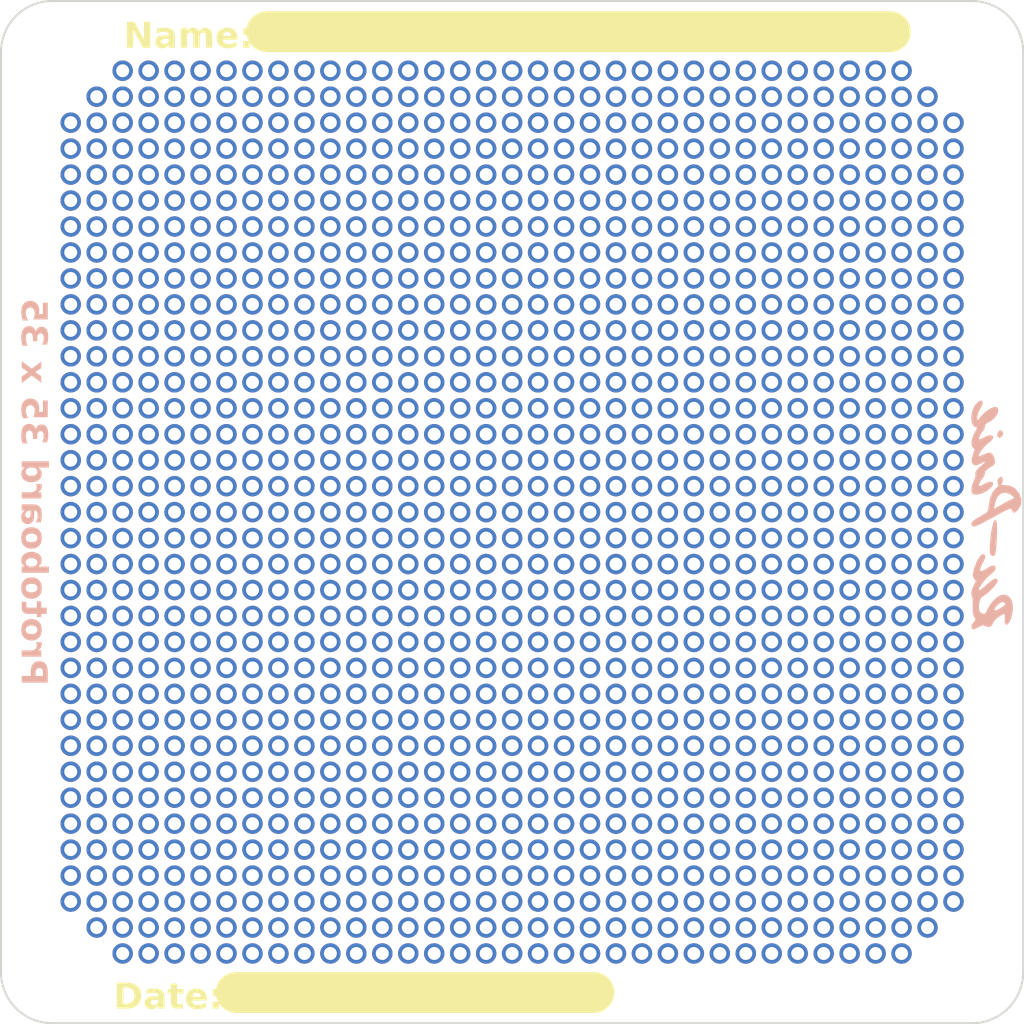
<source format=kicad_pcb>
(kicad_pcb (version 20221018) (generator pcbnew)
  (layers (0 "F.Cu" signal) (31 "B.Cu" signal) (34 "B.Paste" user) (35 "F.Paste" user) (36 "B.SilkS" user "B.Silkscreen") (37 "F.SilkS" user "F.Silkscreen") (38 "B.Mask" user) (39 "F.Mask" user) (44 "Edge.Cuts" user))
  (net 0 "")
  (footprint "Connector_Wire:SolderWirePad_1x01_SMD_1x2mm" (layer "F.Cu") (at 86.8 82.84)
    (fp_text reference "REF**5942" hide)
    (fp_text value "SolderWirePad_1x01_SMD_1x2mm" hide)
  )
  (footprint "Connector_Wire:SolderWirePad_1x01_SMD_1x2mm" (layer "F.Cu") (at 103.31 91.73)
    (fp_text reference "REF**6200" hide)
    (fp_text value "SolderWirePad_1x01_SMD_1x2mm" hide)
  )
  (footprint "Connector_Wire:SolderWirePad_1x01_SMD_1x2mm" (layer "F.Cu") (at 103.31 110.78)
    (fp_text reference "REF**6725" hide)
    (fp_text value "SolderWirePad_1x01_SMD_1x2mm" hide)
  )
  (footprint "Connector_Wire:SolderWirePad_1x01_SMD_1x2mm" (layer "F.Cu") (at 103.31 103.16)
    (fp_text reference "REF**6515" hide)
    (fp_text value "SolderWirePad_1x01_SMD_1x2mm" hide)
  )
  (footprint "Connector_Wire:SolderWirePad_1x01_SMD_1x2mm" (layer "F.Cu") (at 113.47 94.27)
    (fp_text reference "REF**6278" hide)
    (fp_text value "SolderWirePad_1x01_SMD_1x2mm" hide)
  )
  (footprint "Connector_Wire:SolderWirePad_1x01_SMD_1x2mm" (layer "F.Cu") (at 89.34 89.19)
    (fp_text reference "REF**6119" hide)
    (fp_text value "SolderWirePad_1x01_SMD_1x2mm" hide)
  )
  (footprint "Connector_Wire:SolderWirePad_1x01_SMD_1x2mm" (layer "F.Cu") (at 108.39 81.57)
    (fp_text reference "REF**5924" hide)
    (fp_text value "SolderWirePad_1x01_SMD_1x2mm" hide)
  )
  (footprint "Connector_Wire:SolderWirePad_1x01_SMD_1x2mm" (layer "F.Cu") (at 86.8 75.22)
    (fp_text reference "REF**5732" hide)
    (fp_text value "SolderWirePad_1x01_SMD_1x2mm" hide)
  )
  (footprint "Connector_Wire:SolderWirePad_1x01_SMD_1x2mm" (layer "F.Cu") (at 89.34 85.38)
    (fp_text reference "REF**6014" hide)
    (fp_text value "SolderWirePad_1x01_SMD_1x2mm" hide)
  )
  (footprint "Connector_Wire:SolderWirePad_1x01_SMD_1x2mm" (layer "F.Cu") (at 95.69 71.41)
    (fp_text reference "REF**5634" hide)
    (fp_text value "SolderWirePad_1x01_SMD_1x2mm" hide)
  )
  (footprint "Connector_Wire:SolderWirePad_1x01_SMD_1x2mm" (layer "F.Cu") (at 100.77 98.08)
    (fp_text reference "REF**6373" hide)
    (fp_text value "SolderWirePad_1x01_SMD_1x2mm" hide)
  )
  (footprint "Connector_Wire:SolderWirePad_1x01_SMD_1x2mm" (layer "F.Cu") (at 81.72 105.7)
    (fp_text reference "REF**6568" hide)
    (fp_text value "SolderWirePad_1x01_SMD_1x2mm" hide)
  )
  (footprint "Connector_Wire:SolderWirePad_1x01_SMD_1x2mm" (layer "F.Cu") (at 108.39 73.95)
    (fp_text reference "REF**5714" hide)
    (fp_text value "SolderWirePad_1x01_SMD_1x2mm" hide)
  )
  (footprint "Connector_Wire:SolderWirePad_1x01_SMD_1x2mm" (layer "F.Cu") (at 96.96 85.38)
    (fp_text reference "REF**6020" hide)
    (fp_text value "SolderWirePad_1x01_SMD_1x2mm" hide)
  )
  (footprint "Connector_Wire:SolderWirePad_1x01_SMD_1x2mm" (layer "F.Cu") (at 81.72 87.92)
    (fp_text reference "REF**6078" hide)
    (fp_text value "SolderWirePad_1x01_SMD_1x2mm" hide)
  )
  (footprint "Connector_Wire:SolderWirePad_1x01_SMD_1x2mm" (layer "F.Cu") (at 108.39 72.68)
    (fp_text reference "REF**5679" hide)
    (fp_text value "SolderWirePad_1x01_SMD_1x2mm" hide)
  )
  (footprint "Connector_Wire:SolderWirePad_1x01_SMD_1x2mm" (layer "F.Cu") (at 107.12 104.43)
    (fp_text reference "REF**6553" hide)
    (fp_text value "SolderWirePad_1x01_SMD_1x2mm" hide)
  )
  (footprint "Connector_Wire:SolderWirePad_1x01_SMD_1x2mm" (layer "F.Cu") (at 82.99 109.51)
    (fp_text reference "REF**6674" hide)
    (fp_text value "SolderWirePad_1x01_SMD_1x2mm" hide)
  )
  (footprint "Connector_Wire:SolderWirePad_1x01_SMD_1x2mm" (layer "F.Cu") (at 90.61 87.92)
    (fp_text reference "REF**6085" hide)
    (fp_text value "SolderWirePad_1x01_SMD_1x2mm" hide)
  )
  (footprint "Connector_Wire:SolderWirePad_1x01_SMD_1x2mm" (layer "F.Cu") (at 77.91 86.65)
    (fp_text reference "REF**6040" hide)
    (fp_text value "SolderWirePad_1x01_SMD_1x2mm" hide)
  )
  (footprint "Connector_Wire:SolderWirePad_1x01_SMD_1x2mm" (layer "F.Cu") (at 119.82 80.3)
    (fp_text reference "REF**5898" hide)
    (fp_text value "SolderWirePad_1x01_SMD_1x2mm" hide)
  )
  (footprint "Connector_Wire:SolderWirePad_1x01_SMD_1x2mm" (layer "F.Cu") (at 119.82 77.76)
    (fp_text reference "REF**5828" hide)
    (fp_text value "SolderWirePad_1x01_SMD_1x2mm" hide)
  )
  (footprint "Connector_Wire:SolderWirePad_1x01_SMD_1x2mm" (layer "F.Cu") (at 108.39 80.3)
    (fp_text reference "REF**5889" hide)
    (fp_text value "SolderWirePad_1x01_SMD_1x2mm" hide)
  )
  (footprint "Connector_Wire:SolderWirePad_1x01_SMD_1x2mm" (layer "F.Cu") (at 110.93 103.16)
    (fp_text reference "REF**6521" hide)
    (fp_text value "SolderWirePad_1x01_SMD_1x2mm" hide)
  )
  (footprint "Connector_Wire:SolderWirePad_1x01_SMD_1x2mm" (layer "F.Cu") (at 90.61 85.38)
    (fp_text reference "REF**6015" hide)
    (fp_text value "SolderWirePad_1x01_SMD_1x2mm" hide)
  )
  (footprint "Connector_Wire:SolderWirePad_1x01_SMD_1x2mm" (layer "F.Cu") (at 110.93 84.11)
    (fp_text reference "REF**5996" hide)
    (fp_text value "SolderWirePad_1x01_SMD_1x2mm" hide)
  )
  (footprint "Connector_Wire:SolderWirePad_1x01_SMD_1x2mm" (layer "F.Cu") (at 104.58 96.81)
    (fp_text reference "REF**6341" hide)
    (fp_text value "SolderWirePad_1x01_SMD_1x2mm" hide)
  )
  (footprint "Connector_Wire:SolderWirePad_1x01_SMD_1x2mm" (layer "F.Cu") (at 103.31 100.62)
    (fp_text reference "REF**6445" hide)
    (fp_text value "SolderWirePad_1x01_SMD_1x2mm" hide)
  )
  (footprint "Connector_Wire:SolderWirePad_1x01_SMD_1x2mm" (layer "F.Cu") (at 103.31 104.43)
    (fp_text reference "REF**6550" hide)
    (fp_text value "SolderWirePad_1x01_SMD_1x2mm" hide)
  )
  (footprint "Connector_Wire:SolderWirePad_1x01_SMD_1x2mm" (layer "F.Cu") (at 109.66 77.76)
    (fp_text reference "REF**5820" hide)
    (fp_text value "SolderWirePad_1x01_SMD_1x2mm" hide)
  )
  (footprint "Connector_Wire:SolderWirePad_1x01_SMD_1x2mm" (layer "F.Cu") (at 108.39 87.92)
    (fp_text reference "REF**6099" hide)
    (fp_text value "SolderWirePad_1x01_SMD_1x2mm" hide)
  )
  (footprint "Connector_Wire:SolderWirePad_1x01_SMD_1x2mm" (layer "F.Cu") (at 121.09 91.73)
    (fp_text reference "REF**6214" hide)
    (fp_text value "SolderWirePad_1x01_SMD_1x2mm" hide)
  )
  (footprint "Connector_Wire:SolderWirePad_1x01_SMD_1x2mm" (layer "F.Cu") (at 100.77 82.84)
    (fp_text reference "REF**5953" hide)
    (fp_text value "SolderWirePad_1x01_SMD_1x2mm" hide)
  )
  (footprint "Connector_Wire:SolderWirePad_1x01_SMD_1x2mm" (layer "F.Cu") (at 82.99 105.7)
    (fp_text reference "REF**6569" hide)
    (fp_text value "SolderWirePad_1x01_SMD_1x2mm" hide)
  )
  (footprint "Connector_Wire:SolderWirePad_1x01_SMD_1x2mm" (layer "F.Cu") (at 102.04 84.11)
    (fp_text reference "REF**5989" hide)
    (fp_text value "SolderWirePad_1x01_SMD_1x2mm" hide)
  )
  (footprint "Connector_Wire:SolderWirePad_1x01_SMD_1x2mm" (layer "F.Cu") (at 79.18 95.54)
    (fp_text reference "REF**6286" hide)
    (fp_text value "SolderWirePad_1x01_SMD_1x2mm" hide)
  )
  (footprint "Connector_Wire:SolderWirePad_1x01_SMD_1x2mm" (layer "F.Cu") (at 105.85 84.11)
    (fp_text reference "REF**5992" hide)
    (fp_text value "SolderWirePad_1x01_SMD_1x2mm" hide)
  )
  (footprint "Connector_Wire:SolderWirePad_1x01_SMD_1x2mm" (layer "F.Cu") (at 109.66 71.41)
    (fp_text reference "REF**5645" hide)
    (fp_text value "SolderWirePad_1x01_SMD_1x2mm" hide)
  )
  (footprint "MountingHole:MountingHole_2.7mm_M2.5_ISO14580" (layer "F.Cu") (at 122 70.5)
    (fp_text reference "H7" hide)
    (fp_text value "MountingHole" hide)
  )
  (footprint "Connector_Wire:SolderWirePad_1x01_SMD_1x2mm" (layer "F.Cu") (at 104.58 99.35)
    (fp_text reference "REF**6411" hide)
    (fp_text value "SolderWirePad_1x01_SMD_1x2mm" hide)
  )
  (footprint "Connector_Wire:SolderWirePad_1x01_SMD_1x2mm" (layer "F.Cu") (at 77.91 99.35)
    (fp_text reference "REF**6390" hide)
    (fp_text value "SolderWirePad_1x01_SMD_1x2mm" hide)
  )
  (footprint "Connector_Wire:SolderWirePad_1x01_SMD_1x2mm" (layer "F.Cu") (at 90.61 80.3)
    (fp_text reference "REF**5875" hide)
    (fp_text value "SolderWirePad_1x01_SMD_1x2mm" hide)
  )
  (footprint "Connector_Wire:SolderWirePad_1x01_SMD_1x2mm" (layer "F.Cu") (at 103.31 89.19)
    (fp_text reference "REF**6130" hide)
    (fp_text value "SolderWirePad_1x01_SMD_1x2mm" hide)
  )
  (footprint "Connector_Wire:SolderWirePad_1x01_SMD_1x2mm" (layer "F.Cu") (at 108.39 82.84)
    (fp_text reference "REF**5959" hide)
    (fp_text value "SolderWirePad_1x01_SMD_1x2mm" hide)
  )
  (footprint "Connector_Wire:SolderWirePad_1x01_SMD_1x2mm" (layer "F.Cu") (at 91.88 104.43)
    (fp_text reference "REF**6541" hide)
    (fp_text value "SolderWirePad_1x01_SMD_1x2mm" hide)
  )
  (footprint "Connector_Wire:SolderWirePad_1x01_SMD_1x2mm" (layer "F.Cu") (at 119.82 89.19)
    (fp_text reference "REF**6143" hide)
    (fp_text value "SolderWirePad_1x01_SMD_1x2mm" hide)
  )
  (footprint "Connector_Wire:SolderWirePad_1x01_SMD_1x2mm" (layer "F.Cu") (at 110.93 110.78)
    (fp_text reference "REF**6731" hide)
    (fp_text value "SolderWirePad_1x01_SMD_1x2mm" hide)
  )
  (footprint "Connector_Wire:SolderWirePad_1x01_SMD_1x2mm" (layer "F.Cu") (at 94.42 94.27)
    (fp_text reference "REF**6263" hide)
    (fp_text value "SolderWirePad_1x01_SMD_1x2mm" hide)
  )
  (footprint "Connector_Wire:SolderWirePad_1x01_SMD_1x2mm" (layer "F.Cu") (at 107.12 85.38)
    (fp_text reference "REF**6028" hide)
    (fp_text value "SolderWirePad_1x01_SMD_1x2mm" hide)
  )
  (footprint "Connector_Wire:SolderWirePad_1x01_SMD_1x2mm" (layer "F.Cu") (at 112.2 106.97)
    (fp_text reference "REF**6627" hide)
    (fp_text value "SolderWirePad_1x01_SMD_1x2mm" hide)
  )
  (footprint "Connector_Wire:SolderWirePad_1x01_SMD_1x2mm" (layer "F.Cu") (at 103.31 79.03)
    (fp_text reference "REF**5850" hide)
    (fp_text value "SolderWirePad_1x01_SMD_1x2mm" hide)
  )
  (footprint "Connector_Wire:SolderWirePad_1x01_SMD_1x2mm" (layer "F.Cu") (at 94.42 110.78)
    (fp_text reference "REF**6718" hide)
    (fp_text value "SolderWirePad_1x01_SMD_1x2mm" hide)
  )
  (footprint "Connector_Wire:SolderWirePad_1x01_SMD_1x2mm" (layer "F.Cu") (at 77.91 80.3)
    (fp_text reference "REF**5865" hide)
    (fp_text value "SolderWirePad_1x01_SMD_1x2mm" hide)
  )
  (footprint "Connector_Wire:SolderWirePad_1x01_SMD_1x2mm" (layer "F.Cu") (at 108.39 86.65)
    (fp_text reference "REF**6064" hide)
    (fp_text value "SolderWirePad_1x01_SMD_1x2mm" hide)
  )
  (footprint "Connector_Wire:SolderWirePad_1x01_SMD_1x2mm" (layer "F.Cu") (at 116.01 89.19)
    (fp_text reference "REF**6140" hide)
    (fp_text value "SolderWirePad_1x01_SMD_1x2mm" hide)
  )
  (footprint "Connector_Wire:SolderWirePad_1x01_SMD_1x2mm" (layer "F.Cu") (at 90.61 104.43)
    (fp_text reference "REF**6540" hide)
    (fp_text value "SolderWirePad_1x01_SMD_1x2mm" hide)
  )
  (footprint "Connector_Wire:SolderWirePad_1x01_SMD_1x2mm" (layer "F.Cu") (at 114.74 90.46)
    (fp_text reference "REF**6174" hide)
    (fp_text value "SolderWirePad_1x01_SMD_1x2mm" hide)
  )
  (footprint "Connector_Wire:SolderWirePad_1x01_SMD_1x2mm" (layer "F.Cu") (at 109.66 80.3)
    (fp_text reference "REF**5890" hide)
    (fp_text value "SolderWirePad_1x01_SMD_1x2mm" hide)
  )
  (footprint "Connector_Wire:SolderWirePad_1x01_SMD_1x2mm" (layer "F.Cu") (at 82.99 106.97)
    (fp_text reference "REF**6604" hide)
    (fp_text value "SolderWirePad_1x01_SMD_1x2mm" hide)
  )
  (footprint "Connector_Wire:SolderWirePad_1x01_SMD_1x2mm" (layer "F.Cu") (at 100.77 108.24)
    (fp_text reference "REF**6653" hide)
    (fp_text value "SolderWirePad_1x01_SMD_1x2mm" hide)
  )
  (footprint "Connector_Wire:SolderWirePad_1x01_SMD_1x2mm" (layer "F.Cu") (at 102.04 106.97)
    (fp_text reference "REF**6619" hide)
    (fp_text value "SolderWirePad_1x01_SMD_1x2mm" hide)
  )
  (footprint "Connector_Wire:SolderWirePad_1x01_SMD_1x2mm" (layer "F.Cu") (at 84.26 105.7)
    (fp_text reference "REF**6570" hide)
    (fp_text value "SolderWirePad_1x01_SMD_1x2mm" hide)
  )
  (footprint "Connector_Wire:SolderWirePad_1x01_SMD_1x2mm" (layer "F.Cu") (at 109.66 94.27)
    (fp_text reference "REF**6275" hide)
    (fp_text value "SolderWirePad_1x01_SMD_1x2mm" hide)
  )
  (footprint "Connector_Wire:SolderWirePad_1x01_SMD_1x2mm" (layer "F.Cu") (at 90.61 84.11)
    (fp_text reference "REF**5980" hide)
    (fp_text value "SolderWirePad_1x01_SMD_1x2mm" hide)
  )
  (footprint "Connector_Wire:SolderWirePad_1x01_SMD_1x2mm" (layer "F.Cu") (at 94.42 91.73)
    (fp_text reference "REF**6193" hide)
    (fp_text value "SolderWirePad_1x01_SMD_1x2mm" hide)
  )
  (footprint "MountingHole:MountingHole_2.7mm_M2.5_ISO14580" (layer "F.Cu") (at 77 115.5)
    (fp_text reference "H6" hide)
    (fp_text value "MountingHole" hide)
  )
  (footprint "Connector_Wire:SolderWirePad_1x01_SMD_1x2mm" (layer "F.Cu") (at 102.04 100.62)
    (fp_text reference "REF**6444" hide)
    (fp_text value "SolderWirePad_1x01_SMD_1x2mm" hide)
  )
  (footprint "Connector_Wire:SolderWirePad_1x01_SMD_1x2mm" (layer "F.Cu") (at 77.91 89.19)
    (fp_text reference "REF**6110" hide)
    (fp_text value "SolderWirePad_1x01_SMD_1x2mm" hide)
  )
  (footprint "Connector_Wire:SolderWirePad_1x01_SMD_1x2mm" (layer "F.Cu") (at 107.12 80.3)
    (fp_text reference "REF**5888" hide)
    (fp_text value "SolderWirePad_1x01_SMD_1x2mm" hide)
  )
  (footprint "Connector_Wire:SolderWirePad_1x01_SMD_1x2mm" (layer "F.Cu") (at 79.18 77.76)
    (fp_text reference "REF**5796" hide)
    (fp_text value "SolderWirePad_1x01_SMD_1x2mm" hide)
  )
  (footprint "Connector_Wire:SolderWirePad_1x01_SMD_1x2mm" (layer "F.Cu") (at 81.72 91.73)
    (fp_text reference "REF**6183" hide)
    (fp_text value "SolderWirePad_1x01_SMD_1x2mm" hide)
  )
  (footprint "Connector_Wire:SolderWirePad_1x01_SMD_1x2mm" (layer "F.Cu") (at 119.82 96.81)
    (fp_text reference "REF**6353" hide)
    (fp_text value "SolderWirePad_1x01_SMD_1x2mm" hide)
  )
  (footprint "Connector_Wire:SolderWirePad_1x01_SMD_1x2mm" (layer "F.Cu") (at 100.77 112.05)
    (fp_text reference "REF**6758" hide)
    (fp_text value "SolderWirePad_1x01_SMD_1x2mm" hide)
  )
  (footprint "Connector_Wire:SolderWirePad_1x01_SMD_1x2mm" (layer "F.Cu") (at 80.45 80.3)
    (fp_text reference "REF**5867" hide)
    (fp_text value "SolderWirePad_1x01_SMD_1x2mm" hide)
  )
  (footprint "Connector_Wire:SolderWirePad_1x01_SMD_1x2mm" (layer "F.Cu") (at 81.72 106.97)
    (fp_text reference "REF**6603" hide)
    (fp_text value "SolderWirePad_1x01_SMD_1x2mm" hide)
  )
  (footprint "Connector_Wire:SolderWirePad_1x01_SMD_1x2mm" (layer "F.Cu") (at 99.5 105.7)
    (fp_text reference "REF**6582" hide)
    (fp_text value "SolderWirePad_1x01_SMD_1x2mm" hide)
  )
  (footprint "Connector_Wire:SolderWirePad_1x01_SMD_1x2mm" (layer "F.Cu") (at 80.45 82.84)
    (fp_text reference "REF**5937" hide)
    (fp_text value "SolderWirePad_1x01_SMD_1x2mm" hide)
  )
  (footprint "Connector_Wire:SolderWirePad_1x01_SMD_1x2mm" (layer "F.Cu") (at 90.61 73.95)
    (fp_text reference "REF**5700" hide)
    (fp_text value "SolderWirePad_1x01_SMD_1x2mm" hide)
  )
  (footprint "Connector_Wire:SolderWirePad_1x01_SMD_1x2mm" (layer "F.Cu") (at 113.47 86.65)
    (fp_text reference "REF**6068" hide)
    (fp_text value "SolderWirePad_1x01_SMD_1x2mm" hide)
  )
  (footprint "Connector_Wire:SolderWirePad_1x01_SMD_1x2mm" (layer "F.Cu") (at 81.72 77.76)
    (fp_text reference "REF**5798" hide)
    (fp_text value "SolderWirePad_1x01_SMD_1x2mm" hide)
  )
  (footprint "Connector_Wire:SolderWirePad_1x01_SMD_1x2mm" (layer "F.Cu") (at 79.18 94.27)
    (fp_text reference "REF**6251" hide)
    (fp_text value "SolderWirePad_1x01_SMD_1x2mm" hide)
  )
  (footprint "Connector_Wire:SolderWirePad_1x01_SMD_1x2mm" (layer "F.Cu") (at 80.45 75.22)
    (fp_text reference "REF**5727" hide)
    (fp_text value "SolderWirePad_1x01_SMD_1x2mm" hide)
  )
  (footprint "Connector_Wire:SolderWirePad_1x01_SMD_1x2mm" (layer "F.Cu") (at 80.45 104.43)
    (fp_text reference "REF**6532" hide)
    (fp_text value "SolderWirePad_1x01_SMD_1x2mm" hide)
  )
  (footprint "Connector_Wire:SolderWirePad_1x01_SMD_1x2mm" (layer "F.Cu") (at 91.88 113.32)
    (fp_text reference "REF**6786" hide)
    (fp_text value "SolderWirePad_1x01_SMD_1x2mm" hide)
  )
  (footprint "Connector_Wire:SolderWirePad_1x01_SMD_1x2mm" (layer "F.Cu") (at 110.93 108.24)
    (fp_text reference "REF**6661" hide)
    (fp_text value "SolderWirePad_1x01_SMD_1x2mm" hide)
  )
  (footprint "Connector_Wire:SolderWirePad_1x01_SMD_1x2mm" (layer "F.Cu") (at 102.04 94.27)
    (fp_text reference "REF**6269" hide)
    (fp_text value "SolderWirePad_1x01_SMD_1x2mm" hide)
  )
  (footprint "Connector_Wire:SolderWirePad_1x01_SMD_1x2mm" (layer "F.Cu") (at 88.07 91.73)
    (fp_text reference "REF**6188" hide)
    (fp_text value "SolderWirePad_1x01_SMD_1x2mm" hide)
  )
  (footprint "Connector_Wire:SolderWirePad_1x01_SMD_1x2mm" (layer "F.Cu") (at 99.5 91.73)
    (fp_text reference "REF**6197" hide)
    (fp_text value "SolderWirePad_1x01_SMD_1x2mm" hide)
  )
  (footprint "Connector_Wire:SolderWirePad_1x01_SMD_1x2mm" (layer "F.Cu") (at 100.77 93)
    (fp_text reference "REF**6233" hide)
    (fp_text value "SolderWirePad_1x01_SMD_1x2mm" hide)
  )
  (footprint "Connector_Wire:SolderWirePad_1x01_SMD_1x2mm" (layer "F.Cu") (at 77.91 87.92)
    (fp_text reference "REF**6075" hide)
    (fp_text value "SolderWirePad_1x01_SMD_1x2mm" hide)
  )
  (footprint "Connector_Wire:SolderWirePad_1x01_SMD_1x2mm" (layer "F.Cu") (at 98.23 113.32)
    (fp_text reference "REF**6791" hide)
    (fp_text value "SolderWirePad_1x01_SMD_1x2mm" hide)
  )
  (footprint "Connector_Wire:SolderWirePad_1x01_SMD_1x2mm" (layer "F.Cu") (at 90.61 98.08)
    (fp_text reference "REF**6365" hide)
    (fp_text value "SolderWirePad_1x01_SMD_1x2mm" hide)
  )
  (footprint "Connector_Wire:SolderWirePad_1x01_SMD_1x2mm" (layer "F.Cu") (at 81.72 110.78)
    (fp_text reference "REF**6708" hide)
    (fp_text value "SolderWirePad_1x01_SMD_1x2mm" hide)
  )
  (footprint "Connector_Wire:SolderWirePad_1x01_SMD_1x2mm" (layer "F.Cu") (at 114.74 91.73)
    (fp_text reference "REF**6209" hide)
    (fp_text value "SolderWirePad_1x01_SMD_1x2mm" hide)
  )
  (footprint "Connector_Wire:SolderWirePad_1x01_SMD_1x2mm" (layer "F.Cu") (at 98.23 77.76)
    (fp_text reference "REF**5811" hide)
    (fp_text value "SolderWirePad_1x01_SMD_1x2mm" hide)
  )
  (footprint "Connector_Wire:SolderWirePad_1x01_SMD_1x2mm" (layer "F.Cu") (at 108.39 104.43)
    (fp_text reference "REF**6554" hide)
    (fp_text value "SolderWirePad_1x01_SMD_1x2mm" hide)
  )
  (footprint "Connector_Wire:SolderWirePad_1x01_SMD_1x2mm" (layer "F.Cu") (at 102.04 91.73)
    (fp_text reference "REF**6199" hide)
    (fp_text value "SolderWirePad_1x01_SMD_1x2mm" hide)
  )
  (footprint "Connector_Wire:SolderWirePad_1x01_SMD_1x2mm" (layer "F.Cu") (at 85.53 87.92)
    (fp_text reference "REF**6081" hide)
    (fp_text value "SolderWirePad_1x01_SMD_1x2mm" hide)
  )
  (footprint "Connector_Wire:SolderWirePad_1x01_SMD_1x2mm" (layer "F.Cu") (at 93.15 104.43)
    (fp_text reference "REF**6542" hide)
    (fp_text value "SolderWirePad_1x01_SMD_1x2mm" hide)
  )
  (footprint "Connector_Wire:SolderWirePad_1x01_SMD_1x2mm" (layer "F.Cu") (at 94.42 71.41)
    (fp_text reference "REF**5633" hide)
    (fp_text value "SolderWirePad_1x01_SMD_1x2mm" hide)
  )
  (footprint "Connector_Wire:SolderWirePad_1x01_SMD_1x2mm" (layer "F.Cu") (at 98.23 100.62)
    (fp_text reference "REF**6441" hide)
    (fp_text value "SolderWirePad_1x01_SMD_1x2mm" hide)
  )
  (footprint "Connector_Wire:SolderWirePad_1x01_SMD_1x2mm" (layer "F.Cu") (at 105.85 82.84)
    (fp_text reference "REF**5957" hide)
    (fp_text value "SolderWirePad_1x01_SMD_1x2mm" hide)
  )
  (footprint "Connector_Wire:SolderWirePad_1x01_SMD_1x2mm" (layer "F.Cu") (at 98.23 114.59)
    (fp_text reference "REF**6826" hide)
    (fp_text value "SolderWirePad_1x01_SMD_1x2mm" hide)
  )
  (footprint "Connector_Wire:SolderWirePad_1x01_SMD_1x2mm" (layer "F.Cu") (at 99.5 96.81)
    (fp_text reference "REF**6337" hide)
    (fp_text value "SolderWirePad_1x01_SMD_1x2mm" hide)
  )
  (footprint "Connector_Wire:SolderWirePad_1x01_SMD_1x2mm" (layer "F.Cu") (at 107.12 87.92)
    (fp_text reference "REF**6098" hide)
    (fp_text value "SolderWirePad_1x01_SMD_1x2mm" hide)
  )
  (footprint "Connector_Wire:SolderWirePad_1x01_SMD_1x2mm" (layer "F.Cu") (at 88.07 113.32)
    (fp_text reference "REF**6783" hide)
    (fp_text value "SolderWirePad_1x01_SMD_1x2mm" hide)
  )
  (footprint "Connector_Wire:SolderWirePad_1x01_SMD_1x2mm" (layer "F.Cu") (at 98.23 101.89)
    (fp_text reference "REF**6476" hide)
    (fp_text value "SolderWirePad_1x01_SMD_1x2mm" hide)
  )
  (footprint "Connector_Wire:SolderWirePad_1x01_SMD_1x2mm" (layer "F.Cu") (at 119.82 87.92)
    (fp_text reference "REF**6108" hide)
    (fp_text value "SolderWirePad_1x01_SMD_1x2mm" hide)
  )
  (footprint "Connector_Wire:SolderWirePad_1x01_SMD_1x2mm" (layer "F.Cu") (at 91.88 95.54)
    (fp_text reference "REF**6296" hide)
    (fp_text value "SolderWirePad_1x01_SMD_1x2mm" hide)
  )
  (footprint "Connector_Wire:SolderWirePad_1x01_SMD_1x2mm" (layer "F.Cu") (at 118.55 114.59)
    (fp_text reference "REF**6842" hide)
    (fp_text value "SolderWirePad_1x01_SMD_1x2mm" hide)
  )
  (footprint "Connector_Wire:SolderWirePad_1x01_SMD_1x2mm" (layer "F.Cu") (at 88.07 110.78)
    (fp_text reference "REF**6713" hide)
    (fp_text value "SolderWirePad_1x01_SMD_1x2mm" hide)
  )
  (footprint "Connector_Wire:SolderWirePad_1x01_SMD_1x2mm" (layer "F.Cu") (at 80.45 85.38)
    (fp_text reference "REF**6007" hide)
    (fp_text value "SolderWirePad_1x01_SMD_1x2mm" hide)
  )
  (footprint "Connector_Wire:SolderWirePad_1x01_SMD_1x2mm" (layer "F.Cu") (at 93.15 105.7)
    (fp_text reference "REF**6577" hide)
    (fp_text value "SolderWirePad_1x01_SMD_1x2mm" hide)
  )
  (footprint "Connector_Wire:SolderWirePad_1x01_SMD_1x2mm" (layer "F.Cu") (at 93.15 80.3)
    (fp_text reference "REF**5877" hide)
    (fp_text value "SolderWirePad_1x01_SMD_1x2mm" hide)
  )
  (footprint "Connector_Wire:SolderWirePad_1x01_SMD_1x2mm" (layer "F.Cu") (at 108.39 96.81)
    (fp_text reference "REF**6344" hide)
    (fp_text value "SolderWirePad_1x01_SMD_1x2mm" hide)
  )
  (footprint "Connector_Wire:SolderWirePad_1x01_SMD_1x2mm" (layer "F.Cu") (at 82.99 86.65)
    (fp_text reference "REF**6044" hide)
    (fp_text value "SolderWirePad_1x01_SMD_1x2mm" hide)
  )
  (footprint "Connector_Wire:SolderWirePad_1x01_SMD_1x2mm" (layer "F.Cu") (at 94.42 108.24)
    (fp_text reference "REF**6648" hide)
    (fp_text value "SolderWirePad_1x01_SMD_1x2mm" hide)
  )
  (footprint "Connector_Wire:SolderWirePad_1x01_SMD_1x2mm" (layer "F.Cu") (at 113.47 98.08)
    (fp_text reference "REF**6383" hide)
    (fp_text value "SolderWirePad_1x01_SMD_1x2mm" hide)
  )
  (footprint "Connector_Wire:SolderWirePad_1x01_SMD_1x2mm" (layer "F.Cu") (at 104.58 104.43)
    (fp_text reference "REF**6551" hide)
    (fp_text value "SolderWirePad_1x01_SMD_1x2mm" hide)
  )
  (footprint "Connector_Wire:SolderWirePad_1x01_SMD_1x2mm" (layer "F.Cu") (at 113.47 91.73)
    (fp_text reference "REF**6208" hide)
    (fp_text value "SolderWirePad_1x01_SMD_1x2mm" hide)
  )
  (footprint "Connector_Wire:SolderWirePad_1x01_SMD_1x2mm" (layer "F.Cu") (at 114.74 100.62)
    (fp_text reference "REF**6454" hide)
    (fp_text value "SolderWirePad_1x01_SMD_1x2mm" hide)
  )
  (footprint "Connector_Wire:SolderWirePad_1x01_SMD_1x2mm" (layer "F.Cu") (at 107.12 82.84)
    (fp_text reference "REF**5958" hide)
    (fp_text value "SolderWirePad_1x01_SMD_1x2mm" hide)
  )
  (footprint "Connector_Wire:SolderWirePad_1x01_SMD_1x2mm" (layer "F.Cu") (at 77.91 106.97)
    (fp_text reference "REF**6600" hide)
    (fp_text value "SolderWirePad_1x01_SMD_1x2mm" hide)
  )
  (footprint "Connector_Wire:SolderWirePad_1x01_SMD_1x2mm" (layer "F.Cu") (at 109.66 84.11)
    (fp_text reference "REF**5995" hide)
    (fp_text value "SolderWirePad_1x01_SMD_1x2mm" hide)
  )
  (footprint "Connector_Wire:SolderWirePad_1x01_SMD_1x2mm" (layer "F.Cu") (at 102.04 109.51)
    (fp_text reference "REF**6689" hide)
    (fp_text value "SolderWirePad_1x01_SMD_1x2mm" hide)
  )
  (footprint "Connector_Wire:SolderWirePad_1x01_SMD_1x2mm" (layer "F.Cu") (at 104.58 91.73)
    (fp_text reference "REF**6201" hide)
    (fp_text value "SolderWirePad_1x01_SMD_1x2mm" hide)
  )
  (footprint "Connector_Wire:SolderWirePad_1x01_SMD_1x2mm" (layer "F.Cu") (at 82.99 80.3)
    (fp_text reference "REF**5869" hide)
    (fp_text value "SolderWirePad_1x01_SMD_1x2mm" hide)
  )
  (footprint "Connector_Wire:SolderWirePad_1x01_SMD_1x2mm" (layer "F.Cu") (at 86.8 114.59)
    (fp_text reference "REF**6817" hide)
    (fp_text value "SolderWirePad_1x01_SMD_1x2mm" hide)
  )
  (footprint "Connector_Wire:SolderWirePad_1x01_SMD_1x2mm" (layer "F.Cu") (at 107.12 72.68)
    (fp_text reference "REF**5678" hide)
    (fp_text value "SolderWirePad_1x01_SMD_1x2mm" hide)
  )
  (footprint "Connector_Wire:SolderWirePad_1x01_SMD_1x2mm" (layer "F.Cu") (at 109.66 86.65)
    (fp_text reference "REF**6065" hide)
    (fp_text value "SolderWirePad_1x01_SMD_1x2mm" hide)
  )
  (footprint "Connector_Wire:SolderWirePad_1x01_SMD_1x2mm" (layer "F.Cu") (at 98.23 95.54)
    (fp_text reference "REF**6301" hide)
    (fp_text value "SolderWirePad_1x01_SMD_1x2mm" hide)
  )
  (footprint "Connector_Wire:SolderWirePad_1x01_SMD_1x2mm" (layer "F.Cu") (at 99.5 100.62)
    (fp_text reference "REF**6442" hide)
    (fp_text value "SolderWirePad_1x01_SMD_1x2mm" hide)
  )
  (footprint "Connector_Wire:SolderWirePad_1x01_SMD_1x2mm" (layer "F.Cu") (at 105.85 108.24)
    (fp_text reference "REF**6657" hide)
    (fp_text value "SolderWirePad_1x01_SMD_1x2mm" hide)
  )
  (footprint "Connector_Wire:SolderWirePad_1x01_SMD_1x2mm" (layer "F.Cu") (at 77.91 95.54)
    (fp_text reference "REF**6285" hide)
    (fp_text value "SolderWirePad_1x01_SMD_1x2mm" hide)
  )
  (footprint "Connector_Wire:SolderWirePad_1x01_SMD_1x2mm" (layer "F.Cu") (at 108.39 94.27)
    (fp_text reference "REF**6274" hide)
    (fp_text value "SolderWirePad_1x01_SMD_1x2mm" hide)
  )
  (footprint "Connector_Wire:SolderWirePad_1x01_SMD_1x2mm" (layer "F.Cu") (at 108.39 113.32)
    (fp_text reference "REF**6799" hide)
    (fp_text value "SolderWirePad_1x01_SMD_1x2mm" hide)
  )
  (footprint "Connector_Wire:SolderWirePad_1x01_SMD_1x2mm" (layer "F.Cu") (at 103.31 98.08)
    (fp_text reference "REF**6375" hide)
    (fp_text value "SolderWirePad_1x01_SMD_1x2mm" hide)
  )
  (footprint "Connector_Wire:SolderWirePad_1x01_SMD_1x2mm" (layer "F.Cu") (at 91.88 93)
    (fp_text reference "REF**6226" hide)
    (fp_text value "SolderWirePad_1x01_SMD_1x2mm" hide)
  )
  (footprint "Connector_Wire:SolderWirePad_1x01_SMD_1x2mm" (layer "F.Cu") (at 90.61 109.51)
    (fp_text reference "REF**6680" hide)
    (fp_text value "SolderWirePad_1x01_SMD_1x2mm" hide)
  )
  (footprint "Connector_Wire:SolderWirePad_1x01_SMD_1x2mm" (layer "F.Cu") (at 114.74 110.78)
    (fp_text reference "REF**6734" hide)
    (fp_text value "SolderWirePad_1x01_SMD_1x2mm" hide)
  )
  (footprint "Connector_Wire:SolderWirePad_1x01_SMD_1x2mm" (layer "F.Cu") (at 77.91 104.43)
    (fp_text reference "REF**6530" hide)
    (fp_text value "SolderWirePad_1x01_SMD_1x2mm" hide)
  )
  (footprint "Connector_Wire:SolderWirePad_1x01_SMD_1x2mm" (layer "F.Cu") (at 100.77 109.51)
    (fp_text reference "REF**6688" hide)
    (fp_text value "SolderWirePad_1x01_SMD_1x2mm" hide)
  )
  (footprint "Connector_Wire:SolderWirePad_1x01_SMD_1x2mm" (layer "F.Cu") (at 95.69 109.51)
    (fp_text reference "REF**6684" hide)
    (fp_text value "SolderWirePad_1x01_SMD_1x2mm" hide)
  )
  (footprint "Connector_Wire:SolderWirePad_1x01_SMD_1x2mm" (layer "F.Cu") (at 107.12 93)
    (fp_text reference "REF**6238" hide)
    (fp_text value "SolderWirePad_1x01_SMD_1x2mm" hide)
  )
  (footprint "Connector_Wire:SolderWirePad_1x01_SMD_1x2mm" (layer "F.Cu") (at 81.72 114.59)
    (fp_text reference "REF**6813" hide)
    (fp_text value "SolderWirePad_1x01_SMD_1x2mm" hide)
  )
  (footprint "Connector_Wire:SolderWirePad_1x01_SMD_1x2mm" (layer "F.Cu") (at 118.55 106.97)
    (fp_text reference "REF**6632" hide)
    (fp_text value "SolderWirePad_1x01_SMD_1x2mm" hide)
  )
  (footprint "Connector_Wire:SolderWirePad_1x01_SMD_1x2mm" (layer "F.Cu") (at 81.72 80.3)
    (fp_text reference "REF**5868" hide)
    (fp_text value "SolderWirePad_1x01_SMD_1x2mm" hide)
  )
  (footprint "Connector_Wire:SolderWirePad_1x01_SMD_1x2mm" (layer "F.Cu") (at 119.82 82.84)
    (fp_text reference "REF**5968" hide)
    (fp_text value "SolderWirePad_1x01_SMD_1x2mm" hide)
  )
  (footprint "Connector_Wire:SolderWirePad_1x01_SMD_1x2mm" (layer "F.Cu") (at 103.31 101.89)
    (fp_text reference "REF**6480" hide)
    (fp_text value "SolderWirePad_1x01_SMD_1x2mm" hide)
  )
  (footprint "Connector_Wire:SolderWirePad_1x01_SMD_1x2mm" (layer "F.Cu") (at 112.2 109.51)
    (fp_text reference "REF**6697" hide)
    (fp_text value "SolderWirePad_1x01_SMD_1x2mm" hide)
  )
  (footprint "Connector_Wire:SolderWirePad_1x01_SMD_1x2mm" (layer "F.Cu") (at 117.28 72.68)
    (fp_text reference "REF**5686" hide)
    (fp_text value "SolderWirePad_1x01_SMD_1x2mm" hide)
  )
  (footprint "Connector_Wire:SolderWirePad_1x01_SMD_1x2mm" (layer "F.Cu") (at 96.96 96.81)
    (fp_text reference "REF**6335" hide)
    (fp_text value "SolderWirePad_1x01_SMD_1x2mm" hide)
  )
  (footprint "Connector_Wire:SolderWirePad_1x01_SMD_1x2mm" (layer "F.Cu") (at 119.82 113.32)
    (fp_text reference "REF**6808" hide)
    (fp_text value "SolderWirePad_1x01_SMD_1x2mm" hide)
  )
  (footprint "MountingHole:MountingHole_2.7mm_M2.5_ISO14580" (layer "F.Cu") (at 77 70.5)
    (fp_text reference "H5" hide)
    (fp_text value "MountingHole" hide)
  )
  (footprint "Connector_Wire:SolderWirePad_1x01_SMD_1x2mm" (layer "F.Cu") (at 88.07 112.05)
    (fp_text reference "REF**6748" hide)
    (fp_text value "SolderWirePad_1x01_SMD_1x2mm" hide)
  )
  (footprint "Connector_Wire:SolderWirePad_1x01_SMD_1x2mm" (layer "F.Cu") (at 104.58 98.08)
    (fp_text reference "REF**6376" hide)
    (fp_text value "SolderWirePad_1x01_SMD_1x2mm" hide)
  )
  (footprint "Connector_Wire:SolderWirePad_1x01_SMD_1x2mm" (layer "F.Cu") (at 112.2 110.78)
    (fp_text reference "REF**6732" hide)
    (fp_text value "SolderWirePad_1x01_SMD_1x2mm" hide)
  )
  (footprint "Connector_Wire:SolderWirePad_1x01_SMD_1x2mm" (layer "F.Cu") (at 84.26 86.65)
    (fp_text reference "REF**6045" hide)
    (fp_text value "SolderWirePad_1x01_SMD_1x2mm" hide)
  )
  (footprint "Connector_Wire:SolderWirePad_1x01_SMD_1x2mm" (layer "F.Cu") (at 86.8 110.78)
    (fp_text reference "REF**6712" hide)
    (fp_text value "SolderWirePad_1x01_SMD_1x2mm" hide)
  )
  (footprint "Connector_Wire:SolderWirePad_1x01_SMD_1x2mm" (layer "F.Cu") (at 79.18 101.89)
    (fp_text reference "REF**6461" hide)
    (fp_text value "SolderWirePad_1x01_SMD_1x2mm" hide)
  )
  (footprint "Connector_Wire:SolderWirePad_1x01_SMD_1x2mm" (layer "F.Cu") (at 103.31 106.97)
    (fp_text reference "REF**6620" hide)
    (fp_text value "SolderWirePad_1x01_SMD_1x2mm" hide)
  )
  (footprint "Connector_Wire:SolderWirePad_1x01_SMD_1x2mm" (layer "F.Cu") (at 93.15 71.41)
    (fp_text reference "REF**5632" hide)
    (fp_text value "SolderWirePad_1x01_SMD_1x2mm" hide)
  )
  (footprint "Connector_Wire:SolderWirePad_1x01_SMD_1x2mm" (layer "F.Cu") (at 77.91 103.16)
    (fp_text reference "REF**6495" hide)
    (fp_text value "SolderWirePad_1x01_SMD_1x2mm" hide)
  )
  (footprint "Connector_Wire:SolderWirePad_1x01_SMD_1x2mm" (layer "F.Cu") (at 118.55 73.95)
    (fp_text reference "REF**5722" hide)
    (fp_text value "SolderWirePad_1x01_SMD_1x2mm" hide)
  )
  (footprint "Connector_Wire:SolderWirePad_1x01_SMD_1x2mm" (layer "F.Cu") (at 110.93 95.54)
    (fp_text reference "REF**6311" hide)
    (fp_text value "SolderWirePad_1x01_SMD_1x2mm" hide)
  )
  (footprint "Connector_Wire:SolderWirePad_1x01_SMD_1x2mm" (layer "F.Cu") (at 89.34 108.24)
    (fp_text reference "REF**6644" hide)
    (fp_text value "SolderWirePad_1x01_SMD_1x2mm" hide)
  )
  (footprint "Connector_Wire:SolderWirePad_1x01_SMD_1x2mm" (layer "F.Cu") (at 108.39 77.76)
    (fp_text reference "REF**5819" hide)
    (fp_text value "SolderWirePad_1x01_SMD_1x2mm" hide)
  )
  (footprint "Connector_Wire:SolderWirePad_1x01_SMD_1x2mm" (layer "F.Cu") (at 96.96 82.84)
    (fp_text reference "REF**5950" hide)
    (fp_text value "SolderWirePad_1x01_SMD_1x2mm" hide)
  )
  (footprint "Connector_Wire:SolderWirePad_1x01_SMD_1x2mm" (layer "F.Cu") (at 117.28 113.32)
    (fp_text reference "REF**6806" hide)
    (fp_text value "SolderWirePad_1x01_SMD_1x2mm" hide)
  )
  (footprint "Connector_Wire:SolderWirePad_1x01_SMD_1x2mm" (layer "F.Cu") (at 113.47 85.38)
    (fp_text reference "REF**6033" hide)
    (fp_text value "SolderWirePad_1x01_SMD_1x2mm" hide)
  )
  (footprint "Connector_Wire:SolderWirePad_1x01_SMD_1x2mm" (layer "F.Cu") (at 112.2 101.89)
    (fp_text reference "REF**6487" hide)
    (fp_text value "SolderWirePad_1x01_SMD_1x2mm" hide)
  )
  (footprint "Connector_Wire:SolderWirePad_1x01_SMD_1x2mm" (layer "F.Cu") (at 86.8 89.19)
    (fp_text reference "REF**6117" hide)
    (fp_text value "SolderWirePad_1x01_SMD_1x2mm" hide)
  )
  (footprint "Connector_Wire:SolderWirePad_1x01_SMD_1x2mm" (layer "F.Cu") (at 93.15 113.32)
    (fp_text reference "REF**6787" hide)
    (fp_text value "SolderWirePad_1x01_SMD_1x2mm" hide)
  )
  (footprint "Connector_Wire:SolderWirePad_1x01_SMD_1x2mm" (layer "F.Cu") (at 99.5 87.92)
    (fp_text reference "REF**6092" hide)
    (fp_text value "SolderWirePad_1x01_SMD_1x2mm" hide)
  )
  (footprint "Connector_Wire:SolderWirePad_1x01_SMD_1x2mm" (layer "F.Cu") (at 90.61 89.19)
    (fp_text reference "REF**6120" hide)
    (fp_text value "SolderWirePad_1x01_SMD_1x2mm" hide)
  )
  (footprint "Connector_Wire:SolderWirePad_1x01_SMD_1x2mm" (layer "F.Cu") (at 88.07 96.81)
    (fp_text reference "REF**6328" hide)
    (fp_text value "SolderWirePad_1x01_SMD_1x2mm" hide)
  )
  (footprint "Connector_Wire:SolderWirePad_1x01_SMD_1x2mm" (layer "F.Cu") (at 94.42 77.76)
    (fp_text reference "REF**5808" hide)
    (fp_text value "SolderWirePad_1x01_SMD_1x2mm" hide)
  )
  (footprint "Connector_Wire:SolderWirePad_1x01_SMD_1x2mm" (layer "F.Cu") (at 99.5 73.95)
    (fp_text reference "REF**5707" hide)
    (fp_text value "SolderWirePad_1x01_SMD_1x2mm" hide)
  )
  (footprint "Connector_Wire:SolderWirePad_1x01_SMD_1x2mm" (layer "F.Cu") (at 91.88 72.68)
    (fp_text reference "REF**5666" hide)
    (fp_text value "SolderWirePad_1x01_SMD_1x2mm" hide)
  )
  (footprint "Connector_Wire:SolderWirePad_1x01_SMD_1x2mm" (layer "F.Cu") (at 114.74 99.35)
    (fp_text reference "REF**6419" hide)
    (fp_text value "SolderWirePad_1x01_SMD_1x2mm" hide)
  )
  (footprint "Connector_Wire:SolderWirePad_1x01_SMD_1x2mm" (layer "F.Cu") (at 102.04 112.05)
    (fp_text reference "REF**6759" hide)
    (fp_text value "SolderWirePad_1x01_SMD_1x2mm" hide)
  )
  (footprint "Connector_Wire:SolderWirePad_1x01_SMD_1x2mm" (layer "F.Cu") (at 100.77 99.35)
    (fp_text reference "REF**6408" hide)
    (fp_text value "SolderWirePad_1x01_SMD_1x2mm" hide)
  )
  (footprint "Connector_Wire:SolderWirePad_1x01_SMD_1x2mm" (layer "F.Cu") (at 104.58 77.76)
    (fp_text reference "REF**5816" hide)
    (fp_text value "SolderWirePad_1x01_SMD_1x2mm" hide)
  )
  (footprint "Connector_Wire:SolderWirePad_1x01_SMD_1x2mm" (layer "F.Cu") (at 109.66 100.62)
    (fp_text reference "REF**6450" hide)
    (fp_text value "SolderWirePad_1x01_SMD_1x2mm" hide)
  )
  (footprint "Connector_Wire:SolderWirePad_1x01_SMD_1x2mm" (layer "F.Cu") (at 98.23 87.92)
    (fp_text reference "REF**6091" hide)
    (fp_text value "SolderWirePad_1x01_SMD_1x2mm" hide)
  )
  (footprint "Connector_Wire:SolderWirePad_1x01_SMD_1x2mm" (layer "F.Cu") (at 85.53 85.38)
    (fp_text reference "REF**6011" hide)
    (fp_text value "SolderWirePad_1x01_SMD_1x2mm" hide)
  )
  (footprint "Connector_Wire:SolderWirePad_1x01_SMD_1x2mm" (layer "F.Cu") (at 100.77 84.11)
    (fp_text reference "REF**5988" hide)
    (fp_text value "SolderWirePad_1x01_SMD_1x2mm" hide)
  )
  (footprint "Connector_Wire:SolderWirePad_1x01_SMD_1x2mm" (layer "F.Cu") (at 86.8 87.92)
    (fp_text reference "REF**6082" hide)
    (fp_text value "SolderWirePad_1x01_SMD_1x2mm" hide)
  )
  (footprint "Connector_Wire:SolderWirePad_1x01_SMD_1x2mm" (layer "F.Cu") (at 103.31 105.7)
    (fp_text reference "REF**6585" hide)
    (fp_text value "SolderWirePad_1x01_SMD_1x2mm" hide)
  )
  (footprint "Connector_Wire:SolderWirePad_1x01_SMD_1x2mm" (layer "F.Cu") (at 98.23 103.16)
    (fp_text reference "REF**6511" hide)
    (fp_text value "SolderWirePad_1x01_SMD_1x2mm" hide)
  )
  (footprint "Connector_Wire:SolderWirePad_1x01_SMD_1x2mm" (layer "F.Cu") (at 81.72 98.08)
    (fp_text reference "REF**6358" hide)
    (fp_text value "SolderWirePad_1x01_SMD_1x2mm" hide)
  )
  (footprint "Connector_Wire:SolderWirePad_1x01_SMD_1x2mm" (layer "F.Cu") (at 117.28 100.62)
    (fp_text reference "REF**6456" hide)
    (fp_text value "SolderWirePad_1x01_SMD_1x2mm" hide)
  )
  (footprint "Connector_Wire:SolderWirePad_1x01_SMD_1x2mm" (layer "F.Cu") (at 91.88 109.51)
    (fp_text reference "REF**6681" hide)
    (fp_text value "SolderWirePad_1x01_SMD_1x2mm" hide)
  )
  (footprint "Connector_Wire:SolderWirePad_1x01_SMD_1x2mm" (layer "F.Cu") (at 95.69 84.11)
    (fp_text reference "REF**5984" hide)
    (fp_text value "SolderWirePad_1x01_SMD_1x2mm" hide)
  )
  (footprint "Connector_Wire:SolderWirePad_1x01_SMD_1x2mm" (layer "F.Cu") (at 121.09 108.24)
    (fp_text reference "REF**6669" hide)
    (fp_text value "SolderWirePad_1x01_SMD_1x2mm" hide)
  )
  (footprint "Connector_Wire:SolderWirePad_1x01_SMD_1x2mm" (layer "F.Cu") (at 119.82 110.78)
    (fp_text reference "REF**6738" hide)
    (fp_text value "SolderWirePad_1x01_SMD_1x2mm" hide)
  )
  (footprint "Connector_Wire:SolderWirePad_1x01_SMD_1x2mm" (layer "F.Cu") (at 109.66 110.78)
    (fp_text reference "REF**6730" hide)
    (fp_text value "SolderWirePad_1x01_SMD_1x2mm" hide)
  )
  (footprint "Connector_Wire:SolderWirePad_1x01_SMD_1x2mm" (layer "F.Cu") (at 77.91 98.08)
    (fp_text reference "REF**6355" hide)
    (fp_text value "SolderWirePad_1x01_SMD_1x2mm" hide)
  )
  (footprint "Connector_Wire:SolderWirePad_1x01_SMD_1x2mm" (layer "F.Cu") (at 102.04 73.95)
    (fp_text reference "REF**5709" hide)
    (fp_text value "SolderWirePad_1x01_SMD_1x2mm" hide)
  )
  (footprint "Connector_Wire:SolderWirePad_1x01_SMD_1x2mm" (layer "F.Cu") (at 117.28 82.84)
    (fp_text reference "REF**5966" hide)
    (fp_text value "SolderWirePad_1x01_SMD_1x2mm" hide)
  )
  (footprint "Connector_Wire:SolderWirePad_1x01_SMD_1x2mm" (layer "F.Cu") (at 100.77 71.41)
    (fp_text reference "REF**5638" hide)
    (fp_text value "SolderWirePad_1x01_SMD_1x2mm" hide)
  )
  (footprint "Connector_Wire:SolderWirePad_1x01_SMD_1x2mm" (layer "F.Cu") (at 121.09 76.49)
    (fp_text reference "REF**5794" hide)
    (fp_text value "SolderWirePad_1x01_SMD_1x2mm" hide)
  )
  (footprint "Connector_Wire:SolderWirePad_1x01_SMD_1x2mm" (layer "F.Cu") (at 98.23 89.19)
    (fp_text reference "REF**6126" hide)
    (fp_text value "SolderWirePad_1x01_SMD_1x2mm" hide)
  )
  (footprint "Connector_Wire:SolderWirePad_1x01_SMD_1x2mm" (layer "F.Cu") (at 80.45 98.08)
    (fp_text reference "REF**6357" hide)
    (fp_text value "SolderWirePad_1x01_SMD_1x2mm" hide)
  )
  (footprint "Connector_Wire:SolderWirePad_1x01_SMD_1x2mm" (layer "F.Cu") (at 94.42 105.7)
    (fp_text reference "REF**6578" hide)
    (fp_text value "SolderWirePad_1x01_SMD_1x2mm" hide)
  )
  (footprint "Connector_Wire:SolderWirePad_1x01_SMD_1x2mm" (layer "F.Cu") (at 121.09 84.11)
    (fp_text reference "REF**6004" hide)
    (fp_text value "SolderWirePad_1x01_SMD_1x2mm" hide)
  )
  (footprint "Connector_Wire:SolderWirePad_1x01_SMD_1x2mm" (layer "F.Cu") (at 116.01 113.32)
    (fp_text reference "REF**6805" hide)
    (fp_text value "SolderWirePad_1x01_SMD_1x2mm" hide)
  )
  (footprint "Connector_Wire:SolderWirePad_1x01_SMD_1x2mm" (layer "F.Cu") (at 77.91 82.84)
    (fp_text reference "REF**5935" hide)
    (fp_text value "SolderWirePad_1x01_SMD_1x2mm" hide)
  )
  (footprint "Connector_Wire:SolderWirePad_1x01_SMD_1x2mm" (layer "F.Cu") (at 88.07 71.41)
    (fp_text reference "REF**5628" hide)
    (fp_text value "SolderWirePad_1x01_SMD_1x2mm" hide)
  )
  (footprint "Connector_Wire:SolderWirePad_1x01_SMD_1x2mm" (layer "F.Cu") (at 102.04 81.57)
    (fp_text reference "REF**5919" hide)
    (fp_text value "SolderWirePad_1x01_SMD_1x2mm" hide)
  )
  (footprint "Connector_Wire:SolderWirePad_1x01_SMD_1x2mm" (layer "F.Cu") (at 96.96 99.35)
    (fp_text reference "REF**6405" hide)
    (fp_text value "SolderWirePad_1x01_SMD_1x2mm" hide)
  )
  (footprint "Connector_Wire:SolderWirePad_1x01_SMD_1x2mm" (layer "F.Cu") (at 100.77 113.32)
    (fp_text reference "REF**6793" hide)
    (fp_text value "SolderWirePad_1x01_SMD_1x2mm" hide)
  )
  (footprint "Connector_Wire:SolderWirePad_1x01_SMD_1x2mm" (layer "F.Cu") (at 119.82 79.03)
    (fp_text reference "REF**5863" hide)
    (fp_text value "SolderWirePad_1x01_SMD_1x2mm" hide)
  )
  (footprint "Connector_Wire:SolderWirePad_1x01_SMD_1x2mm" (layer "F.Cu") (at 109.66 96.81)
    (fp_text reference "REF**6345" hide)
    (fp_text value "SolderWirePad_1x01_SMD_1x2mm" hide)
  )
  (footprint "Connector_Wire:SolderWirePad_1x01_SMD_1x2mm" (layer "F.Cu") (at 113.47 109.51)
    (fp_text reference "REF**6698" hide)
    (fp_text value "SolderWirePad_1x01_SMD_1x2mm" hide)
  )
  (footprint "Connector_Wire:SolderWirePad_1x01_SMD_1x2mm" (layer "F.Cu") (at 104.58 108.24)
    (fp_text reference "REF**6656" hide)
    (fp_text value "SolderWirePad_1x01_SMD_1x2mm" hide)
  )
  (footprint "Connector_Wire:SolderWirePad_1x01_SMD_1x2mm" (layer "F.Cu") (at 89.34 84.11)
    (fp_text reference "REF**5979" hide)
    (fp_text value "SolderWirePad_1x01_SMD_1x2mm" hide)
  )
  (footprint "Connector_Wire:SolderWirePad_1x01_SMD_1x2mm" (layer "F.Cu") (at 99.5 98.08)
    (fp_text reference "REF**6372" hide)
    (fp_text value "SolderWirePad_1x01_SMD_1x2mm" hide)
  )
  (footprint "Connector_Wire:SolderWirePad_1x01_SMD_1x2mm" (layer "F.Cu") (at 104.58 109.51)
    (fp_text reference "REF**6691" hide)
    (fp_text value "SolderWirePad_1x01_SMD_1x2mm" hide)
  )
  (footprint "Connector_Wire:SolderWirePad_1x01_SMD_1x2mm" (layer "F.Cu") (at 93.15 95.54)
    (fp_text reference "REF**6297" hide)
    (fp_text value "SolderWirePad_1x01_SMD_1x2mm" hide)
  )
  (footprint "Connector_Wire:SolderWirePad_1x01_SMD_1x2mm" (layer "F.Cu") (at 88.07 79.03)
    (fp_text reference "REF**5838" hide)
    (fp_text value "SolderWirePad_1x01_SMD_1x2mm" hide)
  )
  (footprint "Connector_Wire:SolderWirePad_1x01_SMD_1x2mm" (layer "F.Cu") (at 95.69 80.3)
    (fp_text reference "REF**5879" hide)
    (fp_text value "SolderWirePad_1x01_SMD_1x2mm" hide)
  )
  (footprint "Connector_Wire:SolderWirePad_1x01_SMD_1x2mm" (layer "F.Cu") (at 105.85 85.38)
    (fp_text reference "REF**6027" hide)
    (fp_text value "SolderWirePad_1x01_SMD_1x2mm" hide)
  )
  (footprint "Connector_Wire:SolderWirePad_1x01_SMD_1x2mm" (layer "F.Cu") (at 105.85 79.03)
    (fp_text reference "REF**5852" hide)
    (fp_text value "SolderWirePad_1x01_SMD_1x2mm" hide)
  )
  (footprint "Connector_Wire:SolderWirePad_1x01_SMD_1x2mm" (layer "F.Cu") (at 85.53 75.22)
    (fp_text reference "REF**5731" hide)
    (fp_text value "SolderWirePad_1x01_SMD_1x2mm" hide)
  )
  (footprint "Connector_Wire:SolderWirePad_1x01_SMD_1x2mm" (layer "F.Cu") (at 98.23 76.49)
    (fp_text reference "REF**5776" hide)
    (fp_text value "SolderWirePad_1x01_SMD_1x2mm" hide)
  )
  (footprint "Connector_Wire:SolderWirePad_1x01_SMD_1x2mm" (layer "F.Cu") (at 84.26 100.62)
    (fp_text reference "REF**6430" hide)
    (fp_text value "SolderWirePad_1x01_SMD_1x2mm" hide)
  )
  (footprint "Connector_Wire:SolderWirePad_1x01_SMD_1x2mm" (layer "F.Cu") (at 98.23 85.38)
    (fp_text reference "REF**6021" hide)
    (fp_text value "SolderWirePad_1x01_SMD_1x2mm" hide)
  )
  (footprint "Connector_Wire:SolderWirePad_1x01_SMD_1x2mm" (layer "F.Cu") (at 96.96 81.57)
    (fp_text reference "REF**5915" hide)
    (fp_text value "SolderWirePad_1x01_SMD_1x2mm" hide)
  )
  (footprint "Connector_Wire:SolderWirePad_1x01_SMD_1x2mm" (layer "F.Cu") (at 100.77 79.03)
    (fp_text reference "REF**5848" hide)
    (fp_text value "SolderWirePad_1x01_SMD_1x2mm" hide)
  )
  (footprint "Connector_Wire:SolderWirePad_1x01_SMD_1x2mm" (layer "F.Cu") (at 77.91 110.78)
    (fp_text reference "REF**6705" hide)
    (fp_text value "SolderWirePad_1x01_SMD_1x2mm" hide)
  )
  (footprint "Connector_Wire:SolderWirePad_1x01_SMD_1x2mm" (layer "F.Cu") (at 117.28 103.16)
    (fp_text reference "REF**6526" hide)
    (fp_text value "SolderWirePad_1x01_SMD_1x2mm" hide)
  )
  (footprint "Connector_Wire:SolderWirePad_1x01_SMD_1x2mm" (layer "F.Cu") (at 110.93 76.49)
    (fp_text reference "REF**5786" hide)
    (fp_text value "SolderWirePad_1x01_SMD_1x2mm" hide)
  )
  (footprint "Connector_Wire:SolderWirePad_1x01_SMD_1x2mm" (layer "F.Cu") (at 98.23 105.7)
    (fp_text reference "REF**6581" hide)
    (fp_text value "SolderWirePad_1x01_SMD_1x2mm" hide)
  )
  (footprint "Connector_Wire:SolderWirePad_1x01_SMD_1x2mm" (layer "F.Cu") (at 107.12 79.03)
    (fp_text reference "REF**5853" hide)
    (fp_text value "SolderWirePad_1x01_SMD_1x2mm" hide)
  )
  (footprint "Connector_Wire:SolderWirePad_1x01_SMD_1x2mm" (layer "F.Cu") (at 88.07 94.27)
    (fp_text reference "REF**6258" hide)
    (fp_text value "SolderWirePad_1x01_SMD_1x2mm" hide)
  )
  (footprint "Connector_Wire:SolderWirePad_1x01_SMD_1x2mm" (layer "F.Cu") (at 109.66 113.32)
    (fp_text reference "REF**6800" hide)
    (fp_text value "SolderWirePad_1x01_SMD_1x2mm" hide)
  )
  (footprint "Connector_Wire:SolderWirePad_1x01_SMD_1x2mm" (layer "F.Cu") (at 121.09 112.05)
    (fp_text reference "REF**6774" hide)
    (fp_text value "SolderWirePad_1x01_SMD_1x2mm" hide)
  )
  (footprint "Connector_Wire:SolderWirePad_1x01_SMD_1x2mm" (layer "F.Cu") (at 99.5 71.41)
    (fp_text reference "REF**5637" hide)
    (fp_text value "SolderWirePad_1x01_SMD_1x2mm" hide)
  )
  (footprint "Connector_Wire:SolderWirePad_1x01_SMD_1x2mm" (layer "F.Cu") (at 117.28 89.19)
    (fp_text reference "REF**6141" hide)
    (fp_text value "SolderWirePad_1x01_SMD_1x2mm" hide)
  )
  (footprint "Connector_Wire:SolderWirePad_1x01_SMD_1x2mm" (layer "F.Cu") (at 86.8 95.54)
    (fp_text reference "REF**6292" hide)
    (fp_text value "SolderWirePad_1x01_SMD_1x2mm" hide)
  )
  (footprint "Connector_Wire:SolderWirePad_1x01_SMD_1x2mm" (layer "F.Cu") (at 84.26 96.81)
    (fp_text reference "REF**6325" hide)
    (fp_text value "SolderWirePad_1x01_SMD_1x2mm" hide)
  )
  (footprint "Connector_Wire:SolderWirePad_1x01_SMD_1x2mm" (layer "F.Cu") (at 114.74 112.05)
    (fp_text reference "REF**6769" hide)
    (fp_text value "SolderWirePad_1x01_SMD_1x2mm" hide)
  )
  (footprint "Connector_Wire:SolderWirePad_1x01_SMD_1x2mm" (layer "F.Cu") (at 85.53 86.65)
    (fp_text reference "REF**6046" hide)
    (fp_text value "SolderWirePad_1x01_SMD_1x2mm" hide)
  )
  (footprint "Connector_Wire:SolderWirePad_1x01_SMD_1x2mm" (layer "F.Cu") (at 79.18 81.57)
    (fp_text reference "REF**5901" hide)
    (fp_text value "SolderWirePad_1x01_SMD_1x2mm" hide)
  )
  (footprint "Connector_Wire:SolderWirePad_1x01_SMD_1x2mm" (layer "F.Cu") (at 104.58 86.65)
    (fp_text reference "REF**6061" hide)
    (fp_text value "SolderWirePad_1x01_SMD_1x2mm" hide)
  )
  (footprint "Connector_Wire:SolderWirePad_1x01_SMD_1x2mm" (layer "F.Cu") (at 107.12 98.08)
    (fp_text reference "REF**6378" hide)
    (fp_text value "SolderWirePad_1x01_SMD_1x2mm" hide)
  )
  (footprint "Connector_Wire:SolderWirePad_1x01_SMD_1x2mm" (layer "F.Cu") (at 99.5 99.35)
    (fp_text reference "REF**6407" hide)
    (fp_text value "SolderWirePad_1x01_SMD_1x2mm" hide)
  )
  (footprint "Connector_Wire:SolderWirePad_1x01_SMD_1x2mm" (layer "F.Cu") (at 114.74 79.03)
    (fp_text reference "REF**5859" hide)
    (fp_text value "SolderWirePad_1x01_SMD_1x2mm" hide)
  )
  (footprint "Connector_Wire:SolderWirePad_1x01_SMD_1x2mm" (layer "F.Cu") (at 79.18 113.32)
    (fp_text reference "REF**6776" hide)
    (fp_text value "SolderWirePad_1x01_SMD_1x2mm" hide)
  )
  (footprint "Connector_Wire:SolderWirePad_1x01_SMD_1x2mm" (layer "F.Cu") (at 102.04 104.43)
    (fp_text reference "REF**6549" hide)
    (fp_text value "SolderWirePad_1x01_SMD_1x2mm" hide)
  )
  (footprint "Connector_Wire:SolderWirePad_1x01_SMD_1x2mm" (layer "F.Cu") (at 121.09 101.89)
    (fp_text reference "REF**6494" hide)
    (fp_text value "SolderWirePad_1x01_SMD_1x2mm" hide)
  )
  (footprint "Connector_Wire:SolderWirePad_1x01_SMD_1x2mm" (layer "F.Cu") (at 82.99 96.81)
    (fp_text reference "REF**6324" hide)
    (fp_text value "SolderWirePad_1x01_SMD_1x2mm" hide)
  )
  (footprint "Connector_Wire:SolderWirePad_1x01_SMD_1x2mm" (layer "F.Cu") (at 117.28 99.35)
    (fp_text reference "REF**6421" hide)
    (fp_text value "SolderWirePad_1x01_SMD_1x2mm" hide)
  )
  (footprint "Connector_Wire:SolderWirePad_1x01_SMD_1x2mm" (layer "F.Cu") (at 85.53 71.41)
    (fp_text reference "REF**5626" hide)
    (fp_text value "SolderWirePad_1x01_SMD_1x2mm" hide)
  )
  (footprint "Connector_Wire:SolderWirePad_1x01_SMD_1x2mm" (layer "F.Cu") (at 100.77 73.95)
    (fp_text reference "REF**5708" hide)
    (fp_text value "SolderWirePad_1x01_SMD_1x2mm" hide)
  )
  (footprint "Connector_Wire:SolderWirePad_1x01_SMD_1x2mm" (layer "F.Cu") (at 117.28 98.08)
    (fp_text reference "REF**6386" hide)
    (fp_text value "SolderWirePad_1x01_SMD_1x2mm" hide)
  )
  (footprint "Connector_Wire:SolderWirePad_1x01_SMD_1x2mm" (layer "F.Cu") (at 107.12 95.54)
    (fp_text reference "REF**6308" hide)
    (fp_text value "SolderWirePad_1x01_SMD_1x2mm" hide)
  )
  (footprint "Connector_Wire:SolderWirePad_1x01_SMD_1x2mm" (layer "F.Cu") (at 88.07 81.57)
    (fp_text reference "REF**5908" hide)
    (fp_text value "SolderWirePad_1x01_SMD_1x2mm" hide)
  )
  (footprint "Connector_Wire:SolderWirePad_1x01_SMD_1x2mm" (layer "F.Cu") (at 79.18 82.84)
    (fp_text reference "REF**5936" hide)
    (fp_text value "SolderWirePad_1x01_SMD_1x2mm" hide)
  )
  (footprint "Connector_Wire:SolderWirePad_1x01_SMD_1x2mm" (layer "F.Cu") (at 121.09 100.62)
    (fp_text reference "REF**6459" hide)
    (fp_text value "SolderWirePad_1x01_SMD_1x2mm" hide)
  )
  (footprint "Connector_Wire:SolderWirePad_1x01_SMD_1x2mm" (layer "F.Cu") (at 84.26 110.78)
    (fp_text reference "REF**6710" hide)
    (fp_text value "SolderWirePad_1x01_SMD_1x2mm" hide)
  )
  (footprint "Connector_Wire:SolderWirePad_1x01_SMD_1x2mm" (layer "F.Cu") (at 99.5 113.32)
    (fp_text reference "REF**6792" hide)
    (fp_text value "SolderWirePad_1x01_SMD_1x2mm" hide)
  )
  (footprint "Connector_Wire:SolderWirePad_1x01_SMD_1x2mm" (layer "F.Cu") (at 96.96 112.05)
    (fp_text reference "REF**6755" hide)
    (fp_text value "SolderWirePad_1x01_SMD_1x2mm" hide)
  )
  (footprint "Connector_Wire:SolderWirePad_1x01_SMD_1x2mm" (layer "F.Cu") (at 93.15 84.11)
    (fp_text reference "REF**5982" hide)
    (fp_text value "SolderWirePad_1x01_SMD_1x2mm" hide)
  )
  (footprint "Connector_Wire:SolderWirePad_1x01_SMD_1x2mm" (layer "F.Cu") (at 103.31 84.11)
    (fp_text reference "REF**5990" hide)
    (fp_text value "SolderWirePad_1x01_SMD_1x2mm" hide)
  )
  (footprint "Connector_Wire:SolderWirePad_1x01_SMD_1x2mm" (layer "F.Cu") (at 107.12 106.97)
    (fp_text reference "REF**6623" hide)
    (fp_text value "SolderWirePad_1x01_SMD_1x2mm" hide)
  )
  (footprint "Connector_Wire:SolderWirePad_1x01_SMD_1x2mm" (layer "F.Cu") (at 119.82 90.46)
    (fp_text reference "REF**6178" hide)
    (fp_text value "SolderWirePad_1x01_SMD_1x2mm" hide)
  )
  (footprint "Connector_Wire:SolderWirePad_1x01_SMD_1x2mm" (layer "F.Cu") (at 105.85 104.43)
    (fp_text reference "REF**6552" hide)
    (fp_text value "SolderWirePad_1x01_SMD_1x2mm" hide)
  )
  (footprint "Connector_Wire:SolderWirePad_1x01_SMD_1x2mm" (layer "F.Cu") (at 94.42 106.97)
    (fp_text reference "REF**6613" hide)
    (fp_text value "SolderWirePad_1x01_SMD_1x2mm" hide)
  )
  (footprint "Connector_Wire:SolderWirePad_1x01_SMD_1x2mm" (layer "F.Cu") (at 98.23 99.35)
    (fp_text reference "REF**6406" hide)
    (fp_text value "SolderWirePad_1x01_SMD_1x2mm" hide)
  )
  (footprint "Connector_Wire:SolderWirePad_1x01_SMD_1x2mm" (layer "F.Cu") (at 95.69 93)
    (fp_text reference "REF**6229" hide)
    (fp_text value "SolderWirePad_1x01_SMD_1x2mm" hide)
  )
  (footprint "Connector_Wire:SolderWirePad_1x01_SMD_1x2mm" (layer "F.Cu") (at 119.82 76.49)
    (fp_text reference "REF**5793" hide)
    (fp_text value "SolderWirePad_1x01_SMD_1x2mm" hide)
  )
  (footprint "Connector_Wire:SolderWirePad_1x01_SMD_1x2mm" (layer "F.Cu") (at 118.55 80.3)
    (fp_text reference "REF**5897" hide)
    (fp_text value "SolderWirePad_1x01_SMD_1x2mm" hide)
  )
  (footprint "Connector_Wire:SolderWirePad_1x01_SMD_1x2mm" (layer "F.Cu") (at 105.85 110.78)
    (fp_text reference "REF**6727" hide)
    (fp_text value "SolderWirePad_1x01_SMD_1x2mm" hide)
  )
  (footprint "Connector_Wire:SolderWirePad_1x01_SMD_1x2mm" (layer "F.Cu") (at 96.96 80.3)
    (fp_text reference "REF**5880" hide)
    (fp_text value "SolderWirePad_1x01_SMD_1x2mm" hide)
  )
  (footprint "Connector_Wire:SolderWirePad_1x01_SMD_1x2mm" (layer "F.Cu") (at 86.8 108.24)
    (fp_text reference "REF**6642" hide)
    (fp_text value "SolderWirePad_1x01_SMD_1x2mm" hide)
  )
  (footprint "Connector_Wire:SolderWirePad_1x01_SMD_1x2mm" (layer "F.Cu") (at 110.93 85.38)
    (fp_text reference "REF**6031" hide)
    (fp_text value "SolderWirePad_1x01_SMD_1x2mm" hide)
  )
  (footprint "Connector_Wire:SolderWirePad_1x01_SMD_1x2mm" (layer "F.Cu") (at 82.99 73.95)
    (fp_text reference "REF**5694" hide)
    (fp_text value "SolderWirePad_1x01_SMD_1x2mm" hide)
  )
  (footprint "Connector_Wire:SolderWirePad_1x01_SMD_1x2mm" (layer "F.Cu") (at 102.04 98.08)
    (fp_text reference "REF**6374" hide)
    (fp_text value "SolderWirePad_1x01_SMD_1x2mm" hide)
  )
  (footprint "Connector_Wire:SolderWirePad_1x01_SMD_1x2mm" (layer "F.Cu") (at 95.69 110.78)
    (fp_text reference "REF**6719" hide)
    (fp_text value "SolderWirePad_1x01_SMD_1x2mm" hide)
  )
  (footprint "Connector_Wire:SolderWirePad_1x01_SMD_1x2mm" (layer "F.Cu") (at 95.69 95.54)
    (fp_text reference "REF**6299" hide)
    (fp_text value "SolderWirePad_1x01_SMD_1x2mm" hide)
  )
  (footprint "Connector_Wire:SolderWirePad_1x01_SMD_1x2mm" (layer "F.Cu") (at 86.8 77.76)
    (fp_text reference "REF**5802" hide)
    (fp_text value "SolderWirePad_1x01_SMD_1x2mm" hide)
  )
  (footprint "Connector_Wire:SolderWirePad_1x01_SMD_1x2mm" (layer "F.Cu") (at 91.88 103.16)
    (fp_text reference "REF**6506" hide)
    (fp_text value "SolderWirePad_1x01_SMD_1x2mm" hide)
  )
  (footprint "Connector_Wire:SolderWirePad_1x01_SMD_1x2mm" (layer "F.Cu") (at 86.8 84.11)
    (fp_text reference "REF**5977" hide)
    (fp_text value "SolderWirePad_1x01_SMD_1x2mm" hide)
  )
  (footprint "Connector_Wire:SolderWirePad_1x01_SMD_1x2mm" (layer "F.Cu") (at 116.01 100.62)
    (fp_text reference "REF**6455" hide)
    (fp_text value "SolderWirePad_1x01_SMD_1x2mm" hide)
  )
  (footprint "Connector_Wire:SolderWirePad_1x01_SMD_1x2mm" (layer "F.Cu") (at 100.77 106.97)
    (fp_text reference "REF**6618" hide)
    (fp_text value "SolderWirePad_1x01_SMD_1x2mm" hide)
  )
  (footprint "Connector_Wire:SolderWirePad_1x01_SMD_1x2mm" (layer "F.Cu") (at 116.01 109.51)
    (fp_text reference "REF**6700" hide)
    (fp_text value "SolderWirePad_1x01_SMD_1x2mm" hide)
  )
  (footprint "Connector_Wire:SolderWirePad_1x01_SMD_1x2mm" (layer "F.Cu") (at 114.74 77.76)
    (fp_text reference "REF**5824" hide)
    (fp_text value "SolderWirePad_1x01_SMD_1x2mm" hide)
  )
  (footprint "Connector_Wire:SolderWirePad_1x01_SMD_1x2mm" (layer "F.Cu") (at 82.99 95.54)
    (fp_text reference "REF**6289" hide)
    (fp_text value "SolderWirePad_1x01_SMD_1x2mm" hide)
  )
  (footprint "Connector_Wire:SolderWirePad_1x01_SMD_1x2mm" (layer "F.Cu") (at 107.12 109.51)
    (fp_text reference "REF**6693" hide)
    (fp_text value "SolderWirePad_1x01_SMD_1x2mm" hide)
  )
  (footprint "Connector_Wire:SolderWirePad_1x01_SMD_1x2mm" (layer "F.Cu") (at 79.18 72.68)
    (fp_text reference "REF**5656" hide)
    (fp_text value "SolderWirePad_1x01_SMD_1x2mm" hide)
  )
  (footprint "Connector_Wire:SolderWirePad_1x01_SMD_1x2mm" (layer "F.Cu") (at 121.09 103.16)
    (fp_text reference "REF**6529" hide)
    (fp_text value "SolderWirePad_1x01_SMD_1x2mm" hide)
  )
  (footprint "Connector_Wire:SolderWirePad_1x01_SMD_1x2mm" (layer "F.Cu") (at 88.07 80.3)
    (fp_text reference "REF**5873" hide)
    (fp_text value "SolderWirePad_1x01_SMD_1x2mm" hide)
  )
  (footprint "Connector_Wire:SolderWirePad_1x01_SMD_1x2mm" (layer "F.Cu") (at 121.09 80.3)
    (fp_text reference "REF**5899" hide)
    (fp_text value "SolderWirePad_1x01_SMD_1x2mm" hide)
  )
  (footprint "Connector_Wire:SolderWirePad_1x01_SMD_1x2mm" (layer "F.Cu") (at 117.28 109.51)
    (fp_text reference "REF**6701" hide)
    (fp_text value "SolderWirePad_1x01_SMD_1x2mm" hide)
  )
  (footprint "Connector_Wire:SolderWirePad_1x01_SMD_1x2mm" (layer "F.Cu") (at 96.96 86.65)
    (fp_text reference "REF**6055" hide)
    (fp_text value "SolderWirePad_1x01_SMD_1x2mm" hide)
  )
  (footprint "Connector_Wire:SolderWirePad_1x01_SMD_1x2mm" (layer "F.Cu") (at 80.45 77.76)
    (fp_text reference "REF**5797" hide)
    (fp_text value "SolderWirePad_1x01_SMD_1x2mm" hide)
  )
  (footprint "Connector_Wire:SolderWirePad_1x01_SMD_1x2mm" (layer "F.Cu") (at 118.55 98.08)
    (fp_text reference "REF**6387" hide)
    (fp_text value "SolderWirePad_1x01_SMD_1x2mm" hide)
  )
  (footprint "Connector_Wire:SolderWirePad_1x01_SMD_1x2mm" (layer "F.Cu") (at 110.93 72.68)
    (fp_text reference "REF**5681" hide)
    (fp_text value "SolderWirePad_1x01_SMD_1x2mm" hide)
  )
  (footprint "Connector_Wire:SolderWirePad_1x01_SMD_1x2mm" (layer "F.Cu") (at 90.61 75.22)
    (fp_text reference "REF**5735" hide)
    (fp_text value "SolderWirePad_1x01_SMD_1x2mm" hide)
  )
  (footprint "Connector_Wire:SolderWirePad_1x01_SMD_1x2mm" (layer "F.Cu") (at 88.07 108.24)
    (fp_text reference "REF**6643" hide)
    (fp_text value "SolderWirePad_1x01_SMD_1x2mm" hide)
  )
  (footprint "Connector_Wire:SolderWirePad_1x01_SMD_1x2mm" (layer "F.Cu") (at 99.5 77.76)
    (fp_text reference "REF**5812" hide)
    (fp_text value "SolderWirePad_1x01_SMD_1x2mm" hide)
  )
  (footprint "Connector_Wire:SolderWirePad_1x01_SMD_1x2mm" (layer "F.Cu") (at 110.93 71.41)
    (fp_text reference "REF**5646" hide)
    (fp_text value "SolderWirePad_1x01_SMD_1x2mm" hide)
  )
  (footprint "Connector_Wire:SolderWirePad_1x01_SMD_1x2mm" (layer "F.Cu") (at 85.53 90.46)
    (fp_text reference "REF**6151" hide)
    (fp_text value "SolderWirePad_1x01_SMD_1x2mm" hide)
  )
  (footprint "Connector_Wire:SolderWirePad_1x01_SMD_1x2mm" (layer "F.Cu") (at 85.53 104.43)
    (fp_text reference "REF**6536" hide)
    (fp_text value "SolderWirePad_1x01_SMD_1x2mm" hide)
  )
  (footprint "Connector_Wire:SolderWirePad_1x01_SMD_1x2mm" (layer "F.Cu") (at 103.31 96.81)
    (fp_text reference "REF**6340" hide)
    (fp_text value "SolderWirePad_1x01_SMD_1x2mm" hide)
  )
  (footprint "Connector_Wire:SolderWirePad_1x01_SMD_1x2mm" (layer "F.Cu") (at 103.31 80.3)
    (fp_text reference "REF**5885" hide)
    (fp_text value "SolderWirePad_1x01_SMD_1x2mm" hide)
  )
  (footprint "Connector_Wire:SolderWirePad_1x01_SMD_1x2mm" (layer "F.Cu") (at 108.39 114.59)
    (fp_text reference "REF**6834" hide)
    (fp_text value "SolderWirePad_1x01_SMD_1x2mm" hide)
  )
  (footprint "Connector_Wire:SolderWirePad_1x01_SMD_1x2mm" (layer "F.Cu") (at 94.42 85.38)
    (fp_text reference "REF**6018" hide)
    (fp_text value "SolderWirePad_1x01_SMD_1x2mm" hide)
  )
  (footprint "Connector_Wire:SolderWirePad_1x01_SMD_1x2mm" (layer "F.Cu") (at 107.12 110.78)
    (fp_text reference "REF**6728" hide)
    (fp_text value "SolderWirePad_1x01_SMD_1x2mm" hide)
  )
  (footprint "Connector_Wire:SolderWirePad_1x01_SMD_1x2mm" (layer "F.Cu") (at 81.72 95.54)
    (fp_text reference "REF**6288" hide)
    (fp_text value "SolderWirePad_1x01_SMD_1x2mm" hide)
  )
  (footprint "Connector_Wire:SolderWirePad_1x01_SMD_1x2mm" (layer "F.Cu") (at 91.88 81.57)
    (fp_text reference "REF**5911" hide)
    (fp_text value "SolderWirePad_1x01_SMD_1x2mm" hide)
  )
  (footprint "Connector_Wire:SolderWirePad_1x01_SMD_1x2mm" (layer "F.Cu") (at 90.61 72.68)
    (fp_text reference "REF**5665" hide)
    (fp_text value "SolderWirePad_1x01_SMD_1x2mm" hide)
  )
  (footprint "Connector_Wire:SolderWirePad_1x01_SMD_1x2mm" (layer "F.Cu") (at 102.04 72.68)
    (fp_text reference "REF**5674" hide)
    (fp_text value "SolderWirePad_1x01_SMD_1x2mm" hide)
  )
  (footprint "Connector_Wire:SolderWirePad_1x01_SMD_1x2mm" (layer "F.Cu") (at 88.07 77.76)
    (fp_text reference "REF**5803" hide)
    (fp_text value "SolderWirePad_1x01_SMD_1x2mm" hide)
  )
  (footprint "Connector_Wire:SolderWirePad_1x01_SMD_1x2mm" (layer "F.Cu") (at 121.09 73.95)
    (fp_text reference "REF**5724" hide)
    (fp_text value "SolderWirePad_1x01_SMD_1x2mm" hide)
  )
  (footprint "Connector_Wire:SolderWirePad_1x01_SMD_1x2mm" (layer "F.Cu") (at 85.53 77.76)
    (fp_text reference "REF**5801" hide)
    (fp_text value "SolderWirePad_1x01_SMD_1x2mm" hide)
  )
  (footprint "Connector_Wire:SolderWirePad_1x01_SMD_1x2mm" (layer "F.Cu") (at 117.28 94.27)
    (fp_text reference "REF**6281" hide)
    (fp_text value "SolderWirePad_1x01_SMD_1x2mm" hide)
  )
  (footprint "Connector_Wire:SolderWirePad_1x01_SMD_1x2mm" (layer "F.Cu") (at 82.99 110.78)
    (fp_text reference "REF**6709" hide)
    (fp_text value "SolderWirePad_1x01_SMD_1x2mm" hide)
  )
  (footprint "Connector_Wire:SolderWirePad_1x01_SMD_1x2mm" (layer "F.Cu") (at 118.55 77.76)
    (fp_text reference "REF**5827" hide)
    (fp_text value "SolderWirePad_1x01_SMD_1x2mm" hide)
  )
  (footprint "Connector_Wire:SolderWirePad_1x01_SMD_1x2mm" (layer "F.Cu") (at 112.2 108.24)
    (fp_text reference "REF**6662" hide)
    (fp_text value "SolderWirePad_1x01_SMD_1x2mm" hide)
  )
  (footprint "Connector_Wire:SolderWirePad_1x01_SMD_1x2mm" (layer "F.Cu") (at 99.5 79.03)
    (fp_text reference "REF**5847" hide)
    (fp_text value "SolderWirePad_1x01_SMD_1x2mm" hide)
  )
  (footprint "Connector_Wire:SolderWirePad_1x01_SMD_1x2mm" (layer "F.Cu") (at 102.04 82.84)
    (fp_text reference "REF**5954" hide)
    (fp_text value "SolderWirePad_1x01_SMD_1x2mm" hide)
  )
  (footprint "Connector_Wire:SolderWirePad_1x01_SMD_1x2mm" (layer "F.Cu") (at 82.99 75.22)
    (fp_text reference "REF**5729" hide)
    (fp_text value "SolderWirePad_1x01_SMD_1x2mm" hide)
  )
  (footprint "Connector_Wire:SolderWirePad_1x01_SMD_1x2mm" (layer "F.Cu") (at 88.07 73.95)
    (fp_text reference "REF**5698" hide)
    (fp_text value "SolderWirePad_1x01_SMD_1x2mm" hide)
  )
  (footprint "Connector_Wire:SolderWirePad_1x01_SMD_1x2mm" (layer "F.Cu") (at 95.69 86.65)
    (fp_text reference "REF**6054" hide)
    (fp_text value "SolderWirePad_1x01_SMD_1x2mm" hide)
  )
  (footprint "Connector_Wire:SolderWirePad_1x01_SMD_1x2mm" (layer "F.Cu") (at 79.18 103.16)
    (fp_text reference "REF**6496" hide)
    (fp_text value "SolderWirePad_1x01_SMD_1x2mm" hide)
  )
  (footprint "Connector_Wire:SolderWirePad_1x01_SMD_1x2mm" (layer "F.Cu") (at 93.15 76.49)
    (fp_text reference "REF**5772" hide)
    (fp_text value "SolderWirePad_1x01_SMD_1x2mm" hide)
  )
  (footprint "Connector_Wire:SolderWirePad_1x01_SMD_1x2mm" (layer "F.Cu") (at 86.8 101.89)
    (fp_text reference "REF**6467" hide)
    (fp_text value "SolderWirePad_1x01_SMD_1x2mm" hide)
  )
  (footprint "Connector_Wire:SolderWirePad_1x01_SMD_1x2mm" (layer "F.Cu") (at 100.77 110.78)
    (fp_text reference "REF**6723" hide)
    (fp_text value "SolderWirePad_1x01_SMD_1x2mm" hide)
  )
  (footprint "Connector_Wire:SolderWirePad_1x01_SMD_1x2mm" (layer "F.Cu") (at 77.91 112.05)
    (fp_text reference "REF**6740" hide)
    (fp_text value "SolderWirePad_1x01_SMD_1x2mm" hide)
  )
  (footprint "Connector_Wire:SolderWirePad_1x01_SMD_1x2mm" (layer "F.Cu") (at 107.12 114.59)
    (fp_text reference "REF**6833" hide)
    (fp_text value "SolderWirePad_1x01_SMD_1x2mm" hide)
  )
  (footprint "Connector_Wire:SolderWirePad_1x01_SMD_1x2mm" (layer "F.Cu") (at 116.01 90.46)
    (fp_text reference "REF**6175" hide)
    (fp_text value "SolderWirePad_1x01_SMD_1x2mm" hide)
  )
  (footprint "Connector_Wire:SolderWirePad_1x01_SMD_1x2mm" (layer "F.Cu") (at 119.82 101.89)
    (fp_text reference "REF**6493" hide)
    (fp_text value "SolderWirePad_1x01_SMD_1x2mm" hide)
  )
  (footprint "Connector_Wire:SolderWirePad_1x01_SMD_1x2mm" (layer "F.Cu") (at 91.88 85.38)
    (fp_text reference "REF**6016" hide)
    (fp_text value "SolderWirePad_1x01_SMD_1x2mm" hide)
  )
  (footprint "Connector_Wire:SolderWirePad_1x01_SMD_1x2mm" (layer "F.Cu") (at 108.39 106.97)
    (fp_text reference "REF**6624" hide)
    (fp_text value "SolderWirePad_1x01_SMD_1x2mm" hide)
  )
  (footprint "Connector_Wire:SolderWirePad_1x01_SMD_1x2mm" (layer "F.Cu") (at 88.07 109.51)
    (fp_text reference "REF**6678" hide)
    (fp_text value "SolderWirePad_1x01_SMD_1x2mm" hide)
  )
  (footprint "Connector_Wire:SolderWirePad_1x01_SMD_1x2mm" (layer "F.Cu") (at 98.23 110.78)
    (fp_text reference "REF**6721" hide)
    (fp_text value "SolderWirePad_1x01_SMD_1x2mm" hide)
  )
  (footprint "Connector_Wire:SolderWirePad_1x01_SMD_1x2mm" (layer "F.Cu") (at 85.53 106.97)
    (fp_text reference "REF**6606" hide)
    (fp_text value "SolderWirePad_1x01_SMD_1x2mm" hide)
  )
  (footprint "Connector_Wire:SolderWirePad_1x01_SMD_1x2mm" (layer "F.Cu") (at 109.66 108.24)
    (fp_text reference "REF**6660" hide)
    (fp_text value "SolderWirePad_1x01_SMD_1x2mm" hide)
  )
  (footprint "Connector_Wire:SolderWirePad_1x01_SMD_1x2mm" (layer "F.Cu") (at 79.18 73.95)
    (fp_text reference "REF**5691" hide)
    (fp_text value "SolderWirePad_1x01_SMD_1x2mm" hide)
  )
  (footprint "Connector_Wire:SolderWirePad_1x01_SMD_1x2mm" (layer "F.Cu") (at 104.58 82.84)
    (fp_text reference "REF**5956" hide)
    (fp_text value "SolderWirePad_1x01_SMD_1x2mm" hide)
  )
  (footprint "Connector_Wire:SolderWirePad_1x01_SMD_1x2mm" (layer "F.Cu") (at 96.96 108.24)
    (fp_text reference "REF**6650" hide)
    (fp_text value "SolderWirePad_1x01_SMD_1x2mm" hide)
  )
  (footprint "Connector_Wire:SolderWirePad_1x01_SMD_1x2mm" (layer "F.Cu") (at 77.91 109.51)
    (fp_text reference "REF**6670" hide)
    (fp_text value "SolderWirePad_1x01_SMD_1x2mm" hide)
  )
  (footprint "Connector_Wire:SolderWirePad_1x01_SMD_1x2mm" (layer "F.Cu") (at 116.01 71.41)
    (fp_text reference "REF**5650" hide)
    (fp_text value "SolderWirePad_1x01_SMD_1x2mm" hide)
  )
  (footprint "Connector_Wire:SolderWirePad_1x01_SMD_1x2mm" (layer "F.Cu") (at 118.55 99.35)
    (fp_text reference "REF**6422" hide)
    (fp_text value "SolderWirePad_1x01_SMD_1x2mm" hide)
  )
  (footprint "Connector_Wire:SolderWirePad_1x01_SMD_1x2mm" (layer "F.Cu") (at 116.01 96.81)
    (fp_text reference "REF**6350" hide)
    (fp_text value "SolderWirePad_1x01_SMD_1x2mm" hide)
  )
  (footprint "Connector_Wire:SolderWirePad_1x01_SMD_1x2mm" (layer "F.Cu") (at 88.07 114.59)
    (fp_text reference "REF**6818" hide)
    (fp_text value "SolderWirePad_1x01_SMD_1x2mm" hide)
  )
  (footprint "Connector_Wire:SolderWirePad_1x01_SMD_1x2mm" (layer "F.Cu") (at 86.8 104.43)
    (fp_text reference "REF**6537" hide)
    (fp_text value "SolderWirePad_1x01_SMD_1x2mm" hide)
  )
  (footprint "Connector_Wire:SolderWirePad_1x01_SMD_1x2mm" (layer "F.Cu") (at 90.61 79.03)
    (fp_text reference "REF**5840" hide)
    (fp_text value "SolderWirePad_1x01_SMD_1x2mm" hide)
  )
  (footprint "Connector_Wire:SolderWirePad_1x01_SMD_1x2mm" (layer "F.Cu") (at 102.04 93)
    (fp_text reference "REF**6234" hide)
    (fp_text value "SolderWirePad_1x01_SMD_1x2mm" hide)
  )
  (footprint "Connector_Wire:SolderWirePad_1x01_SMD_1x2mm" (layer "F.Cu") (at 88.07 90.46)
    (fp_text reference "REF**6153" hide)
    (fp_text value "SolderWirePad_1x01_SMD_1x2mm" hide)
  )
  (footprint "Connector_Wire:SolderWirePad_1x01_SMD_1x2mm" (layer "F.Cu") (at 80.45 103.16)
    (fp_text reference "REF**6497" hide)
    (fp_text value "SolderWirePad_1x01_SMD_1x2mm" hide)
  )
  (footprint "Connector_Wire:SolderWirePad_1x01_SMD_1x2mm" (layer "F.Cu") (at 104.58 89.19)
    (fp_text reference "REF**6131" hide)
    (fp_text value "SolderWirePad_1x01_SMD_1x2mm" hide)
  )
  (footprint "Connector_Wire:SolderWirePad_1x01_SMD_1x2mm" (layer "F.Cu") (at 98.23 86.65)
    (fp_text reference "REF**6056" hide)
    (fp_text value "SolderWirePad_1x01_SMD_1x2mm" hide)
  )
  (footprint "Connector_Wire:SolderWirePad_1x01_SMD_1x2mm" (layer "F.Cu") (at 117.28 105.7)
    (fp_text reference "REF**6596" hide)
    (fp_text value "SolderWirePad_1x01_SMD_1x2mm" hide)
  )
  (footprint "Connector_Wire:SolderWirePad_1x01_SMD_1x2mm" (layer "F.Cu") (at 89.34 109.51)
    (fp_text reference "REF**6679" hide)
    (fp_text value "SolderWirePad_1x01_SMD_1x2mm" hide)
  )
  (footprint "Connector_Wire:SolderWirePad_1x01_SMD_1x2mm" (layer "F.Cu") (at 81.72 86.65)
    (fp_text reference "REF**6043" hide)
    (fp_text value "SolderWirePad_1x01_SMD_1x2mm" hide)
  )
  (footprint "Connector_Wire:SolderWirePad_1x01_SMD_1x2mm" (layer "F.Cu") (at 85.53 99.35)
    (fp_text reference "REF**6396" hide)
    (fp_text value "SolderWirePad_1x01_SMD_1x2mm" hide)
  )
  (footprint "Connector_Wire:SolderWirePad_1x01_SMD_1x2mm" (layer "F.Cu") (at 94.42 80.3)
    (fp_text reference "REF**5878" hide)
    (fp_text value "SolderWirePad_1x01_SMD_1x2mm" hide)
  )
  (footprint "Connector_Wire:SolderWirePad_1x01_SMD_1x2mm" (layer "F.Cu") (at 116.01 86.65)
    (fp_text reference "REF**6070" hide)
    (fp_text value "SolderWirePad_1x01_SMD_1x2mm" hide)
  )
  (footprint "Connector_Wire:SolderWirePad_1x01_SMD_1x2mm" (layer "F.Cu") (at 85.53 79.03)
    (fp_text reference "REF**5836" hide)
    (fp_text value "SolderWirePad_1x01_SMD_1x2mm" hide)
  )
  (footprint "Connector_Wire:SolderWirePad_1x01_SMD_1x2mm" (layer "F.Cu") (at 93.15 79.03)
    (fp_text reference "REF**5842" hide)
    (fp_text value "SolderWirePad_1x01_SMD_1x2mm" hide)
  )
  (footprint "Connector_Wire:SolderWirePad_1x01_SMD_1x2mm" (layer "F.Cu") (at 95.69 94.27)
    (fp_text reference "REF**6264" hide)
    (fp_text value "SolderWirePad_1x01_SMD_1x2mm" hide)
  )
  (footprint "Connector_Wire:SolderWirePad_1x01_SMD_1x2mm" (layer "F.Cu") (at 79.18 110.78)
    (fp_text reference "REF**6706" hide)
    (fp_text value "SolderWirePad_1x01_SMD_1x2mm" hide)
  )
  (footprint "Connector_Wire:SolderWirePad_1x01_SMD_1x2mm" (layer "F.Cu") (at 116.01 93)
    (fp_text reference "REF**6245" hide)
    (fp_text value "SolderWirePad_1x01_SMD_1x2mm" hide)
  )
  (footprint "Connector_Wire:SolderWirePad_1x01_SMD_1x2mm" (layer "F.Cu") (at 104.58 75.22)
    (fp_text reference "REF**5746" hide)
    (fp_text value "SolderWirePad_1x01_SMD_1x2mm" hide)
  )
  (footprint "Connector_Wire:SolderWirePad_1x01_SMD_1x2mm" (layer "F.Cu") (at 100.77 104.43)
    (fp_text reference "REF**6548" hide)
    (fp_text value "SolderWirePad_1x01_SMD_1x2mm" hide)
  )
  (footprint "Connector_Wire:SolderWirePad_1x01_SMD_1x2mm" (layer "F.Cu") (at 102.04 95.54)
    (fp_text reference "REF**6304" hide)
    (fp_text value "SolderWirePad_1x01_SMD_1x2mm" hide)
  )
  (footprint "Connector_Wire:SolderWirePad_1x01_SMD_1x2mm" (layer "F.Cu") (at 103.31 90.46)
    (fp_text reference "REF**6165" hide)
    (fp_text value "SolderWirePad_1x01_SMD_1x2mm" hide)
  )
  (footprint "Connector_Wire:SolderWirePad_1x01_SMD_1x2mm" (layer "F.Cu") (at 90.61 76.49)
    (fp_text reference "REF**5770" hide)
    (fp_text value "SolderWirePad_1x01_SMD_1x2mm" hide)
  )
  (footprint "Connector_Wire:SolderWirePad_1x01_SMD_1x2mm" (layer "F.Cu") (at 109.66 104.43)
    (fp_text reference "REF**6555" hide)
    (fp_text value "SolderWirePad_1x01_SMD_1x2mm" hide)
  )
  (footprint "Connector_Wire:SolderWirePad_1x01_SMD_1x2mm" (layer "F.Cu") (at 96.96 79.03)
    (fp_text reference "REF**5845" hide)
    (fp_text value "SolderWirePad_1x01_SMD_1x2mm" hide)
  )
  (footprint "Connector_Wire:SolderWirePad_1x01_SMD_1x2mm" (layer "F.Cu") (at 98.23 79.03)
    (fp_text reference "REF**5846" hide)
    (fp_text value "SolderWirePad_1x01_SMD_1x2mm" hide)
  )
  (footprint "Connector_Wire:SolderWirePad_1x01_SMD_1x2mm" (layer "F.Cu") (at 79.18 100.62)
    (fp_text reference "REF**6426" hide)
    (fp_text value "SolderWirePad_1x01_SMD_1x2mm" hide)
  )
  (footprint "Connector_Wire:SolderWirePad_1x01_SMD_1x2mm" (layer "F.Cu") (at 80.45 101.89)
    (fp_text reference "REF**6462" hide)
    (fp_text value "SolderWirePad_1x01_SMD_1x2mm" hide)
  )
  (footprint "Connector_Wire:SolderWirePad_1x01_SMD_1x2mm" (layer "F.Cu") (at 80.45 90.46)
    (fp_text reference "REF**6147" hide)
    (fp_text value "SolderWirePad_1x01_SMD_1x2mm" hide)
  )
  (footprint "Connector_Wire:SolderWirePad_1x01_SMD_1x2mm" (layer "F.Cu") (at 98.23 72.68)
    (fp_text reference "REF**5671" hide)
    (fp_text value "SolderWirePad_1x01_SMD_1x2mm" hide)
  )
  (footprint "Connector_Wire:SolderWirePad_1x01_SMD_1x2mm" (layer "F.Cu") (at 118.55 100.62)
    (fp_text reference "REF**6457" hide)
    (fp_text value "SolderWirePad_1x01_SMD_1x2mm" hide)
  )
  (footprint "Connector_Wire:SolderWirePad_1x01_SMD_1x2mm" (layer "F.Cu") (at 85.53 114.59)
    (fp_text reference "REF**6816" hide)
    (fp_text value "SolderWirePad_1x01_SMD_1x2mm" hide)
  )
  (footprint "Connector_Wire:SolderWirePad_1x01_SMD_1x2mm" (layer "F.Cu") (at 116.01 114.59)
    (fp_text reference "REF**6840" hide)
    (fp_text value "SolderWirePad_1x01_SMD_1x2mm" hide)
  )
  (footprint "Connector_Wire:SolderWirePad_1x01_SMD_1x2mm" (layer "F.Cu") (at 90.61 71.41)
    (fp_text reference "REF**5630" hide)
    (fp_text value "SolderWirePad_1x01_SMD_1x2mm" hide)
  )
  (footprint "Connector_Wire:SolderWirePad_1x01_SMD_1x2mm" (layer "F.Cu") (at 113.47 72.68)
    (fp_text reference "REF**5683" hide)
    (fp_text value "SolderWirePad_1x01_SMD_1x2mm" hide)
  )
  (footprint "Connector_Wire:SolderWirePad_1x01_SMD_1x2mm" (layer "F.Cu") (at 81.72 85.38)
    (fp_text reference "REF**6008" hide)
    (fp_text value "SolderWirePad_1x01_SMD_1x2mm" hide)
  )
  (footprint "Connector_Wire:SolderWirePad_1x01_SMD_1x2mm" (layer "F.Cu") (at 93.15 81.57)
    (fp_text reference "REF**5912" hide)
    (fp_text value "SolderWirePad_1x01_SMD_1x2mm" hide)
  )
  (footprint "Connector_Wire:SolderWirePad_1x01_SMD_1x2mm" (layer "F.Cu") (at 107.12 76.49)
    (fp_text reference "REF**5783" hide)
    (fp_text value "SolderWirePad_1x01_SMD_1x2mm" hide)
  )
  (footprint "Connector_Wire:SolderWirePad_1x01_SMD_1x2mm" (layer "F.Cu") (at 109.66 89.19)
    (fp_text reference "REF**6135" hide)
    (fp_text value "SolderWirePad_1x01_SMD_1x2mm" hide)
  )
  (footprint "Connector_Wire:SolderWirePad_1x01_SMD_1x2mm" (layer "F.Cu") (at 88.07 72.68)
    (fp_text reference "REF**5663" hide)
    (fp_text value "SolderWirePad_1x01_SMD_1x2mm" hide)
  )
  (footprint "Connector_Wire:SolderWirePad_1x01_SMD_1x2mm" (layer "F.Cu") (at 121.09 106.97)
    (fp_text reference "REF**6634" hide)
    (fp_text value "SolderWirePad_1x01_SMD_1x2mm" hide)
  )
  (footprint "Connector_Wire:SolderWirePad_1x01_SMD_1x2mm" (layer "F.Cu") (at 105.85 98.08)
    (fp_text reference "REF**6377" hide)
    (fp_text value "SolderWirePad_1x01_SMD_1x2mm" hide)
  )
  (footprint "Connector_Wire:SolderWirePad_1x01_SMD_1x2mm" (layer "F.Cu") (at 114.74 114.59)
    (fp_text reference "REF**6839" hide)
    (fp_text value "SolderWirePad_1x01_SMD_1x2mm" hide)
  )
  (footprint "Connector_Wire:SolderWirePad_1x01_SMD_1x2mm" (layer "F.Cu") (at 110.93 81.57)
    (fp_text reference "REF**5926" hide)
    (fp_text value "SolderWirePad_1x01_SMD_1x2mm" hide)
  )
  (footprint "Connector_Wire:SolderWirePad_1x01_SMD_1x2mm" (layer "F.Cu") (at 109.66 103.16)
    (fp_text reference "REF**6520" hide)
    (fp_text value "SolderWirePad_1x01_SMD_1x2mm" hide)
  )
  (footprint "Connector_Wire:SolderWirePad_1x01_SMD_1x2mm" (layer "F.Cu") (at 79.18 84.11)
    (fp_text reference "REF**5971" hide)
    (fp_text value "SolderWirePad_1x01_SMD_1x2mm" hide)
  )
  (footprint "Connector_Wire:SolderWirePad_1x01_SMD_1x2mm" (layer "F.Cu") (at 121.09 109.51)
    (fp_text reference "REF**6704" hide)
    (fp_text value "SolderWirePad_1x01_SMD_1x2mm" hide)
  )
  (footprint "Connector_Wire:SolderWirePad_1x01_SMD_1x2mm" (layer "F.Cu") (at 98.23 90.46)
    (fp_text reference "REF**6161" hide)
    (fp_text value "SolderWirePad_1x01_SMD_1x2mm" hide)
  )
  (footprint "Connector_Wire:SolderWirePad_1x01_SMD_1x2mm" (layer "F.Cu") (at 110.93 105.7)
    (fp_text reference "REF**6591" hide)
    (fp_text value "SolderWirePad_1x01_SMD_1x2mm" hide)
  )
  (footprint "Connector_Wire:SolderWirePad_1x01_SMD_1x2mm" (layer "F.Cu") (at 112.2 91.73)
    (fp_text reference "REF**6207" hide)
    (fp_text value "SolderWirePad_1x01_SMD_1x2mm" hide)
  )
  (footprint "Connector_Wire:SolderWirePad_1x01_SMD_1x2mm" (layer "F.Cu") (at 113.47 99.35)
    (fp_text reference "REF**6418" hide)
    (fp_text value "SolderWirePad_1x01_SMD_1x2mm" hide)
  )
  (footprint "Connector_Wire:SolderWirePad_1x01_SMD_1x2mm" (layer "F.Cu") (at 81.72 89.19)
    (fp_text reference "REF**6113" hide)
    (fp_text value "SolderWirePad_1x01_SMD_1x2mm" hide)
  )
  (footprint "Connector_Wire:SolderWirePad_1x01_SMD_1x2mm" (layer "F.Cu") (at 86.8 91.73)
    (fp_text reference "REF**6187" hide)
    (fp_text value "SolderWirePad_1x01_SMD_1x2mm" hide)
  )
  (footprint "Connector_Wire:SolderWirePad_1x01_SMD_1x2mm" (layer "F.Cu") (at 90.61 93)
    (fp_text reference "REF**6225" hide)
    (fp_text value "SolderWirePad_1x01_SMD_1x2mm" hide)
  )
  (footprint "Connector_Wire:SolderWirePad_1x01_SMD_1x2mm" (layer "F.Cu") (at 105.85 77.76)
    (fp_text reference "REF**5817" hide)
    (fp_text value "SolderWirePad_1x01_SMD_1x2mm" hide)
  )
  (footprint "Connector_Wire:SolderWirePad_1x01_SMD_1x2mm" (layer "F.Cu") (at 94.42 93)
    (fp_text reference "REF**6228" hide)
    (fp_text value "SolderWirePad_1x01_SMD_1x2mm" hide)
  )
  (footprint "Connector_Wire:SolderWirePad_1x01_SMD_1x2mm" (layer "F.Cu") (at 89.34 73.95)
    (fp_text reference "REF**5699" hide)
    (fp_text value "SolderWirePad_1x01_SMD_1x2mm" hide)
  )
  (footprint "Connector_Wire:SolderWirePad_1x01_SMD_1x2mm" (layer "F.Cu") (at 79.18 87.92)
    (fp_text reference "REF**6076" hide)
    (fp_text value "SolderWirePad_1x01_SMD_1x2mm" hide)
  )
  (footprint "Connector_Wire:SolderWirePad_1x01_SMD_1x2mm" (layer "F.Cu") (at 91.88 75.22)
    (fp_text reference "REF**5736" hide)
    (fp_text value "SolderWirePad_1x01_SMD_1x2mm" hide)
  )
  (footprint "Connector_Wire:SolderWirePad_1x01_SMD_1x2mm" (layer "F.Cu") (at 105.85 96.81)
    (fp_text reference "REF**6342" hide)
    (fp_text value "SolderWirePad_1x01_SMD_1x2mm" hide)
  )
  (footprint "Connector_Wire:SolderWirePad_1x01_SMD_1x2mm" (layer "F.Cu") (at 102.04 76.49)
    (fp_text reference "REF**5779" hide)
    (fp_text value "SolderWirePad_1x01_SMD_1x2mm" hide)
  )
  (footprint "Connector_Wire:SolderWirePad_1x01_SMD_1x2mm" (layer "F.Cu") (at 116.01 103.16)
    (fp_text reference "REF**6525" hide)
    (fp_text value "SolderWirePad_1x01_SMD_1x2mm" hide)
  )
  (footprint "Connector_Wire:SolderWirePad_1x01_SMD_1x2mm" (layer "F.Cu") (at 113.47 113.32)
    (fp_text reference "REF**6803" hide)
    (fp_text value "SolderWirePad_1x01_SMD_1x2mm" hide)
  )
  (footprint "Connector_Wire:SolderWirePad_1x01_SMD_1x2mm" (layer "F.Cu") (at 119.82 93)
    (fp_text reference "REF**6248" hide)
    (fp_text value "SolderWirePad_1x01_SMD_1x2mm" hide)
  )
  (footprint "Connector_Wire:SolderWirePad_1x01_SMD_1x2mm" (layer "F.Cu") (at 121.09 94.27)
    (fp_text reference "REF**6284" hide)
    (fp_text value "SolderWirePad_1x01_SMD_1x2mm" hide)
  )
  (footprint "Connector_Wire:SolderWirePad_1x01_SMD_1x2mm" (layer "F.Cu") (at 118.55 90.46)
    (fp_text reference "REF**6177" hide)
    (fp_text value "SolderWirePad_1x01_SMD_1x2mm" hide)
  )
  (footprint "Connector_Wire:SolderWirePad_1x01_SMD_1x2mm" (layer "F.Cu") (at 114.74 105.7)
    (fp_text reference "REF**6594" hide)
    (fp_text value "SolderWirePad_1x01_SMD_1x2mm" hide)
  )
  (footprint "Connector_Wire:SolderWirePad_1x01_SMD_1x2mm" (layer "F.Cu") (at 114.74 89.19)
    (fp_text reference "REF**6139" hide)
    (fp_text value "SolderWirePad_1x01_SMD_1x2mm" hide)
  )
  (footprint "Connector_Wire:SolderWirePad_1x01_SMD_1x2mm" (layer "F.Cu") (at 112.2 72.68)
    (fp_text reference "REF**5682" hide)
    (fp_text value "SolderWirePad_1x01_SMD_1x2mm" hide)
  )
  (footprint "Connector_Wire:SolderWirePad_1x01_SMD_1x2mm" (layer "F.Cu") (at 96.96 89.19)
    (fp_text reference "REF**6125" hide)
    (fp_text value "SolderWirePad_1x01_SMD_1x2mm" hide)
  )
  (footprint "Connector_Wire:SolderWirePad_1x01_SMD_1x2mm" (layer "F.Cu") (at 109.66 114.59)
    (fp_text reference "REF**6835" hide)
    (fp_text value "SolderWirePad_1x01_SMD_1x2mm" hide)
  )
  (footprint "Connector_Wire:SolderWirePad_1x01_SMD_1x2mm" (layer "F.Cu") (at 95.69 100.62)
    (fp_text reference "REF**6439" hide)
    (fp_text value "SolderWirePad_1x01_SMD_1x2mm" hide)
  )
  (footprint "Connector_Wire:SolderWirePad_1x01_SMD_1x2mm" (layer "F.Cu") (at 96.96 76.49)
    (fp_text reference "REF**5775" hide)
    (fp_text value "SolderWirePad_1x01_SMD_1x2mm" hide)
  )
  (footprint "Connector_Wire:SolderWirePad_1x01_SMD_1x2mm" (layer "F.Cu") (at 108.39 95.54)
    (fp_text reference "REF**6309" hide)
    (fp_text value "SolderWirePad_1x01_SMD_1x2mm" hide)
  )
  (footprint "Connector_Wire:SolderWirePad_1x01_SMD_1x2mm" (layer "F.Cu") (at 93.15 91.73)
    (fp_text reference "REF**6192" hide)
    (fp_text value "SolderWirePad_1x01_SMD_1x2mm" hide)
  )
  (footprint "Connector_Wire:SolderWirePad_1x01_SMD_1x2mm" (layer "F.Cu") (at 98.23 112.05)
    (fp_text reference "REF**6756" hide)
    (fp_text value "SolderWirePad_1x01_SMD_1x2mm" hide)
  )
  (footprint "Connector_Wire:SolderWirePad_1x01_SMD_1x2mm" (layer "F.Cu") (at 81.72 104.43)
    (fp_text reference "REF**6533" hide)
    (fp_text value "SolderWirePad_1x01_SMD_1x2mm" hide)
  )
  (footprint "Connector_Wire:SolderWirePad_1x01_SMD_1x2mm" (layer "F.Cu") (at 103.31 85.38)
    (fp_text reference "REF**6025" hide)
    (fp_text value "SolderWirePad_1x01_SMD_1x2mm" hide)
  )
  (footprint "Connector_Wire:SolderWirePad_1x01_SMD_1x2mm" (layer "F.Cu") (at 95.69 112.05)
    (fp_text reference "REF**6754" hide)
    (fp_text value "SolderWirePad_1x01_SMD_1x2mm" hide)
  )
  (footprint "Connector_Wire:SolderWirePad_1x01_SMD_1x2mm" (layer "F.Cu") (at 90.61 99.35)
    (fp_text reference "REF**6400" hide)
    (fp_text value "SolderWirePad_1x01_SMD_1x2mm" hide)
  )
  (footprint "Connector_Wire:SolderWirePad_1x01_SMD_1x2mm" (layer "F.Cu") (at 79.18 106.97)
    (fp_text reference "REF**6601" hide)
    (fp_text value "SolderWirePad_1x01_SMD_1x2mm" hide)
  )
  (footprint "Connector_Wire:SolderWirePad_1x01_SMD_1x2mm" (layer "F.Cu") (at 91.88 80.3)
    (fp_text reference "REF**5876" hide)
    (fp_text value "SolderWirePad_1x01_SMD_1x2mm" hide)
  )
  (footprint "Connector_Wire:SolderWirePad_1x01_SMD_1x2mm" (layer "F.Cu") (at 98.23 81.57)
    (fp_text reference "REF**5916" hide)
    (fp_text value "SolderWirePad_1x01_SMD_1x2mm" hide)
  )
  (footprint "Connector_Wire:SolderWirePad_1x01_SMD_1x2mm" (layer "F.Cu") (at 90.61 106.97)
    (fp_text reference "REF**6610" hide)
    (fp_text value "SolderWirePad_1x01_SMD_1x2mm" hide)
  )
  (footprint "Connector_Wire:SolderWirePad_1x01_SMD_1x2mm" (layer "F.Cu") (at 110.93 114.59)
    (fp_text reference "REF**6836" hide)
    (fp_text value "SolderWirePad_1x01_SMD_1x2mm" hide)
  )
  (footprint "Connector_Wire:SolderWirePad_1x01_SMD_1x2mm" (layer "F.Cu") (at 113.47 79.03)
    (fp_text reference "REF**5858" hide)
    (fp_text value "SolderWirePad_1x01_SMD_1x2mm" hide)
  )
  (footprint "Connector_Wire:SolderWirePad_1x01_SMD_1x2mm" (layer "F.Cu") (at 84.26 104.43)
    (fp_text reference "REF**6535" hide)
    (fp_text value "SolderWirePad_1x01_SMD_1x2mm" hide)
  )
  (footprint "Connector_Wire:SolderWirePad_1x01_SMD_1x2mm" (layer "F.Cu") (at 80.45 95.54)
    (fp_text reference "REF**6287" hide)
    (fp_text value "SolderWirePad_1x01_SMD_1x2mm" hide)
  )
  (footprint "Connector_Wire:SolderWirePad_1x01_SMD_1x2mm" (layer "F.Cu") (at 79.18 105.7)
    (fp_text reference "REF**6566" hide)
    (fp_text value "SolderWirePad_1x01_SMD_1x2mm" hide)
  )
  (footprint "Connector_Wire:SolderWirePad_1x01_SMD_1x2mm" (layer "F.Cu") (at 82.99 90.46)
    (fp_text reference "REF**6149" hide)
    (fp_text value "SolderWirePad_1x01_SMD_1x2mm" hide)
  )
  (footprint "Connector_Wire:SolderWirePad_1x01_SMD_1x2mm" (layer "F.Cu") (at 100.77 77.76)
    (fp_text reference "REF**5813" hide)
    (fp_text value "SolderWirePad_1x01_SMD_1x2mm" hide)
  )
  (footprint "Connector_Wire:SolderWirePad_1x01_SMD_1x2mm" (layer "F.Cu") (at 108.39 85.38)
    (fp_text reference "REF**6029" hide)
    (fp_text value "SolderWirePad_1x01_SMD_1x2mm" hide)
  )
  (footprint "Connector_Wire:SolderWirePad_1x01_SMD_1x2mm" (layer "F.Cu") (at 100.77 94.27)
    (fp_text reference "REF**6268" hide)
    (fp_text value "SolderWirePad_1x01_SMD_1x2mm" hide)
  )
  (footprint "Connector_Wire:SolderWirePad_1x01_SMD_1x2mm" (layer "F.Cu") (at 88.07 95.54)
    (fp_text reference "REF**6293" hide)
    (fp_text value "SolderWirePad_1x01_SMD_1x2mm" hide)
  )
  (footprint "Connector_Wire:SolderWirePad_1x01_SMD_1x2mm" (layer "F.Cu") (at 88.07 87.92)
    (fp_text reference "REF**6083" hide)
    (fp_text value "SolderWirePad_1x01_SMD_1x2mm" hide)
  )
  (footprint "Connector_Wire:SolderWirePad_1x01_SMD_1x2mm" (layer "F.Cu") (at 77.91 77.76)
    (fp_text reference "REF**5795" hide)
    (fp_text value "SolderWirePad_1x01_SMD_1x2mm" hide)
  )
  (footprint "Connector_Wire:SolderWirePad_1x01_SMD_1x2mm" (layer "F.Cu") (at 108.39 100.62)
    (fp_text reference "REF**6449" hide)
    (fp_text value "SolderWirePad_1x01_SMD_1x2mm" hide)
  )
  (footprint "Connector_Wire:SolderWirePad_1x01_SMD_1x2mm" (layer "F.Cu") (at 89.34 71.41)
    (fp_text reference "REF**5629" hide)
    (fp_text value "SolderWirePad_1x01_SMD_1x2mm" hide)
  )
  (footprint "Connector_Wire:SolderWirePad_1x01_SMD_1x2mm" (layer "F.Cu") (at 95.69 96.81)
    (fp_text reference "REF**6334" hide)
    (fp_text value "SolderWirePad_1x01_SMD_1x2mm" hide)
  )
  (footprint "Connector_Wire:SolderWirePad_1x01_SMD_1x2mm" (layer "F.Cu") (at 117.28 84.11)
    (fp_text reference "REF**6001" hide)
    (fp_text value "SolderWirePad_1x01_SMD_1x2mm" hide)
  )
  (footprint "Connector_Wire:SolderWirePad_1x01_SMD_1x2mm" (layer "F.Cu") (at 85.53 91.73)
    (fp_text reference "REF**6186" hide)
    (fp_text value "SolderWirePad_1x01_SMD_1x2mm" hide)
  )
  (footprint "Connector_Wire:SolderWirePad_1x01_SMD_1x2mm" (layer "F.Cu") (at 85.53 95.54)
    (fp_text reference "REF**6291" hide)
    (fp_text value "SolderWirePad_1x01_SMD_1x2mm" hide)
  )
  (footprint "Connector_Wire:SolderWirePad_1x01_SMD_1x2mm" (layer "F.Cu") (at 114.74 81.57)
    (fp_text reference "REF**5929" hide)
    (fp_text value "SolderWirePad_1x01_SMD_1x2mm" hide)
  )
  (footprint "Connector_Wire:SolderWirePad_1x01_SMD_1x2mm" (layer "F.Cu") (at 112.2 82.84)
    (fp_text reference "REF**5962" hide)
    (fp_text value "SolderWirePad_1x01_SMD_1x2mm" hide)
  )
  (footprint "Connector_Wire:SolderWirePad_1x01_SMD_1x2mm" (layer "F.Cu") (at 98.23 93)
    (fp_text reference "REF**6231" hide)
    (fp_text value "SolderWirePad_1x01_SMD_1x2mm" hide)
  )
  (footprint "Connector_Wire:SolderWirePad_1x01_SMD_1x2mm" (layer "F.Cu") (at 117.28 75.22)
    (fp_text reference "REF**5756" hide)
    (fp_text value "SolderWirePad_1x01_SMD_1x2mm" hide)
  )
  (footprint "MountingHole:MountingHole_2.7mm_M2.5_ISO14580" (layer "F.Cu") (at 122 115.5)
    (fp_text reference "H8" hide)
    (fp_text value "MountingHole" hide)
  )
  (footprint "Connector_Wire:SolderWirePad_1x01_SMD_1x2mm" (layer "F.Cu") (at 110.93 109.51)
    (fp_text reference "REF**6696" hide)
    (fp_text value "SolderWirePad_1x01_SMD_1x2mm" hide)
  )
  (footprint "Connector_Wire:SolderWirePad_1x01_SMD_1x2mm" (layer "F.Cu") (at 121.09 99.35)
    (fp_text reference "REF**6424" hide)
    (fp_text value "SolderWirePad_1x01_SMD_1x2mm" hide)
  )
  (footprint "Connector_Wire:SolderWirePad_1x01_SMD_1x2mm" (layer "F.Cu") (at 80.45 99.35)
    (fp_text reference "REF**6392" hide)
    (fp_text value "SolderWirePad_1x01_SMD_1x2mm" hide)
  )
  (footprint "Connector_Wire:SolderWirePad_1x01_SMD_1x2mm" (layer "F.Cu") (at 104.58 95.54)
    (fp_text reference "REF**6306" hide)
    (fp_text value "SolderWirePad_1x01_SMD_1x2mm" hide)
  )
  (footprint "Connector_Wire:SolderWirePad_1x01_SMD_1x2mm" (layer "F.Cu") (at 105.85 81.57)
    (fp_text reference "REF**5922" hide)
    (fp_text value "SolderWirePad_1x01_SMD_1x2mm" hide)
  )
  (footprint "Connector_Wire:SolderWirePad_1x01_SMD_1x2mm" (layer "F.Cu") (at 98.23 94.27)
    (fp_text reference "REF**6266" hide)
    (fp_text value "SolderWirePad_1x01_SMD_1x2mm" hide)
  )
  (footprint "Connector_Wire:SolderWirePad_1x01_SMD_1x2mm" (layer "F.Cu") (at 93.15 86.65)
    (fp_text reference "REF**6052" hide)
    (fp_text value "SolderWirePad_1x01_SMD_1x2mm" hide)
  )
  (footprint "Connector_Wire:SolderWirePad_1x01_SMD_1x2mm" (layer "F.Cu") (at 109.66 76.49)
    (fp_text reference "REF**5785" hide)
    (fp_text value "SolderWirePad_1x01_SMD_1x2mm" hide)
  )
  (footprint "Connector_Wire:SolderWirePad_1x01_SMD_1x2mm" (layer "F.Cu") (at 116.01 81.57)
    (fp_text reference "REF**5930" hide)
    (fp_text value "SolderWirePad_1x01_SMD_1x2mm" hide)
  )
  (footprint "Connector_Wire:SolderWirePad_1x01_SMD_1x2mm" (layer "F.Cu") (at 112.2 73.95)
    (fp_text reference "REF**5717" hide)
    (fp_text value "SolderWirePad_1x01_SMD_1x2mm" hide)
  )
  (footprint "Connector_Wire:SolderWirePad_1x01_SMD_1x2mm" (layer "F.Cu") (at 105.85 76.49)
    (fp_text reference "REF**5782" hide)
    (fp_text value "SolderWirePad_1x01_SMD_1x2mm" hide)
  )
  (footprint "Connector_Wire:SolderWirePad_1x01_SMD_1x2mm" (layer "F.Cu") (at 91.88 100.62)
    (fp_text reference "REF**6436" hide)
    (fp_text value "SolderWirePad_1x01_SMD_1x2mm" hide)
  )
  (footprint "Connector_Wire:SolderWirePad_1x01_SMD_1x2mm" (layer "F.Cu") (at 109.66 99.35)
    (fp_text reference "REF**6415" hide)
    (fp_text value "SolderWirePad_1x01_SMD_1x2mm" hide)
  )
  (footprint "Connector_Wire:SolderWirePad_1x01_SMD_1x2mm" (layer "F.Cu") (at 81.72 101.89)
    (fp_text reference "REF**6463" hide)
    (fp_text value "SolderWirePad_1x01_SMD_1x2mm" hide)
  )
  (footprint "Connector_Wire:SolderWirePad_1x01_SMD_1x2mm" (layer "F.Cu") (at 85.53 73.95)
    (fp_text reference "REF**5696" hide)
    (fp_text value "SolderWirePad_1x01_SMD_1x2mm" hide)
  )
  (footprint "Connector_Wire:SolderWirePad_1x01_SMD_1x2mm" (layer "F.Cu") (at 102.04 79.03)
    (fp_text reference "REF**5849" hide)
    (fp_text value "SolderWirePad_1x01_SMD_1x2mm" hide)
  )
  (footprint "Connector_Wire:SolderWirePad_1x01_SMD_1x2mm" (layer "F.Cu") (at 96.96 109.51)
    (fp_text reference "REF**6685" hide)
    (fp_text value "SolderWirePad_1x01_SMD_1x2mm" hide)
  )
  (footprint "Connector_Wire:SolderWirePad_1x01_SMD_1x2mm" (layer "F.Cu") (at 107.12 101.89)
    (fp_text reference "REF**6483" hide)
    (fp_text value "SolderWirePad_1x01_SMD_1x2mm" hide)
  )
  (footprint "Connector_Wire:SolderWirePad_1x01_SMD_1x2mm" (layer "F.Cu") (at 88.07 93)
    (fp_text reference "REF**6223" hide)
    (fp_text value "SolderWirePad_1x01_SMD_1x2mm" hide)
  )
  (footprint "Connector_Wire:SolderWirePad_1x01_SMD_1x2mm" (layer "F.Cu") (at 107.12 73.95)
    (fp_text reference "REF**5713" hide)
    (fp_text value "SolderWirePad_1x01_SMD_1x2mm" hide)
  )
  (footprint "Connector_Wire:SolderWirePad_1x01_SMD_1x2mm" (layer "F.Cu") (at 91.88 87.92)
    (fp_text reference "REF**6086" hide)
    (fp_text value "SolderWirePad_1x01_SMD_1x2mm" hide)
  )
  (footprint "Connector_Wire:SolderWirePad_1x01_SMD_1x2mm" (layer "F.Cu") (at 79.18 91.73)
    (fp_text reference "REF**6181" hide)
    (fp_text value "SolderWirePad_1x01_SMD_1x2mm" hide)
  )
  (footprint "Connector_Wire:SolderWirePad_1x01_SMD_1x2mm" (layer "F.Cu") (at 114.74 72.68)
    (fp_text reference "REF**5684" hide)
    (fp_text value "SolderWirePad_1x01_SMD_1x2mm" hide)
  )
  (footprint "Connector_Wire:SolderWirePad_1x01_SMD_1x2mm" (layer "F.Cu") (at 116.01 77.76)
    (fp_text reference "REF**5825" hide)
    (fp_text value "SolderWirePad_1x01_SMD_1x2mm" hide)
  )
  (footprint "Connector_Wire:SolderWirePad_1x01_SMD_1x2mm" (layer "F.Cu") (at 119.82 84.11)
    (fp_text reference "REF**6003" hide)
    (fp_text value "SolderWirePad_1x01_SMD_1x2mm" hide)
  )
  (footprint "Connector_Wire:SolderWirePad_1x01_SMD_1x2mm" (layer "F.Cu") (at 79.18 109.51)
    (fp_text reference "REF**6671" hide)
    (fp_text value "SolderWirePad_1x01_SMD_1x2mm" hide)
  )
  (footprint "Connector_Wire:SolderWirePad_1x01_SMD_1x2mm" (layer "F.Cu") (at 108.39 98.08)
    (fp_text reference "REF**6379" hide)
    (fp_text value "SolderWirePad_1x01_SMD_1x2mm" hide)
  )
  (footprint "Connector_Wire:SolderWirePad_1x01_SMD_1x2mm" (layer "F.Cu") (at 86.8 90.46)
    (fp_text reference "REF**6152" hide)
    (fp_text value "SolderWirePad_1x01_SMD_1x2mm" hide)
  )
  (footprint "Connector_Wire:SolderWirePad_1x01_SMD_1x2mm" (layer "F.Cu") (at 109.66 112.05)
    (fp_text reference "REF**6765" hide)
    (fp_text value "SolderWirePad_1x01_SMD_1x2mm" hide)
  )
  (footprint "Connector_Wire:SolderWirePad_1x01_SMD_1x2mm" (layer "F.Cu") (at 94.42 113.32)
    (fp_text reference "REF**6788" hide)
    (fp_text value "SolderWirePad_1x01_SMD_1x2mm" hide)
  )
  (footprint "Connector_Wire:SolderWirePad_1x01_SMD_1x2mm" (layer "F.Cu") (at 102.04 110.78)
    (fp_text reference "REF**6724" hide)
    (fp_text value "SolderWirePad_1x01_SMD_1x2mm" hide)
  )
  (footprint "Connector_Wire:SolderWirePad_1x01_SMD_1x2mm" (layer "F.Cu") (at 112.2 81.57)
    (fp_text reference "REF**5927" hide)
    (fp_text value "SolderWirePad_1x01_SMD_1x2mm" hide)
  )
  (footprint "Connector_Wire:SolderWirePad_1x01_SMD_1x2mm" (layer "F.Cu") (at 118.55 86.65)
    (fp_text reference "REF**6072" hide)
    (fp_text value "SolderWirePad_1x01_SMD_1x2mm" hide)
  )
  (footprint "Connector_Wire:SolderWirePad_1x01_SMD_1x2mm" (layer "F.Cu") (at 95.69 98.08)
    (fp_text reference "REF**6369" hide)
    (fp_text value "SolderWirePad_1x01_SMD_1x2mm" hide)
  )
  (footprint "Connector_Wire:SolderWirePad_1x01_SMD_1x2mm" (layer "F.Cu") (at 103.31 71.41)
    (fp_text reference "REF**5640" hide)
    (fp_text value "SolderWirePad_1x01_SMD_1x2mm" hide)
  )
  (footprint "Connector_Wire:SolderWirePad_1x01_SMD_1x2mm" (layer "F.Cu") (at 90.61 96.81)
    (fp_text reference "REF**6330" hide)
    (fp_text value "SolderWirePad_1x01_SMD_1x2mm" hide)
  )
  (footprint "Connector_Wire:SolderWirePad_1x01_SMD_1x2mm" (layer "F.Cu") (at 82.99 71.41)
    (fp_text reference "REF**5624" hide)
    (fp_text value "SolderWirePad_1x01_SMD_1x2mm" hide)
  )
  (footprint "Connector_Wire:SolderWirePad_1x01_SMD_1x2mm" (layer "F.Cu") (at 94.42 89.19)
    (fp_text reference "REF**6123" hide)
    (fp_text value "SolderWirePad_1x01_SMD_1x2mm" hide)
  )
  (footprint "Connector_Wire:SolderWirePad_1x01_SMD_1x2mm" (layer "F.Cu") (at 119.82 104.43)
    (fp_text reference "REF**6563" hide)
    (fp_text value "SolderWirePad_1x01_SMD_1x2mm" hide)
  )
  (footprint "Connector_Wire:SolderWirePad_1x01_SMD_1x2mm" (layer "F.Cu") (at 89.34 98.08)
    (fp_text reference "REF**6364" hide)
    (fp_text value "SolderWirePad_1x01_SMD_1x2mm" hide)
  )
  (footprint "Connector_Wire:SolderWirePad_1x01_SMD_1x2mm" (layer "F.Cu") (at 112.2 105.7)
    (fp_text reference "REF**6592" hide)
    (fp_text value "SolderWirePad_1x01_SMD_1x2mm" hide)
  )
  (footprint "Connector_Wire:SolderWirePad_1x01_SMD_1x2mm" (layer "F.Cu") (at 105.85 112.05)
    (fp_text reference "REF**6762" hide)
    (fp_text value "SolderWirePad_1x01_SMD_1x2mm" hide)
  )
  (footprint "Connector_Wire:SolderWirePad_1x01_SMD_1x2mm" (layer "F.Cu") (at 79.18 89.19)
    (fp_text reference "REF**6111" hide)
    (fp_text value "SolderWirePad_1x01_SMD_1x2mm" hide)
  )
  (footprint "Connector_Wire:SolderWirePad_1x01_SMD_1x2mm" (layer "F.Cu") (at 79.18 98.08)
    (fp_text reference "REF**6356" hide)
    (fp_text value "SolderWirePad_1x01_SMD_1x2mm" hide)
  )
  (footprint "Connector_Wire:SolderWirePad_1x01_SMD_1x2mm" (layer "F.Cu") (at 108.39 110.78)
    (fp_text reference "REF**6729" hide)
    (fp_text value "SolderWirePad_1x01_SMD_1x2mm" hide)
  )
  (footprint "Connector_Wire:SolderWirePad_1x01_SMD_1x2mm" (layer "F.Cu") (at 107.12 108.24)
    (fp_text reference "REF**6658" hide)
    (fp_text value "SolderWirePad_1x01_SMD_1x2mm" hide)
  )
  (footprint "Connector_Wire:SolderWirePad_1x01_SMD_1x2mm" (layer "F.Cu") (at 108.39 109.51)
    (fp_text reference "REF**6694" hide)
    (fp_text value "SolderWirePad_1x01_SMD_1x2mm" hide)
  )
  (footprint "Connector_Wire:SolderWirePad_1x01_SMD_1x2mm" (layer "F.Cu") (at 82.99 94.27)
    (fp_text reference "REF**6254" hide)
    (fp_text value "SolderWirePad_1x01_SMD_1x2mm" hide)
  )
  (footprint "Connector_Wire:SolderWirePad_1x01_SMD_1x2mm" (layer "F.Cu") (at 88.07 98.08)
    (fp_text reference "REF**6363" hide)
    (fp_text value "SolderWirePad_1x01_SMD_1x2mm" hide)
  )
  (footprint "Connector_Wire:SolderWirePad_1x01_SMD_1x2mm" (layer "F.Cu") (at 84.26 77.76)
    (fp_text reference "REF**5800" hide)
    (fp_text value "SolderWirePad_1x01_SMD_1x2mm" hide)
  )
  (footprint "Connector_Wire:SolderWirePad_1x01_SMD_1x2mm" (layer "F.Cu") (at 88.07 104.43)
    (fp_text reference "REF**6538" hide)
    (fp_text value "SolderWirePad_1x01_SMD_1x2mm" hide)
  )
  (footprint "Connector_Wire:SolderWirePad_1x01_SMD_1x2mm" (layer "F.Cu") (at 82.99 89.19)
    (fp_text reference "REF**6114" hide)
    (fp_text value "SolderWirePad_1x01_SMD_1x2mm" hide)
  )
  (footprint "Connector_Wire:SolderWirePad_1x01_SMD_1x2mm" (layer "F.Cu") (at 77.91 76.49)
    (fp_text reference "REF**5760" hide)
    (fp_text value "SolderWirePad_1x01_SMD_1x2mm" hide)
  )
  (footprint "Connector_Wire:SolderWirePad_1x01_SMD_1x2mm" (layer "F.Cu") (at 90.61 91.73)
    (fp_text reference "REF**6190" hide)
    (fp_text value "SolderWirePad_1x01_SMD_1x2mm" hide)
  )
  (footprint "Connector_Wire:SolderWirePad_1x01_SMD_1x2mm" (layer "F.Cu") (at 112.2 79.03)
    (fp_text reference "REF**5857" hide)
    (fp_text value "SolderWirePad_1x01_SMD_1x2mm" hide)
  )
  (footprint "Connector_Wire:SolderWirePad_1x01_SMD_1x2mm" (layer "F.Cu") (at 100.77 81.57)
    (fp_text reference "REF**5918" hide)
    (fp_text value "SolderWirePad_1x01_SMD_1x2mm" hide)
  )
  (footprint "Connector_Wire:SolderWirePad_1x01_SMD_1x2mm" (layer "F.Cu") (at 113.47 89.19)
    (fp_text reference "REF**6138" hide)
    (fp_text value "SolderWirePad_1x01_SMD_1x2mm" hide)
  )
  (footprint "Connector_Wire:SolderWirePad_1x01_SMD_1x2mm" (layer "F.Cu") (at 85.53 93)
    (fp_text reference "REF**6221" hide)
    (fp_text value "SolderWirePad_1x01_SMD_1x2mm" hide)
  )
  (footprint "Connector_Wire:SolderWirePad_1x01_SMD_1x2mm" (layer "F.Cu") (at 112.2 76.49)
    (fp_text reference "REF**5787" hide)
    (fp_text value "SolderWirePad_1x01_SMD_1x2mm" hide)
  )
  (footprint "Connector_Wire:SolderWirePad_1x01_SMD_1x2mm" (layer "F.Cu") (at 89.34 105.7)
    (fp_text reference "REF**6574" hide)
    (fp_text value "SolderWirePad_1x01_SMD_1x2mm" hide)
  )
  (footprint "Connector_Wire:SolderWirePad_1x01_SMD_1x2mm" (layer "F.Cu") (at 99.5 76.49)
    (fp_text reference "REF**5777" hide)
    (fp_text value "SolderWirePad_1x01_SMD_1x2mm" hide)
  )
  (footprint "Connector_Wire:SolderWirePad_1x01_SMD_1x2mm" (layer "F.Cu") (at 113.47 93)
    (fp_text reference "REF**6243" hide)
    (fp_text value "SolderWirePad_1x01_SMD_1x2mm" hide)
  )
  (footprint "Connector_Wire:SolderWirePad_1x01_SMD_1x2mm" (layer "F.Cu") (at 77.91 93)
    (fp_text reference "REF**6215" hide)
    (fp_text value "SolderWirePad_1x01_SMD_1x2mm" hide)
  )
  (footprint "Connector_Wire:SolderWirePad_1x01_SMD_1x2mm" (layer "F.Cu") (at 79.18 99.35)
    (fp_text reference "REF**6391" hide)
    (fp_text value "SolderWirePad_1x01_SMD_1x2mm" hide)
  )
  (footprint "Connector_Wire:SolderWirePad_1x01_SMD_1x2mm" (layer "F.Cu") (at 100.77 80.3)
    (fp_text reference "REF**5883" hide)
    (fp_text value "SolderWirePad_1x01_SMD_1x2mm" hide)
  )
  (footprint "Connector_Wire:SolderWirePad_1x01_SMD_1x2mm" (layer "F.Cu") (at 96.96 84.11)
    (fp_text reference "REF**5985" hide)
    (fp_text value "SolderWirePad_1x01_SMD_1x2mm" hide)
  )
  (footprint "Connector_Wire:SolderWirePad_1x01_SMD_1x2mm" (layer "F.Cu") (at 118.55 71.41)
    (fp_text reference "REF**5652" hide)
    (fp_text value "SolderWirePad_1x01_SMD_1x2mm" hide)
  )
  (footprint "Connector_Wire:SolderWirePad_1x01_SMD_1x2mm" (layer "F.Cu") (at 109.66 90.46)
    (fp_text reference "REF**6170" hide)
    (fp_text value "SolderWirePad_1x01_SMD_1x2mm" hide)
  )
  (footprint "Connector_Wire:SolderWirePad_1x01_SMD_1x2mm" (layer "F.Cu") (at 119.82 112.05)
    (fp_text reference "REF**6773" hide)
    (fp_text value "SolderWirePad_1x01_SMD_1x2mm" hide)
  )
  (footprint "Connector_Wire:SolderWirePad_1x01_SMD_1x2mm" (layer "F.Cu") (at 116.01 99.35)
    (fp_text reference "REF**6420" hide)
    (fp_text value "SolderWirePad_1x01_SMD_1x2mm" hide)
  )
  (footprint "Connector_Wire:SolderWirePad_1x01_SMD_1x2mm" (layer "F.Cu") (at 82.99 100.62)
    (fp_text reference "REF**6429" hide)
    (fp_text value "SolderWirePad_1x01_SMD_1x2mm" hide)
  )
  (footprint "Connector_Wire:SolderWirePad_1x01_SMD_1x2mm" (layer "F.Cu") (at 103.31 87.92)
    (fp_text reference "REF**6095" hide)
    (fp_text value "SolderWirePad_1x01_SMD_1x2mm" hide)
  )
  (footprint "Connector_Wire:SolderWirePad_1x01_SMD_1x2mm" (layer "F.Cu") (at 110.93 90.46)
    (fp_text reference "REF**6171" hide)
    (fp_text value "SolderWirePad_1x01_SMD_1x2mm" hide)
  )
  (footprint "Connector_Wire:SolderWirePad_1x01_SMD_1x2mm" (layer "F.Cu") (at 94.42 101.89)
    (fp_text reference "REF**6473" hide)
    (fp_text value "SolderWirePad_1x01_SMD_1x2mm" hide)
  )
  (footprint "Connector_Wire:SolderWirePad_1x01_SMD_1x2mm" (layer "F.Cu") (at 103.31 114.59)
    (fp_text reference "REF**6830" hide)
    (fp_text value "SolderWirePad_1x01_SMD_1x2mm" hide)
  )
  (footprint "Connector_Wire:SolderWirePad_1x01_SMD_1x2mm" (layer "F.Cu") (at 77.91 91.73)
    (fp_text reference "REF**6180" hide)
    (fp_text value "SolderWirePad_1x01_SMD_1x2mm" hide)
  )
  (footprint "Connector_Wire:SolderWirePad_1x01_SMD_1x2mm" (layer "F.Cu") (at 117.28 108.24)
    (fp_text reference "REF**6666" hide)
    (fp_text value "SolderWirePad_1x01_SMD_1x2mm" hide)
  )
  (footprint "Connector_Wire:SolderWirePad_1x01_SMD_1x2mm" (layer "F.Cu") (at 84.26 76.49)
    (fp_text reference "REF**5765" hide)
    (fp_text value "SolderWirePad_1x01_SMD_1x2mm" hide)
  )
  (footprint "Connector_Wire:SolderWirePad_1x01_SMD_1x2mm" (layer "F.Cu") (at 118.55 85.38)
    (fp_text reference "REF**6037" hide)
    (fp_text value "SolderWirePad_1x01_SMD_1x2mm" hide)
  )
  (footprint "Connector_Wire:SolderWirePad_1x01_SMD_1x2mm" (layer "F.Cu") (at 100.77 86.65)
    (fp_text reference "REF**6058" hide)
    (fp_text value "SolderWirePad_1x01_SMD_1x2mm" hide)
  )
  (footprint "Connector_Wire:SolderWirePad_1x01_SMD_1x2mm" (layer "F.Cu") (at 93.15 114.59)
    (fp_text reference "REF**6822" hide)
    (fp_text value "SolderWirePad_1x01_SMD_1x2mm" hide)
  )
  (footprint "Connector_Wire:SolderWirePad_1x01_SMD_1x2mm" (layer "F.Cu") (at 84.26 103.16)
    (fp_text reference "REF**6500" hide)
    (fp_text value "SolderWirePad_1x01_SMD_1x2mm" hide)
  )
  (footprint "Connector_Wire:SolderWirePad_1x01_SMD_1x2mm" (layer "F.Cu") (at 109.66 85.38)
    (fp_text reference "REF**6030" hide)
    (fp_text value "SolderWirePad_1x01_SMD_1x2mm" hide)
  )
  (footprint "Connector_Wire:SolderWirePad_1x01_SMD_1x2mm" (layer "F.Cu") (at 86.8 99.35)
    (fp_text reference "REF**6397" hide)
    (fp_text value "SolderWirePad_1x01_SMD_1x2mm" hide)
  )
  (footprint "Connector_Wire:SolderWirePad_1x01_SMD_1x2mm" (layer "F.Cu") (at 91.88 79.03)
    (fp_text reference "REF**5841" hide)
    (fp_text value "SolderWirePad_1x01_SMD_1x2mm" hide)
  )
  (footprint "Connector_Wire:SolderWirePad_1x01_SMD_1x2mm" (layer "F.Cu") (at 98.23 104.43)
    (fp_text reference "REF**6546" hide)
    (fp_text value "SolderWirePad_1x01_SMD_1x2mm" hide)
  )
  (footprint "Connector_Wire:SolderWirePad_1x01_SMD_1x2mm" (layer "F.Cu") (at 89.34 80.3)
    (fp_text reference "REF**5874" hide)
    (fp_text value "SolderWirePad_1x01_SMD_1x2mm" hide)
  )
  (footprint "Connector_Wire:SolderWirePad_1x01_SMD_1x2mm" (layer "F.Cu") (at 95.69 87.92)
    (fp_text reference "REF**6089" hide)
    (fp_text value "SolderWirePad_1x01_SMD_1x2mm" hide)
  )
  (footprint "Connector_Wire:SolderWirePad_1x01_SMD_1x2mm" (layer "F.Cu") (at 119.82 81.57)
    (fp_text reference "REF**5933" hide)
    (fp_text value "SolderWirePad_1x01_SMD_1x2mm" hide)
  )
  (footprint "Connector_Wire:SolderWirePad_1x01_SMD_1x2mm" (layer "F.Cu") (at 95.69 85.38)
    (fp_text reference "REF**6019" hide)
    (fp_text value "SolderWirePad_1x01_SMD_1x2mm" hide)
  )
  (footprint "Connector_Wire:SolderWirePad_1x01_SMD_1x2mm" (layer "F.Cu") (at 96.96 94.27)
    (fp_text reference "REF**6265" hide)
    (fp_text value "SolderWirePad_1x01_SMD_1x2mm" hide)
  )
  (footprint "Connector_Wire:SolderWirePad_1x01_SMD_1x2mm" (layer "F.Cu") (at 80.45 81.57)
    (fp_text reference "REF**5902" hide)
    (fp_text value "SolderWirePad_1x01_SMD_1x2mm" hide)
  )
  (footprint "Connector_Wire:SolderWirePad_1x01_SMD_1x2mm" (layer "F.Cu") (at 85.53 72.68)
    (fp_text reference "REF**5661" hide)
    (fp_text value "SolderWirePad_1x01_SMD_1x2mm" hide)
  )
  (footprint "Connector_Wire:SolderWirePad_1x01_SMD_1x2mm" (layer "F.Cu") (at 117.28 73.95)
    (fp_text reference "REF**5721" hide)
    (fp_text value "SolderWirePad_1x01_SMD_1x2mm" hide)
  )
  (footprint "Connector_Wire:SolderWirePad_1x01_SMD_1x2mm" (layer "F.Cu") (at 112.2 112.05)
    (fp_text reference "REF**6767" hide)
    (fp_text value "SolderWirePad_1x01_SMD_1x2mm" hide)
  )
  (footprint "Connector_Wire:SolderWirePad_1x01_SMD_1x2mm" (layer "F.Cu") (at 96.96 90.46)
    (fp_text reference "REF**6160" hide)
    (fp_text value "SolderWirePad_1x01_SMD_1x2mm" hide)
  )
  (footprint "Connector_Wire:SolderWirePad_1x01_SMD_1x2mm" (layer "F.Cu") (at 91.88 89.19)
    (fp_text reference "REF**6121" hide)
    (fp_text value "SolderWirePad_1x01_SMD_1x2mm" hide)
  )
  (footprint "Connector_Wire:SolderWirePad_1x01_SMD_1x2mm" (layer "F.Cu") (at 98.23 109.51)
    (fp_text reference "REF**6686" hide)
    (fp_text value "SolderWirePad_1x01_SMD_1x2mm" hide)
  )
  (footprint "Connector_Wire:SolderWirePad_1x01_SMD_1x2mm" (layer "F.Cu") (at 79.18 104.43)
    (fp_text reference "REF**6531" hide)
    (fp_text value "SolderWirePad_1x01_SMD_1x2mm" hide)
  )
  (footprint "Connector_Wire:SolderWirePad_1x01_SMD_1x2mm" (layer "F.Cu") (at 100.77 96.81)
    (fp_text reference "REF**6338" hide)
    (fp_text value "SolderWirePad_1x01_SMD_1x2mm" hide)
  )
  (footprint "Connector_Wire:SolderWirePad_1x01_SMD_1x2mm" (layer "F.Cu") (at 93.15 90.46)
    (fp_text reference "REF**6157" hide)
    (fp_text value "SolderWirePad_1x01_SMD_1x2mm" hide)
  )
  (footprint "Connector_Wire:SolderWirePad_1x01_SMD_1x2mm" (layer "F.Cu") (at 77.91 101.89)
    (fp_text reference "REF**6460" hide)
    (fp_text value "SolderWirePad_1x01_SMD_1x2mm" hide)
  )
  (footprint "Connector_Wire:SolderWirePad_1x01_SMD_1x2mm" (layer "F.Cu") (at 121.09 98.08)
    (fp_text reference "REF**6389" hide)
    (fp_text value "SolderWirePad_1x01_SMD_1x2mm" hide)
  )
  (footprint "Connector_Wire:SolderWirePad_1x01_SMD_1x2mm" (layer "F.Cu") (at 91.88 77.76)
    (fp_text reference "REF**5806" hide)
    (fp_text value "SolderWirePad_1x01_SMD_1x2mm" hide)
  )
  (footprint "Connector_Wire:SolderWirePad_1x01_SMD_1x2mm" (layer "F.Cu") (at 81.72 94.27)
    (fp_text reference "REF**6253" hide)
    (fp_text value "SolderWirePad_1x01_SMD_1x2mm" hide)
  )
  (footprint "Connector_Wire:SolderWirePad_1x01_SMD_1x2mm" (layer "F.Cu") (at 117.28 85.38)
    (fp_text reference "REF**6036" hide)
    (fp_text value "SolderWirePad_1x01_SMD_1x2mm" hide)
  )
  (footprint "Connector_Wire:SolderWirePad_1x01_SMD_1x2mm" (layer "F.Cu") (at 100.77 95.54)
    (fp_text reference "REF**6303" hide)
    (fp_text value "SolderWirePad_1x01_SMD_1x2mm" hide)
  )
  (footprint "Connector_Wire:SolderWirePad_1x01_SMD_1x2mm" (layer "F.Cu") (at 86.8 85.38)
    (fp_text reference "REF**6012" hide)
    (fp_text value "SolderWirePad_1x01_SMD_1x2mm" hide)
  )
  (footprint "Connector_Wire:SolderWirePad_1x01_SMD_1x2mm" (layer "F.Cu") (at 112.2 95.54)
    (fp_text reference "REF**6312" hide)
    (fp_text value "SolderWirePad_1x01_SMD_1x2mm" hide)
  )
  (footprint "Connector_Wire:SolderWirePad_1x01_SMD_1x2mm" (layer "F.Cu") (at 117.28 87.92)
    (fp_text reference "REF**6106" hide)
    (fp_text value "SolderWirePad_1x01_SMD_1x2mm" hide)
  )
  (footprint "Connector_Wire:SolderWirePad_1x01_SMD_1x2mm" (layer "F.Cu") (at 109.66 91.73)
    (fp_text reference "REF**6205" hide)
    (fp_text value "SolderWirePad_1x01_SMD_1x2mm" hide)
  )
  (footprint "Connector_Wire:SolderWirePad_1x01_SMD_1x2mm" (layer "F.Cu") (at 110.93 73.95)
    (fp_text reference "REF**5716" hide)
    (fp_text value "SolderWirePad_1x01_SMD_1x2mm" hide)
  )
  (footprint "Connector_Wire:SolderWirePad_1x01_SMD_1x2mm" (layer "F.Cu") (at 77.91 75.22)
    (fp_text reference "REF**5725" hide)
    (fp_text value "SolderWirePad_1x01_SMD_1x2mm" hide)
  )
  (footprint "Connector_Wire:SolderWirePad_1x01_SMD_1x2mm" (layer "F.Cu") (at 94.42 103.16)
    (fp_text reference "REF**6508" hide)
    (fp_text value "SolderWirePad_1x01_SMD_1x2mm" hide)
  )
  (footprint "Connector_Wire:SolderWirePad_1x01_SMD_1x2mm" (layer "F.Cu") (at 107.12 75.22)
    (fp_text reference "REF**5748" hide)
    (fp_text value "SolderWirePad_1x01_SMD_1x2mm" hide)
  )
  (footprint "Connector_Wire:SolderWirePad_1x01_SMD_1x2mm" (layer "F.Cu") (at 105.85 71.41)
    (fp_text reference "REF**5642" hide)
    (fp_text value "SolderWirePad_1x01_SMD_1x2mm" hide)
  )
  (footprint "Connector_Wire:SolderWirePad_1x01_SMD_1x2mm" (layer "F.Cu") (at 77.91 79.03)
    (fp_text reference "REF**5830" hide)
    (fp_text value "SolderWirePad_1x01_SMD_1x2mm" hide)
  )
  (footprint "Connector_Wire:SolderWirePad_1x01_SMD_1x2mm" (layer "F.Cu") (at 116.01 80.3)
    (fp_text reference "REF**5895" hide)
    (fp_text value "SolderWirePad_1x01_SMD_1x2mm" hide)
  )
  (footprint "Connector_Wire:SolderWirePad_1x01_SMD_1x2mm" (layer "F.Cu") (at 93.15 99.35)
    (fp_text reference "REF**6402" hide)
    (fp_text value "SolderWirePad_1x01_SMD_1x2mm" hide)
  )
  (footprint "Connector_Wire:SolderWirePad_1x01_SMD_1x2mm" (layer "F.Cu") (at 118.55 79.03)
    (fp_text reference "REF**5862" hide)
    (fp_text value "SolderWirePad_1x01_SMD_1x2mm" hide)
  )
  (footprint "Connector_Wire:SolderWirePad_1x01_SMD_1x2mm" (layer "F.Cu") (at 114.74 108.24)
    (fp_text reference "REF**6664" hide)
    (fp_text value "SolderWirePad_1x01_SMD_1x2mm" hide)
  )
  (footprint "Connector_Wire:SolderWirePad_1x01_SMD_1x2mm" (layer "F.Cu") (at 114.74 98.08)
    (fp_text reference "REF**6384" hide)
    (fp_text value "SolderWirePad_1x01_SMD_1x2mm" hide)
  )
  (footprint "Connector_Wire:SolderWirePad_1x01_SMD_1x2mm" (layer "F.Cu") (at 100.77 85.38)
    (fp_text reference "REF**6023" hide)
    (fp_text value "SolderWirePad_1x01_SMD_1x2mm" hide)
  )
  (footprint "Connector_Wire:SolderWirePad_1x01_SMD_1x2mm" (layer "F.Cu") (at 99.5 112.05)
    (fp_text reference "REF**6757" hide)
    (fp_text value "SolderWirePad_1x01_SMD_1x2mm" hide)
  )
  (footprint "Connector_Wire:SolderWirePad_1x01_SMD_1x2mm" (layer "F.Cu") (at 113.47 87.92)
    (fp_text reference "REF**6103" hide)
    (fp_text value "SolderWirePad_1x01_SMD_1x2mm" hide)
  )
  (footprint "Connector_Wire:SolderWirePad_1x01_SMD_1x2mm" (layer "F.Cu") (at 91.88 71.41)
    (fp_text reference "REF**5631" hide)
    (fp_text value "SolderWirePad_1x01_SMD_1x2mm" hide)
  )
  (footprint "Connector_Wire:SolderWirePad_1x01_SMD_1x2mm" (layer "F.Cu") (at 107.12 71.41)
    (fp_text reference "REF**5643" hide)
    (fp_text value "SolderWirePad_1x01_SMD_1x2mm" hide)
  )
  (footprint "Connector_Wire:SolderWirePad_1x01_SMD_1x2mm" (layer "F.Cu") (at 119.82 103.16)
    (fp_text reference "REF**6528" hide)
    (fp_text value "SolderWirePad_1x01_SMD_1x2mm" hide)
  )
  (footprint "Connector_Wire:SolderWirePad_1x01_SMD_1x2mm" (layer "F.Cu") (at 112.2 100.62)
    (fp_text reference "REF**6452" hide)
    (fp_text value "SolderWirePad_1x01_SMD_1x2mm" hide)
  )
  (footprint "Connector_Wire:SolderWirePad_1x01_SMD_1x2mm" (layer "F.Cu") (at 93.15 108.24)
    (fp_text reference "REF**6647" hide)
    (fp_text value "SolderWirePad_1x01_SMD_1x2mm" hide)
  )
  (footprint "Connector_Wire:SolderWirePad_1x01_SMD_1x2mm" (layer "F.Cu") (at 77.91 100.62)
    (fp_text reference "REF**6425" hide)
    (fp_text value "SolderWirePad_1x01_SMD_1x2mm" hide)
  )
  (footprint "Connector_Wire:SolderWirePad_1x01_SMD_1x2mm" (layer "F.Cu") (at 81.72 99.35)
    (fp_text reference "REF**6393" hide)
    (fp_text value "SolderWirePad_1x01_SMD_1x2mm" hide)
  )
  (footprint "Connector_Wire:SolderWirePad_1x01_SMD_1x2mm" (layer "F.Cu") (at 90.61 103.16)
    (fp_text reference "REF**6505" hide)
    (fp_text value "SolderWirePad_1x01_SMD_1x2mm" hide)
  )
  (footprint "Connector_Wire:SolderWirePad_1x01_SMD_1x2mm" (layer "F.Cu") (at 84.26 73.95)
    (fp_text reference "REF**5695" hide)
    (fp_text value "SolderWirePad_1x01_SMD_1x2mm" hide)
  )
  (footprint "Connector_Wire:SolderWirePad_1x01_SMD_1x2mm" (layer "F.Cu") (at 96.96 87.92)
    (fp_text reference "REF**6090" hide)
    (fp_text value "SolderWirePad_1x01_SMD_1x2mm" hide)
  )
  (footprint "Connector_Wire:SolderWirePad_1x01_SMD_1x2mm" (layer "F.Cu") (at 107.12 112.05)
    (fp_text reference "REF**6763" hide)
    (fp_text value "SolderWirePad_1x01_SMD_1x2mm" hide)
  )
  (footprint "Connector_Wire:SolderWirePad_1x01_SMD_1x2mm" (layer "F.Cu") (at 116.01 91.73)
    (fp_text reference "REF**6210" hide)
    (fp_text value "SolderWirePad_1x01_SMD_1x2mm" hide)
  )
  (footprint "Connector_Wire:SolderWirePad_1x01_SMD_1x2mm" (layer "F.Cu") (at 90.61 113.32)
    (fp_text reference "REF**6785" hide)
    (fp_text value "SolderWirePad_1x01_SMD_1x2mm" hide)
  )
  (footprint "Connector_Wire:SolderWirePad_1x01_SMD_1x2mm" (layer "F.Cu") (at 121.09 110.78)
    (fp_text reference "REF**6739" hide)
    (fp_text value "SolderWirePad_1x01_SMD_1x2mm" hide)
  )
  (footprint "Connector_Wire:SolderWirePad_1x01_SMD_1x2mm" (layer "F.Cu") (at 91.88 101.89)
    (fp_text reference "REF**6471" hide)
    (fp_text value "SolderWirePad_1x01_SMD_1x2mm" hide)
  )
  (footprint "Connector_Wire:SolderWirePad_1x01_SMD_1x2mm" (layer "F.Cu") (at 82.99 113.32)
    (fp_text reference "REF**6779" hide)
    (fp_text value "SolderWirePad_1x01_SMD_1x2mm" hide)
  )
  (footprint "Connector_Wire:SolderWirePad_1x01_SMD_1x2mm" (layer "F.Cu") (at 103.31 82.84)
    (fp_text reference "REF**5955" hide)
    (fp_text value "SolderWirePad_1x01_SMD_1x2mm" hide)
  )
  (footprint "Connector_Wire:SolderWirePad_1x01_SMD_1x2mm" (layer "F.Cu") (at 108.39 103.16)
    (fp_text reference "REF**6519" hide)
    (fp_text value "SolderWirePad_1x01_SMD_1x2mm" hide)
  )
  (footprint "Connector_Wire:SolderWirePad_1x01_SMD_1x2mm" (layer "F.Cu") (at 116.01 98.08)
    (fp_text reference "REF**6385" hide)
    (fp_text value "SolderWirePad_1x01_SMD_1x2mm" hide)
  )
  (footprint "Connector_Wire:SolderWirePad_1x01_SMD_1x2mm" (layer "F.Cu") (at 89.34 110.78)
    (fp_text reference "REF**6714" hide)
    (fp_text value "SolderWirePad_1x01_SMD_1x2mm" hide)
  )
  (footprint "Connector_Wire:SolderWirePad_1x01_SMD_1x2mm" (layer "F.Cu") (at 118.55 91.73)
    (fp_text reference "REF**6212" hide)
    (fp_text value "SolderWirePad_1x01_SMD_1x2mm" hide)
  )
  (footprint "Connector_Wire:SolderWirePad_1x01_SMD_1x2mm" (layer "F.Cu") (at 89.34 106.97)
    (fp_text reference "REF**6609" hide)
    (fp_text value "SolderWirePad_1x01_SMD_1x2mm" hide)
  )
  (footprint "Connector_Wire:SolderWirePad_1x01_SMD_1x2mm" (layer "F.Cu") (at 118.55 108.24)
    (fp_text reference "REF**6667" hide)
    (fp_text value "SolderWirePad_1x01_SMD_1x2mm" hide)
  )
  (footprint "Connector_Wire:SolderWirePad_1x01_SMD_1x2mm" (layer "F.Cu") (at 89.34 103.16)
    (fp_text reference "REF**6504" hide)
    (fp_text value "SolderWirePad_1x01_SMD_1x2mm" hide)
  )
  (footprint "Connector_Wire:SolderWirePad_1x01_SMD_1x2mm" (layer "F.Cu") (at 112.2 113.32)
    (fp_text reference "REF**6802" hide)
    (fp_text value "SolderWirePad_1x01_SMD_1x2mm" hide)
  )
  (footprint "Connector_Wire:SolderWirePad_1x01_SMD_1x2mm" (layer "F.Cu") (at 112.2 104.43)
    (fp_text reference "REF**6557" hide)
    (fp_text value "SolderWirePad_1x01_SMD_1x2mm" hide)
  )
  (footprint "Connector_Wire:SolderWirePad_1x01_SMD_1x2mm" (layer "F.Cu") (at 112.2 89.19)
    (fp_text reference "REF**6137" hide)
    (fp_text value "SolderWirePad_1x01_SMD_1x2mm" hide)
  )
  (footprint "Connector_Wire:SolderWirePad_1x01_SMD_1x2mm" (layer "F.Cu") (at 104.58 90.46)
    (fp_text reference "REF**6166" hide)
    (fp_text value "SolderWirePad_1x01_SMD_1x2mm" hide)
  )
  (footprint "Connector_Wire:SolderWirePad_1x01_SMD_1x2mm" (layer "F.Cu") (at 91.88 99.35)
    (fp_text reference "REF**6401" hide)
    (fp_text value "SolderWirePad_1x01_SMD_1x2mm" hide)
  )
  (footprint "Connector_Wire:SolderWirePad_1x01_SMD_1x2mm" (layer "F.Cu") (at 113.47 103.16)
    (fp_text reference "REF**6523" hide)
    (fp_text value "SolderWirePad_1x01_SMD_1x2mm" hide)
  )
  (footprint "Connector_Wire:SolderWirePad_1x01_SMD_1x2mm" (layer "F.Cu") (at 105.85 72.68)
    (fp_text reference "REF**5677" hide)
    (fp_text value "SolderWirePad_1x01_SMD_1x2mm" hide)
  )
  (footprint "Connector_Wire:SolderWirePad_1x01_SMD_1x2mm" (layer "F.Cu") (at 80.45 84.11)
    (fp_text reference "REF**5972" hide)
    (fp_text value "SolderWirePad_1x01_SMD_1x2mm" hide)
  )
  (footprint "Connector_Wire:SolderWirePad_1x01_SMD_1x2mm" (layer "F.Cu") (at 91.88 112.05)
    (fp_text reference "REF**6751" hide)
    (fp_text value "SolderWirePad_1x01_SMD_1x2mm" hide)
  )
  (footprint "Connector_Wire:SolderWirePad_1x01_SMD_1x2mm" (layer "F.Cu") (at 93.15 87.92)
    (fp_text reference "REF**6087" hide)
    (fp_text value "SolderWirePad_1x01_SMD_1x2mm" hide)
  )
  (footprint "Connector_Wire:SolderWirePad_1x01_SMD_1x2mm" (layer "F.Cu") (at 84.26 79.03)
    (fp_text reference "REF**5835" hide)
    (fp_text value "SolderWirePad_1x01_SMD_1x2mm" hide)
  )
  (footprint "Connector_Wire:SolderWirePad_1x01_SMD_1x2mm" (layer "F.Cu") (at 103.31 112.05)
    (fp_text reference "REF**6760" hide)
    (fp_text value "SolderWirePad_1x01_SMD_1x2mm" hide)
  )
  (footprint "Connector_Wire:SolderWirePad_1x01_SMD_1x2mm" (layer "F.Cu") (at 93.15 96.81)
    (fp_text reference "REF**6332" hide)
    (fp_text value "SolderWirePad_1x01_SMD_1x2mm" hide)
  )
  (footprint "Connector_Wire:SolderWirePad_1x01_SMD_1x2mm" (layer "F.Cu") (at 88.07 84.11)
    (fp_text reference "REF**5978" hide)
    (fp_text value "SolderWirePad_1x01_SMD_1x2mm" hide)
  )
  (footprint "Connector_Wire:SolderWirePad_1x01_SMD_1x2mm" (layer "F.Cu") (at 102.04 71.41)
    (fp_text reference "REF**5639" hide)
    (fp_text value "SolderWirePad_1x01_SMD_1x2mm" hide)
  )
  (footprint "Connector_Wire:SolderWirePad_1x01_SMD_1x2mm" (layer "F.Cu") (at 98.23 96.81)
    (fp_text reference "REF**6336" hide)
    (fp_text value "SolderWirePad_1x01_SMD_1x2mm" hide)
  )
  (footprint "Connector_Wire:SolderWirePad_1x01_SMD_1x2mm" (layer "F.Cu") (at 105.85 114.59)
    (fp_text reference "REF**6832" hide)
    (fp_text value "SolderWirePad_1x01_SMD_1x2mm" hide)
  )
  (footprint "Connector_Wire:SolderWirePad_1x01_SMD_1x2mm" (layer "F.Cu") (at 109.66 95.54)
    (fp_text reference "REF**6310" hide)
    (fp_text value "SolderWirePad_1x01_SMD_1x2mm" hide)
  )
  (footprint "Connector_Wire:SolderWirePad_1x01_SMD_1x2mm" (layer "F.Cu") (at 112.2 103.16)
    (fp_text reference "REF**6522" hide)
    (fp_text value "SolderWirePad_1x01_SMD_1x2mm" hide)
  )
  (footprint "Connector_Wire:SolderWirePad_1x01_SMD_1x2mm" (layer "F.Cu") (at 84.26 87.92)
    (fp_text reference "REF**6080" hide)
    (fp_text value "SolderWirePad_1x01_SMD_1x2mm" hide)
  )
  (footprint "Connector_Wire:SolderWirePad_1x01_SMD_1x2mm" (layer "F.Cu") (at 85.53 98.08)
    (fp_text reference "REF**6361" hide)
    (fp_text value "SolderWirePad_1x01_SMD_1x2mm" hide)
  )
  (footprint "Connector_Wire:SolderWirePad_1x01_SMD_1x2mm" (layer "F.Cu") (at 80.45 106.97)
    (fp_text reference "REF**6602" hide)
    (fp_text value "SolderWirePad_1x01_SMD_1x2mm" hide)
  )
  (footprint "Connector_Wire:SolderWirePad_1x01_SMD_1x2mm" (layer "F.Cu") (at 114.74 93)
    (fp_text reference "REF**6244" hide)
    (fp_text value "SolderWirePad_1x01_SMD_1x2mm" hide)
  )
  (footprint "Connector_Wire:SolderWirePad_1x01_SMD_1x2mm" (layer "F.Cu") (at 99.5 81.57)
    (fp_text reference "REF**5917" hide)
    (fp_text value "SolderWirePad_1x01_SMD_1x2mm" hide)
  )
  (footprint "Connector_Wire:SolderWirePad_1x01_SMD_1x2mm" (layer "F.Cu") (at 118.55 112.05)
    (fp_text reference "REF**6772" hide)
    (fp_text value "SolderWirePad_1x01_SMD_1x2mm" hide)
  )
  (footprint "Connector_Wire:SolderWirePad_1x01_SMD_1x2mm" (layer "F.Cu") (at 116.01 94.27)
    (fp_text reference "REF**6280" hide)
    (fp_text value "SolderWirePad_1x01_SMD_1x2mm" hide)
  )
  (footprint "Connector_Wire:SolderWirePad_1x01_SMD_1x2mm" (layer "F.Cu") (at 109.66 109.51)
    (fp_text reference "REF**6695" hide)
    (fp_text value "SolderWirePad_1x01_SMD_1x2mm" hide)
  )
  (footprint "Connector_Wire:SolderWirePad_1x01_SMD_1x2mm" (layer "F.Cu") (at 103.31 86.65)
    (fp_text reference "REF**6060" hide)
    (fp_text value "SolderWirePad_1x01_SMD_1x2mm" hide)
  )
  (footprint "Connector_Wire:SolderWirePad_1x01_SMD_1x2mm" (layer "F.Cu") (at 81.72 79.03)
    (fp_text reference "REF**5833" hide)
    (fp_text value "SolderWirePad_1x01_SMD_1x2mm" hide)
  )
  (footprint "Connector_Wire:SolderWirePad_1x01_SMD_1x2mm" (layer "F.Cu") (at 81.72 71.41)
    (fp_text reference "REF**5623" hide)
    (fp_text value "SolderWirePad_1x01_SMD_1x2mm" hide)
  )
  (footprint "Connector_Wire:SolderWirePad_1x01_SMD_1x2mm" (layer "F.Cu") (at 90.61 108.24)
    (fp_text reference "REF**6645" hide)
    (fp_text value "SolderWirePad_1x01_SMD_1x2mm" hide)
  )
  (footprint "Connector_Wire:SolderWirePad_1x01_SMD_1x2mm" (layer "F.Cu") (at 118.55 76.49)
    (fp_text reference "REF**5792" hide)
    (fp_text value "SolderWirePad_1x01_SMD_1x2mm" hide)
  )
  (footprint "Connector_Wire:SolderWirePad_1x01_SMD_1x2mm" (layer "F.Cu") (at 116.01 75.22)
    (fp_text reference "REF**5755" hide)
    (fp_text value "SolderWirePad_1x01_SMD_1x2mm" hide)
  )
  (footprint "Connector_Wire:SolderWirePad_1x01_SMD_1x2mm" (layer "F.Cu") (at 82.99 114.59)
    (fp_text reference "REF**6814" hide)
    (fp_text value "SolderWirePad_1x01_SMD_1x2mm" hide)
  )
  (footprint "Connector_Wire:SolderWirePad_1x01_SMD_1x2mm" (layer "F.Cu") (at 113.47 95.54)
    (fp_text reference "REF**6313" hide)
    (fp_text value "SolderWirePad_1x01_SMD_1x2mm" hide)
  )
  (footprint "Connector_Wire:SolderWirePad_1x01_SMD_1x2mm" (layer "F.Cu") (at 113.47 96.81)
    (fp_text reference "REF**6348" hide)
    (fp_text value "SolderWirePad_1x01_SMD_1x2mm" hide)
  )
  (footprint "Connector_Wire:SolderWirePad_1x01_SMD_1x2mm" (layer "F.Cu") (at 110.93 98.08)
    (fp_text reference "REF**6381" hide)
    (fp_text value "SolderWirePad_1x01_SMD_1x2mm" hide)
  )
  (footprint "Connector_Wire:SolderWirePad_1x01_SMD_1x2mm" (layer "F.Cu") (at 82.99 77.76)
    (fp_text reference "REF**5799" hide)
    (fp_text value "SolderWirePad_1x01_SMD_1x2mm" hide)
  )
  (footprint "Connector_Wire:SolderWirePad_1x01_SMD_1x2mm" (layer "F.Cu") (at 85.53 81.57)
    (fp_text reference "REF**5906" hide)
    (fp_text value "SolderWirePad_1x01_SMD_1x2mm" hide)
  )
  (footprint "Connector_Wire:SolderWirePad_1x01_SMD_1x2mm" (layer "F.Cu") (at 91.88 108.24)
    (fp_text reference "REF**6646" hide)
    (fp_text value "SolderWirePad_1x01_SMD_1x2mm" hide)
  )
  (footprint "Connector_Wire:SolderWirePad_1x01_SMD_1x2mm" (layer "F.Cu") (at 91.88 76.49)
    (fp_text reference "REF**5771" hide)
    (fp_text value "SolderWirePad_1x01_SMD_1x2mm" hide)
  )
  (footprint "Connector_Wire:SolderWirePad_1x01_SMD_1x2mm" (layer "F.Cu") (at 81.72 72.68)
    (fp_text reference "REF**5658" hide)
    (fp_text value "SolderWirePad_1x01_SMD_1x2mm" hide)
  )
  (footprint "Connector_Wire:SolderWirePad_1x01_SMD_1x2mm" (layer "F.Cu") (at 86.8 72.68)
    (fp_text reference "REF**5662" hide)
    (fp_text value "SolderWirePad_1x01_SMD_1x2mm" hide)
  )
  (footprint "Connector_Wire:SolderWirePad_1x01_SMD_1x2mm" (layer "F.Cu") (at 109.66 105.7)
    (fp_text reference "REF**6590" hide)
    (fp_text value "SolderWirePad_1x01_SMD_1x2mm" hide)
  )
  (footprint "Connector_Wire:SolderWirePad_1x01_SMD_1x2mm" (layer "F.Cu") (at 110.93 91.73)
    (fp_text reference "REF**6206" hide)
    (fp_text value "SolderWirePad_1x01_SMD_1x2mm" hide)
  )
  (footprint "Connector_Wire:SolderWirePad_1x01_SMD_1x2mm" (layer "F.Cu") (at 113.47 84.11)
    (fp_text reference "REF**5998" hide)
    (fp_text value "SolderWirePad_1x01_SMD_1x2mm" hide)
  )
  (footprint "Connector_Wire:SolderWirePad_1x01_SMD_1x2mm" (layer "F.Cu") (at 109.66 106.97)
    (fp_text reference "REF**6625" hide)
    (fp_text value "SolderWirePad_1x01_SMD_1x2mm" hide)
  )
  (footprint "Connector_Wire:SolderWirePad_1x01_SMD_1x2mm" (layer "F.Cu") (at 84.26 89.19)
    (fp_text reference "REF**6115" hide)
    (fp_text value "SolderWirePad_1x01_SMD_1x2mm" hide)
  )
  (footprint "Connector_Wire:SolderWirePad_1x01_SMD_1x2mm" (layer "F.Cu") (at 119.82 98.08)
    (fp_text reference "REF**6388" hide)
    (fp_text value "SolderWirePad_1x01_SMD_1x2mm" hide)
  )
  (footprint "Connector_Wire:SolderWirePad_1x01_SMD_1x2mm" (layer "F.Cu") (at 112.2 90.46)
    (fp_text reference "REF**6172" hide)
    (fp_text value "SolderWirePad_1x01_SMD_1x2mm" hide)
  )
  (footprint "Connector_Wire:SolderWirePad_1x01_SMD_1x2mm" (layer "F.Cu") (at 99.5 86.65)
    (fp_text reference "REF**6057" hide)
    (fp_text value "SolderWirePad_1x01_SMD_1x2mm" hide)
  )
  (footprint "Connector_Wire:SolderWirePad_1x01_SMD_1x2mm" (layer "F.Cu") (at 79.18 85.38)
    (fp_text reference "REF**6006" hide)
    (fp_text value "SolderWirePad_1x01_SMD_1x2mm" hide)
  )
  (footprint "Connector_Wire:SolderWirePad_1x01_SMD_1x2mm" (layer "F.Cu") (at 84.26 98.08)
    (fp_text reference "REF**6360" hide)
    (fp_text value "SolderWirePad_1x01_SMD_1x2mm" hide)
  )
  (footprint "Connector_Wire:SolderWirePad_1x01_SMD_1x2mm" (layer "F.Cu") (at 99.5 109.51)
    (fp_text reference "REF**6687" hide)
    (fp_text value "SolderWirePad_1x01_SMD_1x2mm" hide)
  )
  (footprint "Connector_Wire:SolderWirePad_1x01_SMD_1x2mm" (layer "F.Cu") (at 118.55 109.51)
    (fp_text reference "REF**6702" hide)
    (fp_text value "SolderWirePad_1x01_SMD_1x2mm" hide)
  )
  (footprint "Connector_Wire:SolderWirePad_1x01_SMD_1x2mm" (layer "F.Cu") (at 107.12 81.57)
    (fp_text reference "REF**5923" hide)
    (fp_text value "SolderWirePad_1x01_SMD_1x2mm" hide)
  )
  (footprint "Connector_Wire:SolderWirePad_1x01_SMD_1x2mm" (layer "F.Cu") (at 110.93 86.65)
    (fp_text reference "REF**6066" hide)
    (fp_text value "SolderWirePad_1x01_SMD_1x2mm" hide)
  )
  (footprint "Connector_Wire:SolderWirePad_1x01_SMD_1x2mm" (layer "F.Cu") (at 110.93 96.81)
    (fp_text reference "REF**6346" hide)
    (fp_text value "SolderWirePad_1x01_SMD_1x2mm" hide)
  )
  (footprint "Connector_Wire:SolderWirePad_1x01_SMD_1x2mm" (layer "F.Cu") (at 89.34 93)
    (fp_text reference "REF**6224" hide)
    (fp_text value "SolderWirePad_1x01_SMD_1x2mm" hide)
  )
  (footprint "Connector_Wire:SolderWirePad_1x01_SMD_1x2mm" (layer "F.Cu") (at 113.47 114.59)
    (fp_text reference "REF**6838" hide)
    (fp_text value "SolderWirePad_1x01_SMD_1x2mm" hide)
  )
  (footprint "Connector_Wire:SolderWirePad_1x01_SMD_1x2mm" (layer "F.Cu") (at 114.74 76.49)
    (fp_text reference "REF**5789" hide)
    (fp_text value "SolderWirePad_1x01_SMD_1x2mm" hide)
  )
  (footprint "Connector_Wire:SolderWirePad_1x01_SMD_1x2mm" (layer "F.Cu") (at 102.04 77.76)
    (fp_text reference "REF**5814" hide)
    (fp_text value "SolderWirePad_1x01_SMD_1x2mm" hide)
  )
  (footprint "Connector_Wire:SolderWirePad_1x01_SMD_1x2mm" (layer "F.Cu") (at 85.53 84.11)
    (fp_text reference "REF**5976" hide)
    (fp_text value "SolderWirePad_1x01_SMD_1x2mm" hide)
  )
  (footprint "Connector_Wire:SolderWirePad_1x01_SMD_1x2mm" (layer "F.Cu") (at 95.69 104.43)
    (fp_text reference "REF**6544" hide)
    (fp_text value "SolderWirePad_1x01_SMD_1x2mm" hide)
  )
  (footprint "Connector_Wire:SolderWirePad_1x01_SMD_1x2mm" (layer "F.Cu") (at 119.82 94.27)
    (fp_text reference "REF**6283" hide)
    (fp_text value "SolderWirePad_1x01_SMD_1x2mm" hide)
  )
  (footprint "Connector_Wire:SolderWirePad_1x01_SMD_1x2mm" (layer "F.Cu") (at 90.61 105.7)
    (fp_text reference "REF**6575" hide)
    (fp_text value "SolderWirePad_1x01_SMD_1x2mm" hide)
  )
  (footprint "Connector_Wire:SolderWirePad_1x01_SMD_1x2mm" (layer "F.Cu") (at 94.42 82.84)
    (fp_text reference "REF**5948" hide)
    (fp_text value "SolderWirePad_1x01_SMD_1x2mm" hide)
  )
  (footprint "Connector_Wire:SolderWirePad_1x01_SMD_1x2mm" (layer "F.Cu") (at 81.72 113.32)
    (fp_text reference "REF**6778" hide)
    (fp_text value "SolderWirePad_1x01_SMD_1x2mm" hide)
  )
  (footprint "Connector_Wire:SolderWirePad_1x01_SMD_1x2mm" (layer "F.Cu") (at 86.8 93)
    (fp_text reference "REF**6222" hide)
    (fp_text value "SolderWirePad_1x01_SMD_1x2mm" hide)
  )
  (footprint "Connector_Wire:SolderWirePad_1x01_SMD_1x2mm" (layer "F.Cu") (at 86.8 76.49)
    (fp_text reference "REF**5767" hide)
    (fp_text value "SolderWirePad_1x01_SMD_1x2mm" hide)
  )
  (footprint "Connector_Wire:SolderWirePad_1x01_SMD_1x2mm" (layer "F.Cu") (at 113.47 90.46)
    (fp_text reference "REF**6173" hide)
    (fp_text value "SolderWirePad_1x01_SMD_1x2mm" hide)
  )
  (footprint "Connector_Wire:SolderWirePad_1x01_SMD_1x2mm" (layer "F.Cu") (at 105.85 113.32)
    (fp_text reference "REF**6797" hide)
    (fp_text value "SolderWirePad_1x01_SMD_1x2mm" hide)
  )
  (footprint "Connector_Wire:SolderWirePad_1x01_SMD_1x2mm" (layer "F.Cu") (at 81.72 75.22)
    (fp_text reference "REF**5728" hide)
    (fp_text value "SolderWirePad_1x01_SMD_1x2mm" hide)
  )
  (footprint "Connector_Wire:SolderWirePad_1x01_SMD_1x2mm" (layer "F.Cu") (at 117.28 104.43)
    (fp_text reference "REF**6561" hide)
    (fp_text value "SolderWirePad_1x01_SMD_1x2mm" hide)
  )
  (footprint "Connector_Wire:SolderWirePad_1x01_SMD_1x2mm" (layer "F.Cu") (at 82.99 99.35)
    (fp_text reference "REF**6394" hide)
    (fp_text value "SolderWirePad_1x01_SMD_1x2mm" hide)
  )
  (footprint "Connector_Wire:SolderWirePad_1x01_SMD_1x2mm" (layer "F.Cu") (at 90.61 95.54)
    (fp_text reference "REF**6295" hide)
    (fp_text value "SolderWirePad_1x01_SMD_1x2mm" hide)
  )
  (footprint "Connector_Wire:SolderWirePad_1x01_SMD_1x2mm" (layer "F.Cu") (at 96.96 114.59)
    (fp_text reference "REF**6825" hide)
    (fp_text value "SolderWirePad_1x01_SMD_1x2mm" hide)
  )
  (footprint "Connector_Wire:SolderWirePad_1x01_SMD_1x2mm" (layer "F.Cu") (at 114.74 84.11)
    (fp_text reference "REF**5999" hide)
    (fp_text value "SolderWirePad_1x01_SMD_1x2mm" hide)
  )
  (footprint "Connector_Wire:SolderWirePad_1x01_SMD_1x2mm" (layer "F.Cu") (at 119.82 91.73)
    (fp_text reference "REF**6213" hide)
    (fp_text value "SolderWirePad_1x01_SMD_1x2mm" hide)
  )
  (footprint "Connector_Wire:SolderWirePad_1x01_SMD_1x2mm" (layer "F.Cu") (at 105.85 90.46)
    (fp_text reference "REF**6167" hide)
    (fp_text value "SolderWirePad_1x01_SMD_1x2mm" hide)
  )
  (footprint "Connector_Wire:SolderWirePad_1x01_SMD_1x2mm" (layer "F.Cu") (at 114.74 86.65)
    (fp_text reference "REF**6069" hide)
    (fp_text value "SolderWirePad_1x01_SMD_1x2mm" hide)
  )
  (footprint "Connector_Wire:SolderWirePad_1x01_SMD_1x2mm" (layer "F.Cu") (at 90.61 77.76)
    (fp_text reference "REF**5805" hide)
    (fp_text value "SolderWirePad_1x01_SMD_1x2mm" hide)
  )
  (footprint "Connector_Wire:SolderWirePad_1x01_SMD_1x2mm" (layer "F.Cu") (at 80.45 76.49)
    (fp_text reference "REF**5762" hide)
    (fp_text value "SolderWirePad_1x01_SMD_1x2mm" hide)
  )
  (footprint "Connector_Wire:SolderWirePad_1x01_SMD_1x2mm" (layer "F.Cu") (at 99.5 80.3)
    (fp_text reference "REF**5882" hide)
    (fp_text value "SolderWirePad_1x01_SMD_1x2mm" hide)
  )
  (footprint "Connector_Wire:SolderWirePad_1x01_SMD_1x2mm" (layer "F.Cu") (at 110.93 89.19)
    (fp_text reference "REF**6136" hide)
    (fp_text value "SolderWirePad_1x01_SMD_1x2mm" hide)
  )
  (footprint "Connector_Wire:SolderWirePad_1x01_SMD_1x2mm" (layer "F.Cu") (at 80.45 73.95)
    (fp_text reference "REF**5692" hide)
    (fp_text value "SolderWirePad_1x01_SMD_1x2mm" hide)
  )
  (footprint "Connector_Wire:SolderWirePad_1x01_SMD_1x2mm" (layer "F.Cu") (at 117.28 112.05)
    (fp_text reference "REF**6771" hide)
    (fp_text value "SolderWirePad_1x01_SMD_1x2mm" hide)
  )
  (footprint "Connector_Wire:SolderWirePad_1x01_SMD_1x2mm" (layer "F.Cu") (at 104.58 85.38)
    (fp_text reference "REF**6026" hide)
    (fp_text value "SolderWirePad_1x01_SMD_1x2mm" hide)
  )
  (footprint "Connector_Wire:SolderWirePad_1x01_SMD_1x2mm" (layer "F.Cu") (at 90.61 81.57)
    (fp_text reference "REF**5910" hide)
    (fp_text value "SolderWirePad_1x01_SMD_1x2mm" hide)
  )
  (footprint "Connector_Wire:SolderWirePad_1x01_SMD_1x2mm" (layer "F.Cu") (at 105.85 105.7)
    (fp_text reference "REF**6587" hide)
    (fp_text value "SolderWirePad_1x01_SMD_1x2mm" hide)
  )
  (footprint "Connector_Wire:SolderWirePad_1x01_SMD_1x2mm" (layer "F.Cu") (at 94.42 96.81)
    (fp_text reference "REF**6333" hide)
    (fp_text value "SolderWirePad_1x01_SMD_1x2mm" hide)
  )
  (footprint "Connector_Wire:SolderWirePad_1x01_SMD_1x2mm" (layer "F.Cu") (at 99.5 106.97)
    (fp_text reference "REF**6617" hide)
    (fp_text value "SolderWirePad_1x01_SMD_1x2mm" hide)
  )
  (footprint "Connector_Wire:SolderWirePad_1x01_SMD_1x2mm" (layer "F.Cu") (at 118.55 96.81)
    (fp_text reference "REF**6352" hide)
    (fp_text value "SolderWirePad_1x01_SMD_1x2mm" hide)
  )
  (footprint "Connector_Wire:SolderWirePad_1x01_SMD_1x2mm" (layer "F.Cu") (at 94.42 73.95)
    (fp_text reference "REF**5703" hide)
    (fp_text value "SolderWirePad_1x01_SMD_1x2mm" hide)
  )
  (footprint "Connector_Wire:SolderWirePad_1x01_SMD_1x2mm" (layer "F.Cu") (at 89.34 96.81)
    (fp_text reference "REF**6329" hide)
    (fp_text value "SolderWirePad_1x01_SMD_1x2mm" hide)
  )
  (footprint "Connector_Wire:SolderWirePad_1x01_SMD_1x2mm" (layer "F.Cu") (at 100.77 89.19)
    (fp_text reference "REF**6128" hide)
    (fp_text value "SolderWirePad_1x01_SMD_1x2mm" hide)
  )
  (footprint "Connector_Wire:SolderWirePad_1x01_SMD_1x2mm" (layer "F.Cu") (at 113.47 71.41)
    (fp_text reference "REF**5648" hide)
    (fp_text value "SolderWirePad_1x01_SMD_1x2mm" hide)
  )
  (footprint "Connector_Wire:SolderWirePad_1x01_SMD_1x2mm" (layer "F.Cu") (at 116.01 73.95)
    (fp_text reference "REF**5720" hide)
    (fp_text value "SolderWirePad_1x01_SMD_1x2mm" hide)
  )
  (footprint "Connector_Wire:SolderWirePad_1x01_SMD_1x2mm" (layer "F.Cu") (at 96.96 71.41)
    (fp_text reference "REF**5635" hide)
    (fp_text value "SolderWirePad_1x01_SMD_1x2mm" hide)
  )
  (footprint "Connector_Wire:SolderWirePad_1x01_SMD_1x2mm" (layer "F.Cu") (at 88.07 75.22)
    (fp_text reference "REF**5733" hide)
    (fp_text value "SolderWirePad_1x01_SMD_1x2mm" hide)
  )
  (footprint "Connector_Wire:SolderWirePad_1x01_SMD_1x2mm" (layer "F.Cu") (at 105.85 87.92)
    (fp_text reference "REF**6097" hide)
    (fp_text value "SolderWirePad_1x01_SMD_1x2mm" hide)
  )
  (footprint "Connector_Wire:SolderWirePad_1x01_SMD_1x2mm" (layer "F.Cu") (at 89.34 72.68)
    (fp_text reference "REF**5664" hide)
    (fp_text value "SolderWirePad_1x01_SMD_1x2mm" hide)
  )
  (footprint "Connector_Wire:SolderWirePad_1x01_SMD_1x2mm" (layer "F.Cu") (at 103.31 72.68)
    (fp_text reference "REF**5675" hide)
    (fp_text value "SolderWirePad_1x01_SMD_1x2mm" hide)
  )
  (footprint "Connector_Wire:SolderWirePad_1x01_SMD_1x2mm" (layer "F.Cu") (at 96.96 77.76)
    (fp_text reference "REF**5810" hide)
    (fp_text value "SolderWirePad_1x01_SMD_1x2mm" hide)
  )
  (footprint "Connector_Wire:SolderWirePad_1x01_SMD_1x2mm" (layer "F.Cu") (at 104.58 101.89)
    (fp_text reference "REF**6481" hide)
    (fp_text value "SolderWirePad_1x01_SMD_1x2mm" hide)
  )
  (footprint "Connector_Wire:SolderWirePad_1x01_SMD_1x2mm" (layer "F.Cu") (at 98.23 98.08)
    (fp_text reference "REF**6371" hide)
    (fp_text value "SolderWirePad_1x01_SMD_1x2mm" hide)
  )
  (footprint "Connector_Wire:SolderWirePad_1x01_SMD_1x2mm" (layer "F.Cu") (at 95.69 73.95)
    (fp_text reference "REF**5704" hide)
    (fp_text value "SolderWirePad_1x01_SMD_1x2mm" hide)
  )
  (footprint "Connector_Wire:SolderWirePad_1x01_SMD_1x2mm" (layer "F.Cu") (at 100.77 76.49)
    (fp_text reference "REF**5778" hide)
    (fp_text value "SolderWirePad_1x01_SMD_1x2mm" hide)
  )
  (footprint "Connector_Wire:SolderWirePad_1x01_SMD_1x2mm" (layer "F.Cu") (at 85.53 89.19)
    (fp_text reference "REF**6116" hide)
    (fp_text value "SolderWirePad_1x01_SMD_1x2mm" hide)
  )
  (footprint "Connector_Wire:SolderWirePad_1x01_SMD_1x2mm" (layer "F.Cu") (at 93.15 106.97)
    (fp_text reference "REF**6612" hide)
    (fp_text value "SolderWirePad_1x01_SMD_1x2mm" hide)
  )
  (footprint "Connector_Wire:SolderWirePad_1x01_SMD_1x2mm" (layer "F.Cu") (at 100.77 101.89)
    (fp_text reference "REF**6478" hide)
    (fp_text value "SolderWirePad_1x01_SMD_1x2mm" hide)
  )
  (footprint "Connector_Wire:SolderWirePad_1x01_SMD_1x2mm" (layer "F.Cu") (at 82.99 101.89)
    (fp_text reference "REF**6464" hide)
    (fp_text value "SolderWirePad_1x01_SMD_1x2mm" hide)
  )
  (footprint "Connector_Wire:SolderWirePad_1x01_SMD_1x2mm" (layer "F.Cu") (at 79.18 86.65)
    (fp_text reference "REF**6041" hide)
    (fp_text value "SolderWirePad_1x01_SMD_1x2mm" hide)
  )
  (footprint "Connector_Wire:SolderWirePad_1x01_SMD_1x2mm" (layer "F.Cu") (at 80.45 91.73)
    (fp_text reference "REF**6182" hide)
    (fp_text value "SolderWirePad_1x01_SMD_1x2mm" hide)
  )
  (footprint "Connector_Wire:SolderWirePad_1x01_SMD_1x2mm" (layer "F.Cu") (at 105.85 95.54)
    (fp_text reference "REF**6307" hide)
    (fp_text value "SolderWirePad_1x01_SMD_1x2mm" hide)
  )
  (footprint "Connector_Wire:SolderWirePad_1x01_SMD_1x2mm" (layer "F.Cu") (at 107.12 99.35)
    (fp_text reference "REF**6413" hide)
    (fp_text value "SolderWirePad_1x01_SMD_1x2mm" hide)
  )
  (footprint "Connector_Wire:SolderWirePad_1x01_SMD_1x2mm" (layer "F.Cu") (at 85.53 94.27)
    (fp_text reference "REF**6256" hide)
    (fp_text value "SolderWirePad_1x01_SMD_1x2mm" hide)
  )
  (footprint "Connector_Wire:SolderWirePad_1x01_SMD_1x2mm" (layer "F.Cu") (at 102.04 86.65)
    (fp_text reference "REF**6059" hide)
    (fp_text value "SolderWirePad_1x01_SMD_1x2mm" hide)
  )
  (footprint "Connector_Wire:SolderWirePad_1x01_SMD_1x2mm" (layer "F.Cu") (at 116.01 101.89)
    (fp_text reference "REF**6490" hide)
    (fp_text value "SolderWirePad_1x01_SMD_1x2mm" hide)
  )
  (footprint "Connector_Wire:SolderWirePad_1x01_SMD_1x2mm" (layer "F.Cu") (at 84.26 112.05)
    (fp_text reference "REF**6745" hide)
    (fp_text value "SolderWirePad_1x01_SMD_1x2mm" hide)
  )
  (footprint "Connector_Wire:SolderWirePad_1x01_SMD_1x2mm" (layer "F.Cu") (at 77.91 85.38)
    (fp_text reference "REF**6005" hide)
    (fp_text value "SolderWirePad_1x01_SMD_1x2mm" hide)
  )
  (footprint "Connector_Wire:SolderWirePad_1x01_SMD_1x2mm" (layer "F.Cu") (at 107.12 84.11)
    (fp_text reference "REF**5993" hide)
    (fp_text value "SolderWirePad_1x01_SMD_1x2mm" hide)
  )
  (footprint "Connector_Wire:SolderWirePad_1x01_SMD_1x2mm" (layer "F.Cu") (at 90.61 100.62)
    (fp_text reference "REF**6435" hide)
    (fp_text value "SolderWirePad_1x01_SMD_1x2mm" hide)
  )
  (footprint "Connector_Wire:SolderWirePad_1x01_SMD_1x2mm" (layer "F.Cu") (at 121.09 75.22)
    (fp_text reference "REF**5759" hide)
    (fp_text value "SolderWirePad_1x01_SMD_1x2mm" hide)
  )
  (footprint "Connector_Wire:SolderWirePad_1x01_SMD_1x2mm" (layer "F.Cu") (at 107.12 77.76)
    (fp_text reference "REF**5818" hide)
    (fp_text value "SolderWirePad_1x01_SMD_1x2mm" hide)
  )
  (footprint "Connector_Wire:SolderWirePad_1x01_SMD_1x2mm" (layer "F.Cu") (at 82.99 112.05)
    (fp_text reference "REF**6744" hide)
    (fp_text value "SolderWirePad_1x01_SMD_1x2mm" hide)
  )
  (footprint "Connector_Wire:SolderWirePad_1x01_SMD_1x2mm" (layer "F.Cu") (at 91.88 91.73)
    (fp_text reference "REF**6191" hide)
    (fp_text value "SolderWirePad_1x01_SMD_1x2mm" hide)
  )
  (footprint "Connector_Wire:SolderWirePad_1x01_SMD_1x2mm" (layer "F.Cu") (at 110.93 112.05)
    (fp_text reference "REF**6766" hide)
    (fp_text value "SolderWirePad_1x01_SMD_1x2mm" hide)
  )
  (footprint "Connector_Wire:SolderWirePad_1x01_SMD_1x2mm" (layer "F.Cu") (at 89.34 95.54)
    (fp_text reference "REF**6294" hide)
    (fp_text value "SolderWirePad_1x01_SMD_1x2mm" hide)
  )
  (footprint "Connector_Wire:SolderWirePad_1x01_SMD_1x2mm" (layer "F.Cu") (at 119.82 106.97)
    (fp_text reference "REF**6633" hide)
    (fp_text value "SolderWirePad_1x01_SMD_1x2mm" hide)
  )
  (footprint "Connector_Wire:SolderWirePad_1x01_SMD_1x2mm" (layer "F.Cu") (at 93.15 72.68)
    (fp_text reference "REF**5667" hide)
    (fp_text value "SolderWirePad_1x01_SMD_1x2mm" hide)
  )
  (footprint "Connector_Wire:SolderWirePad_1x01_SMD_1x2mm" (layer "F.Cu") (at 81.72 81.57)
    (fp_text reference "REF**5903" hide)
    (fp_text value "SolderWirePad_1x01_SMD_1x2mm" hide)
  )
  (footprint "Connector_Wire:SolderWirePad_1x01_SMD_1x2mm" (layer "F.Cu") (at 91.88 98.08)
    (fp_text reference "REF**6366" hide)
    (fp_text value "SolderWirePad_1x01_SMD_1x2mm" hide)
  )
  (footprint "Connector_Wire:SolderWirePad_1x01_SMD_1x2mm" (layer "F.Cu") (at 117.28 79.03)
    (fp_text reference "REF**5861" hide)
    (fp_text value "SolderWirePad_1x01_SMD_1x2mm" hide)
  )
  (footprint "Connector_Wire:SolderWirePad_1x01_SMD_1x2mm" (layer "F.Cu") (at 103.31 95.54)
    (fp_text reference "REF**6305" hide)
    (fp_text value "SolderWirePad_1x01_SMD_1x2mm" hide)
  )
  (footprint "Connector_Wire:SolderWirePad_1x01_SMD_1x2mm" (layer "F.Cu") (at 112.2 86.65)
    (fp_text reference "REF**6067" hide)
    (fp_text value "SolderWirePad_1x01_SMD_1x2mm" hide)
  )
  (footprint "Connector_Wire:SolderWirePad_1x01_SMD_1x2mm" (layer "F.Cu") (at 103.31 99.35)
    (fp_text reference "REF**6410" hide)
    (fp_text value "SolderWirePad_1x01_SMD_1x2mm" hide)
  )
  (footprint "Connector_Wire:SolderWirePad_1x01_SMD_1x2mm" (layer "F.Cu") (at 77.91 81.57)
    (fp_text reference "REF**5900" hide)
    (fp_text value "SolderWirePad_1x01_SMD_1x2mm" hide)
  )
  (footprint "Connector_Wire:SolderWirePad_1x01_SMD_1x2mm" (layer "F.Cu") (at 86.8 86.65)
    (fp_text reference "REF**6047" hide)
    (fp_text value "SolderWirePad_1x01_SMD_1x2mm" hide)
  )
  (footprint "Connector_Wire:SolderWirePad_1x01_SMD_1x2mm" (layer "F.Cu") (at 82.99 85.38)
    (fp_text reference "REF**6009" hide)
    (fp_text value "SolderWirePad_1x01_SMD_1x2mm" hide)
  )
  (footprint "Connector_Wire:SolderWirePad_1x01_SMD_1x2mm" (layer "F.Cu") (at 85.53 112.05)
    (fp_text reference "REF**6746" hide)
    (fp_text value "SolderWirePad_1x01_SMD_1x2mm" hide)
  )
  (footprint "Connector_Wire:SolderWirePad_1x01_SMD_1x2mm" (layer "F.Cu") (at 79.18 76.49)
    (fp_text reference "REF**5761" hide)
    (fp_text value "SolderWirePad_1x01_SMD_1x2mm" hide)
  )
  (footprint "Connector_Wire:SolderWirePad_1x01_SMD_1x2mm" (layer "F.Cu") (at 114.74 113.32)
    (fp_text reference "REF**6804" hide)
    (fp_text value "SolderWirePad_1x01_SMD_1x2mm" hide)
  )
  (footprint "Connector_Wire:SolderWirePad_1x01_SMD_1x2mm" (layer "F.Cu") (at 121.09 93)
    (fp_text reference "REF**6249" hide)
    (fp_text value "SolderWirePad_1x01_SMD_1x2mm" hide)
  )
  (footprint "Connector_Wire:SolderWirePad_1x01_SMD_1x2mm" (layer "F.Cu") (at 81.72 76.49)
    (fp_text reference "REF**5763" hide)
    (fp_text value "SolderWirePad_1x01_SMD_1x2mm" hide)
  )
  (footprint "Connector_Wire:SolderWirePad_1x01_SMD_1x2mm" (layer "F.Cu") (at 104.58 106.97)
    (fp_text reference "REF**6621" hide)
    (fp_text value "SolderWirePad_1x01_SMD_1x2mm" hide)
  )
  (footprint "Connector_Wire:SolderWirePad_1x01_SMD_1x2mm" (layer "F.Cu") (at 109.66 75.22)
    (fp_text reference "REF**5750" hide)
    (fp_text value "SolderWirePad_1x01_SMD_1x2mm" hide)
  )
  (footprint "Connector_Wire:SolderWirePad_1x01_SMD_1x2mm" (layer "F.Cu") (at 104.58 84.11)
    (fp_text reference "REF**5991" hide)
    (fp_text value "SolderWirePad_1x01_SMD_1x2mm" hide)
  )
  (footprint "Connector_Wire:SolderWirePad_1x01_SMD_1x2mm" (layer "F.Cu") (at 95.69 101.89)
    (fp_text reference "REF**6474" hide)
    (fp_text value "SolderWirePad_1x01_SMD_1x2mm" hide)
  )
  (footprint "Connector_Wire:SolderWirePad_1x01_SMD_1x2mm" (layer "F.Cu") (at 117.28 95.54)
    (fp_text reference "REF**6316" hide)
    (fp_text value "SolderWirePad_1x01_SMD_1x2mm" hide)
  )
  (footprint "Connector_Wire:SolderWirePad_1x01_SMD_1x2mm" (layer "F.Cu") (at 93.15 98.08)
    (fp_text reference "REF**6367" hide)
    (fp_text value "SolderWirePad_1x01_SMD_1x2mm" hide)
  )
  (footprint "Connector_Wire:SolderWirePad_1x01_SMD_1x2mm" (layer "F.Cu") (at 110.93 104.43)
    (fp_text reference "REF**6556" hide)
    (fp_text value "SolderWirePad_1x01_SMD_1x2mm" hide)
  )
  (footprint "Connector_Wire:SolderWirePad_1x01_SMD_1x2mm" (layer "F.Cu") (at 85.53 82.84)
    (fp_text reference "REF**5941" hide)
    (fp_text value "SolderWirePad_1x01_SMD_1x2mm" hide)
  )
  (footprint "Connector_Wire:SolderWirePad_1x01_SMD_1x2mm" (layer "F.Cu") (at 95.69 114.59)
    (fp_text reference "REF**6824" hide)
    (fp_text value "SolderWirePad_1x01_SMD_1x2mm" hide)
  )
  (footprint "Connector_Wire:SolderWirePad_1x01_SMD_1x2mm" (layer "F.Cu") (at 99.5 103.16)
    (fp_text reference "REF**6512" hide)
    (fp_text value "SolderWirePad_1x01_SMD_1x2mm" hide)
  )
  (footprint "Connector_Wire:SolderWirePad_1x01_SMD_1x2mm" (layer "F.Cu") (at 121.09 105.7)
    (fp_text reference "REF**6599" hide)
    (fp_text value "SolderWirePad_1x01_SMD_1x2mm" hide)
  )
  (footprint "Connector_Wire:SolderWirePad_1x01_SMD_1x2mm" (layer "F.Cu") (at 98.23 80.3)
    (fp_text reference "REF**5881" hide)
    (fp_text value "SolderWirePad_1x01_SMD_1x2mm" hide)
  )
  (footprint "Connector_Wire:SolderWirePad_1x01_SMD_1x2mm" (layer "F.Cu") (at 82.99 81.57)
    (fp_text reference "REF**5904" hide)
    (fp_text value "SolderWirePad_1x01_SMD_1x2mm" hide)
  )
  (footprint "Connector_Wire:SolderWirePad_1x01_SMD_1x2mm" (layer "F.Cu") (at 94.42 72.68)
    (fp_text reference "REF**5668" hide)
    (fp_text value "SolderWirePad_1x01_SMD_1x2mm" hide)
  )
  (footprint "Connector_Wire:SolderWirePad_1x01_SMD_1x2mm" (layer "F.Cu") (at 96.96 105.7)
    (fp_text reference "REF**6580" hide)
    (fp_text value "SolderWirePad_1x01_SMD_1x2mm" hide)
  )
  (footprint "Connector_Wire:SolderWirePad_1x01_SMD_1x2mm" (layer "F.Cu") (at 103.31 93)
    (fp_text reference "REF**6235" hide)
    (fp_text value "SolderWirePad_1x01_SMD_1x2mm" hide)
  )
  (footprint "Connector_Wire:SolderWirePad_1x01_SMD_1x2mm" (layer "F.Cu") (at 112.2 71.41)
    (fp_text reference "REF**5647" hide)
    (fp_text value "SolderWirePad_1x01_SMD_1x2mm" hide)
  )
  (footprint "Connector_Wire:SolderWirePad_1x01_SMD_1x2mm" (layer "F.Cu") (at 95.69 99.35)
    (fp_text reference "REF**6404" hide)
    (fp_text value "SolderWirePad_1x01_SMD_1x2mm" hide)
  )
  (footprint "Connector_Wire:SolderWirePad_1x01_SMD_1x2mm" (layer "F.Cu") (at 105.85 86.65)
    (fp_text reference "REF**6062" hide)
    (fp_text value "SolderWirePad_1x01_SMD_1x2mm" hide)
  )
  (footprint "Connector_Wire:SolderWirePad_1x01_SMD_1x2mm" (layer "F.Cu") (at 96.96 91.73)
    (fp_text reference "REF**6195" hide)
    (fp_text value "SolderWirePad_1x01_SMD_1x2mm" hide)
  )
  (footprint "Connector_Wire:SolderWirePad_1x01_SMD_1x2mm" (layer "F.Cu") (at 104.58 94.27)
    (fp_text reference "REF**6271" hide)
    (fp_text value "SolderWirePad_1x01_SMD_1x2mm" hide)
  )
  (footprint "Connector_Wire:SolderWirePad_1x01_SMD_1x2mm" (layer "F.Cu") (at 99.5 94.27)
    (fp_text reference "REF**6267" hide)
    (fp_text value "SolderWirePad_1x01_SMD_1x2mm" hide)
  )
  (footprint "Connector_Wire:SolderWirePad_1x01_SMD_1x2mm" (layer "F.Cu") (at 112.2 77.76)
    (fp_text reference "REF**5822" hide)
    (fp_text value "SolderWirePad_1x01_SMD_1x2mm" hide)
  )
  (footprint "Connector_Wire:SolderWirePad_1x01_SMD_1x2mm" (layer "F.Cu") (at 103.31 109.51)
    (fp_text reference "REF**6690" hide)
    (fp_text value "SolderWirePad_1x01_SMD_1x2mm" hide)
  )
  (footprint "Connector_Wire:SolderWirePad_1x01_SMD_1x2mm" (layer "F.Cu") (at 86.8 81.57)
    (fp_text reference "REF**5907" hide)
    (fp_text value "SolderWirePad_1x01_SMD_1x2mm" hide)
  )
  (footprint "Connector_Wire:SolderWirePad_1x01_SMD_1x2mm" (layer "F.Cu") (at 119.82 95.54)
    (fp_text reference "REF**6318" hide)
    (fp_text value "SolderWirePad_1x01_SMD_1x2mm" hide)
  )
  (footprint "Connector_Wire:SolderWirePad_1x01_SMD_1x2mm" (layer "F.Cu") (at 91.88 73.95)
    (fp_text reference "REF**5701" hide)
    (fp_text value "SolderWirePad_1x01_SMD_1x2mm" hide)
  )
  (footprint "Connector_Wire:SolderWirePad_1x01_SMD_1x2mm" (layer "F.Cu") (at 80.45 94.27)
    (fp_text reference "REF**6252" hide)
    (fp_text value "SolderWirePad_1x01_SMD_1x2mm" hide)
  )
  (footprint "Connector_Wire:SolderWirePad_1x01_SMD_1x2mm" (layer "F.Cu") (at 79.18 108.24)
    (fp_text reference "REF**6636" hide)
    (fp_text value "SolderWirePad_1x01_SMD_1x2mm" hide)
  )
  (footprint "Connector_Wire:SolderWirePad_1x01_SMD_1x2mm" (layer "F.Cu") (at 86.8 109.51)
    (fp_text reference "REF**6677" hide)
    (fp_text value "SolderWirePad_1x01_SMD_1x2mm" hide)
  )
  (footprint "Connector_Wire:SolderWirePad_1x01_SMD_1x2mm" (layer "F.Cu") (at 102.04 108.24)
    (fp_text reference "REF**6654" hide)
    (fp_text value "SolderWirePad_1x01_SMD_1x2mm" hide)
  )
  (footprint "Connector_Wire:SolderWirePad_1x01_SMD_1x2mm" (layer "F.Cu") (at 116.01 112.05)
    (fp_text reference "REF**6770" hide)
    (fp_text value "SolderWirePad_1x01_SMD_1x2mm" hide)
  )
  (footprint "Connector_Wire:SolderWirePad_1x01_SMD_1x2mm" (layer "F.Cu") (at 100.77 103.16)
    (fp_text reference "REF**6513" hide)
    (fp_text value "SolderWirePad_1x01_SMD_1x2mm" hide)
  )
  (footprint "Connector_Wire:SolderWirePad_1x01_SMD_1x2mm" (layer "F.Cu") (at 94.42 95.54)
    (fp_text reference "REF**6298" hide)
    (fp_text value "SolderWirePad_1x01_SMD_1x2mm" hide)
  )
  (footprint "Connector_Wire:SolderWirePad_1x01_SMD_1x2mm" (layer "F.Cu") (at 94.42 87.92)
    (fp_text reference "REF**6088" hide)
    (fp_text value "SolderWirePad_1x01_SMD_1x2mm" hide)
  )
  (footprint "Connector_Wire:SolderWirePad_1x01_SMD_1x2mm" (layer "F.Cu") (at 104.58 114.59)
    (fp_text reference "REF**6831" hide)
    (fp_text value "SolderWirePad_1x01_SMD_1x2mm" hide)
  )
  (footprint "Connector_Wire:SolderWirePad_1x01_SMD_1x2mm" (layer "F.Cu") (at 103.31 94.27)
    (fp_text reference "REF**6270" hide)
    (fp_text value "SolderWirePad_1x01_SMD_1x2mm" hide)
  )
  (footprint "Connector_Wire:SolderWirePad_1x01_SMD_1x2mm" (layer "F.Cu") (at 90.61 112.05)
    (fp_text reference "REF**6750" hide)
    (fp_text value "SolderWirePad_1x01_SMD_1x2mm" hide)
  )
  (footprint "Connector_Wire:SolderWirePad_1x01_SMD_1x2mm" (layer "F.Cu") (at 81.72 82.84)
    (fp_text reference "REF**5938" hide)
    (fp_text value "SolderWirePad_1x01_SMD_1x2mm" hide)
  )
  (footprint "Connector_Wire:SolderWirePad_1x01_SMD_1x2mm" (layer "F.Cu") (at 103.31 76.49)
    (fp_text reference "REF**5780" hide)
    (fp_text value "SolderWirePad_1x01_SMD_1x2mm" hide)
  )
  (footprint "Connector_Wire:SolderWirePad_1x01_SMD_1x2mm" (layer "F.Cu") (at 86.8 71.41)
    (fp_text reference "REF**5627" hide)
    (fp_text value "SolderWirePad_1x01_SMD_1x2mm" hide)
  )
  (footprint "Connector_Wire:SolderWirePad_1x01_SMD_1x2mm" (layer "F.Cu") (at 102.04 87.92)
    (fp_text reference "REF**6094" hide)
    (fp_text value "SolderWirePad_1x01_SMD_1x2mm" hide)
  )
  (footprint "Connector_Wire:SolderWirePad_1x01_SMD_1x2mm" (layer "F.Cu") (at 84.26 99.35)
    (fp_text reference "REF**6395" hide)
    (fp_text value "SolderWirePad_1x01_SMD_1x2mm" hide)
  )
  (footprint "Connector_Wire:SolderWirePad_1x01_SMD_1x2mm" (layer "F.Cu") (at 99.5 104.43)
    (fp_text reference "REF**6547" hide)
    (fp_text value "SolderWirePad_1x01_SMD_1x2mm" hide)
  )
  (footprint "Connector_Wire:SolderWirePad_1x01_SMD_1x2mm" (layer "F.Cu") (at 99.5 108.24)
    (fp_text reference "REF**6652" hide)
    (fp_text value "SolderWirePad_1x01_SMD_1x2mm" hide)
  )
  (footprint "Connector_Wire:SolderWirePad_1x01_SMD_1x2mm" (layer "F.Cu") (at 114.74 96.81)
    (fp_text reference "REF**6349" hide)
    (fp_text value "SolderWirePad_1x01_SMD_1x2mm" hide)
  )
  (footprint "Connector_Wire:SolderWirePad_1x01_SMD_1x2mm" (layer "F.Cu") (at 117.28 71.41)
    (fp_text reference "REF**5651" hide)
    (fp_text value "SolderWirePad_1x01_SMD_1x2mm" hide)
  )
  (footprint "Connector_Wire:SolderWirePad_1x01_SMD_1x2mm" (layer "F.Cu") (at 102.04 90.46)
    (fp_text reference "REF**6164" hide)
    (fp_text value "SolderWirePad_1x01_SMD_1x2mm" hide)
  )
  (footprint "Connector_Wire:SolderWirePad_1x01_SMD_1x2mm" (layer "F.Cu") (at 95.69 77.76)
    (fp_text reference "REF**5809" hide)
    (fp_text value "SolderWirePad_1x01_SMD_1x2mm" hide)
  )
  (footprint "Connector_Wire:SolderWirePad_1x01_SMD_1x2mm" (layer "F.Cu") (at 80.45 79.03)
    (fp_text reference "REF**5832" hide)
    (fp_text value "SolderWirePad_1x01_SMD_1x2mm" hide)
  )
  (footprint "Connector_Wire:SolderWirePad_1x01_SMD_1x2mm" (layer "F.Cu") (at 94.42 84.11)
    (fp_text reference "REF**5983" hide)
    (fp_text value "SolderWirePad_1x01_SMD_1x2mm" hide)
  )
  (footprint "Connector_Wire:SolderWirePad_1x01_SMD_1x2mm" (layer "F.Cu") (at 114.74 82.84)
    (fp_text reference "REF**5964" hide)
    (fp_text value "SolderWirePad_1x01_SMD_1x2mm" hide)
  )
  (footprint "Connector_Wire:SolderWirePad_1x01_SMD_1x2mm" (layer "F.Cu") (at 107.12 89.19)
    (fp_text reference "REF**6133" hide)
    (fp_text value "SolderWirePad_1x01_SMD_1x2mm" hide)
  )
  (footprint "Connector_Wire:SolderWirePad_1x01_SMD_1x2mm" (layer "F.Cu") (at 109.66 93)
    (fp_text reference "REF**6240" hide)
    (fp_text value "SolderWirePad_1x01_SMD_1x2mm" hide)
  )
  (footprint "Connector_Wire:SolderWirePad_1x01_SMD_1x2mm" (layer "F.Cu") (at 105.85 91.73)
    (fp_text reference "REF**6202" hide)
    (fp_text value "SolderWirePad_1x01_SMD_1x2mm" hide)
  )
  (footprint "Connector_Wire:SolderWirePad_1x01_SMD_1x2mm" (layer "F.Cu") (at 121.09 81.57)
    (fp_text reference "REF**5934" hide)
    (fp_text value "SolderWirePad_1x01_SMD_1x2mm" hide)
  )
  (footprint "Connector_Wire:SolderWirePad_1x01_SMD_1x2mm" (layer "F.Cu") (at 77.91 96.81)
    (fp_text reference "REF**6320" hide)
    (fp_text value "SolderWirePad_1x01_SMD_1x2mm" hide)
  )
  (footprint "Connector_Wire:SolderWirePad_1x01_SMD_1x2mm" (layer "F.Cu") (at 108.39 99.35)
    (fp_text reference "REF**6414" hide)
    (fp_text value "SolderWirePad_1x01_SMD_1x2mm" hide)
  )
  (footprint "Connector_Wire:SolderWirePad_1x01_SMD_1x2mm" (layer "F.Cu") (at 95.69 91.73)
    (fp_text reference "REF**6194" hide)
    (fp_text value "SolderWirePad_1x01_SMD_1x2mm" hide)
  )
  (footprint "Connector_Wire:SolderWirePad_1x01_SMD_1x2mm" (layer "F.Cu") (at 99.5 84.11)
    (fp_text reference "REF**5987" hide)
    (fp_text value "SolderWirePad_1x01_SMD_1x2mm" hide)
  )
  (footprint "Connector_Wire:SolderWirePad_1x01_SMD_1x2mm" (layer "F.Cu") (at 103.31 77.76)
    (fp_text reference "REF**5815" hide)
    (fp_text value "SolderWirePad_1x01_SMD_1x2mm" hide)
  )
  (footprint "Connector_Wire:SolderWirePad_1x01_SMD_1x2mm" (layer "F.Cu") (at 77.91 105.7)
    (fp_text reference "REF**6565" hide)
    (fp_text value "SolderWirePad_1x01_SMD_1x2mm" hide)
  )
  (footprint "Connector_Wire:SolderWirePad_1x01_SMD_1x2mm" (layer "F.Cu") (at 109.66 82.84)
    (fp_text reference "REF**5960" hide)
    (fp_text value "SolderWirePad_1x01_SMD_1x2mm" hide)
  )
  (footprint "Connector_Wire:SolderWirePad_1x01_SMD_1x2mm" (layer "F.Cu") (at 112.2 93)
    (fp_text reference "REF**6242" hide)
    (fp_text value "SolderWirePad_1x01_SMD_1x2mm" hide)
  )
  (footprint "Connector_Wire:SolderWirePad_1x01_SMD_1x2mm" (layer "F.Cu") (at 117.28 76.49)
    (fp_text reference "REF**5791" hide)
    (fp_text value "SolderWirePad_1x01_SMD_1x2mm" hide)
  )
  (footprint "Connector_Wire:SolderWirePad_1x01_SMD_1x2mm" (layer "F.Cu") (at 116.01 95.54)
    (fp_text reference "REF**6315" hide)
    (fp_text value "SolderWirePad_1x01_SMD_1x2mm" hide)
  )
  (footprint "Connector_Wire:SolderWirePad_1x01_SMD_1x2mm" (layer "F.Cu") (at 108.39 75.22)
    (fp_text reference "REF**5749" hide)
    (fp_text value "SolderWirePad_1x01_SMD_1x2mm" hide)
  )
  (footprint "Connector_Wire:SolderWirePad_1x01_SMD_1x2mm" (layer "F.Cu") (at 116.01 106.97)
    (fp_text reference "REF**6630" hide)
    (fp_text value "SolderWirePad_1x01_SMD_1x2mm" hide)
  )
  (footprint "Connector_Wire:SolderWirePad_1x01_SMD_1x2mm" (layer "F.Cu") (at 100.77 87.92)
    (fp_text reference "REF**6093" hide)
    (fp_text value "SolderWirePad_1x01_SMD_1x2mm" hide)
  )
  (footprint "Connector_Wire:SolderWirePad_1x01_SMD_1x2mm" (layer "F.Cu") (at 93.15 75.22)
    (fp_text reference "REF**5737" hide)
    (fp_text value "SolderWirePad_1x01_SMD_1x2mm" hide)
  )
  (footprint "Connector_Wire:SolderWirePad_1x01_SMD_1x2mm" (layer "F.Cu") (at 94.42 104.43)
    (fp_text reference "REF**6543" hide)
    (fp_text value "SolderWirePad_1x01_SMD_1x2mm" hide)
  )
  (footprint "Connector_Wire:SolderWirePad_1x01_SMD_1x2mm" (layer "F.Cu") (at 110.93 80.3)
    (fp_text reference "REF**5891" hide)
    (fp_text value "SolderWirePad_1x01_SMD_1x2mm" hide)
  )
  (footprint "Connector_Wire:SolderWirePad_1x01_SMD_1x2mm" (layer "F.Cu") (at 107.12 100.62)
    (fp_text reference "REF**6448" hide)
    (fp_text value "SolderWirePad_1x01_SMD_1x2mm" hide)
  )
  (footprint "Connector_Wire:SolderWirePad_1x01_SMD_1x2mm" (layer "F.Cu") (at 82.99 84.11)
    (fp_text reference "REF**5974" hide)
    (fp_text value "SolderWirePad_1x01_SMD_1x2mm" hide)
  )
  (footprint "Connector_Wire:SolderWirePad_1x01_SMD_1x2mm" (layer "F.Cu") (at 93.15 82.84)
    (fp_text reference "REF**5947" hide)
    (fp_text value "SolderWirePad_1x01_SMD_1x2mm" hide)
  )
  (footprint "Connector_Wire:SolderWirePad_1x01_SMD_1x2mm" (layer "F.Cu") (at 89.34 99.35)
    (fp_text reference "REF**6399" hide)
    (fp_text value "SolderWirePad_1x01_SMD_1x2mm" hide)
  )
  (footprint "Connector_Wire:SolderWirePad_1x01_SMD_1x2mm" (layer "F.Cu") (at 82.99 108.24)
    (fp_text reference "REF**6639" hide)
    (fp_text value "SolderWirePad_1x01_SMD_1x2mm" hide)
  )
  (footprint "Connector_Wire:SolderWirePad_1x01_SMD_1x2mm" (layer "F.Cu") (at 86.8 94.27)
    (fp_text reference "REF**6257" hide)
    (fp_text value "SolderWirePad_1x01_SMD_1x2mm" hide)
  )
  (footprint "Connector_Wire:SolderWirePad_1x01_SMD_1x2mm" (layer "F.Cu") (at 103.31 75.22)
    (fp_text reference "REF**5745" hide)
    (fp_text value "SolderWirePad_1x01_SMD_1x2mm" hide)
  )
  (footprint "Connector_Wire:SolderWirePad_1x01_SMD_1x2mm" (layer "F.Cu") (at 82.99 76.49)
    (fp_text reference "REF**5764" hide)
    (fp_text value "SolderWirePad_1x01_SMD_1x2mm" hide)
  )
  (footprint "Connector_Wire:SolderWirePad_1x01_SMD_1x2mm" (layer "F.Cu") (at 99.5 75.22)
    (fp_text reference "REF**5742" hide)
    (fp_text value "SolderWirePad_1x01_SMD_1x2mm" hide)
  )
  (footprint "Connector_Wire:SolderWirePad_1x01_SMD_1x2mm" (layer "F.Cu") (at 118.55 105.7)
    (fp_text reference "REF**6597" hide)
    (fp_text value "SolderWirePad_1x01_SMD_1x2mm" hide)
  )
  (footprint "Connector_Wire:SolderWirePad_1x01_SMD_1x2mm" (layer "F.Cu") (at 116.01 85.38)
    (fp_text reference "REF**6035" hide)
    (fp_text value "SolderWirePad_1x01_SMD_1x2mm" hide)
  )
  (footprint "Connector_Wire:SolderWirePad_1x01_SMD_1x2mm" (layer "F.Cu") (at 85.53 101.89)
    (fp_text reference "REF**6466" hide)
    (fp_text value "SolderWirePad_1x01_SMD_1x2mm" hide)
  )
  (footprint "Connector_Wire:SolderWirePad_1x01_SMD_1x2mm" (layer "F.Cu") (at 84.26 71.41)
    (fp_text reference "REF**5625" hide)
    (fp_text value "SolderWirePad_1x01_SMD_1x2mm" hide)
  )
  (footprint "Connector_Wire:SolderWirePad_1x01_SMD_1x2mm" (layer "F.Cu") (at 102.04 75.22)
    (fp_text reference "REF**5744" hide)
    (fp_text value "SolderWirePad_1x01_SMD_1x2mm" hide)
  )
  (footprint "Connector_Wire:SolderWirePad_1x01_SMD_1x2mm" (layer "F.Cu") (at 108.39 108.24)
    (fp_text reference "REF**6659" hide)
    (fp_text value "SolderWirePad_1x01_SMD_1x2mm" hide)
  )
  (footprint "Connector_Wire:SolderWirePad_1x01_SMD_1x2mm" (layer "F.Cu") (at 113.47 106.97)
    (fp_text reference "REF**6628" hide)
    (fp_text value "SolderWirePad_1x01_SMD_1x2mm" hide)
  )
  (footprint "Connector_Wire:SolderWirePad_1x01_SMD_1x2mm" (layer "F.Cu") (at 118.55 103.16)
    (fp_text reference "REF**6527" hide)
    (fp_text value "SolderWirePad_1x01_SMD_1x2mm" hide)
  )
  (footprint "Connector_Wire:SolderWirePad_1x01_SMD_1x2mm" (layer "F.Cu") (at 86.8 113.32)
    (fp_text reference "REF**6782" hide)
    (fp_text value "SolderWirePad_1x01_SMD_1x2mm" hide)
  )
  (footprint "Connector_Wire:SolderWirePad_1x01_SMD_1x2mm" (layer "F.Cu") (at 80.45 105.7)
    (fp_text reference "REF**6567" hide)
    (fp_text value "SolderWirePad_1x01_SMD_1x2mm" hide)
  )
  (footprint "Connector_Wire:SolderWirePad_1x01_SMD_1x2mm" (layer "F.Cu") (at 96.96 100.62)
    (fp_text reference "REF**6440" hide)
    (fp_text value "SolderWirePad_1x01_SMD_1x2mm" hide)
  )
  (footprint "Connector_Wire:SolderWirePad_1x01_SMD_1x2mm" (layer "F.Cu") (at 114.74 85.38)
    (fp_text reference "REF**6034" hide)
    (fp_text value "SolderWirePad_1x01_SMD_1x2mm" hide)
  )
  (footprint "Connector_Wire:SolderWirePad_1x01_SMD_1x2mm" (layer "F.Cu") (at 80.45 108.24)
    (fp_text reference "REF**6637" hide)
    (fp_text value "SolderWirePad_1x01_SMD_1x2mm" hide)
  )
  (footprint "Connector_Wire:SolderWirePad_1x01_SMD_1x2mm" (layer "F.Cu") (at 85.53 103.16)
    (fp_text reference "REF**6501" hide)
    (fp_text value "SolderWirePad_1x01_SMD_1x2mm" hide)
  )
  (footprint "Connector_Wire:SolderWirePad_1x01_SMD_1x2mm" (layer "F.Cu") (at 81.72 84.11)
    (fp_text reference "REF**5973" hide)
    (fp_text value "SolderWirePad_1x01_SMD_1x2mm" hide)
  )
  (footprint "Connector_Wire:SolderWirePad_1x01_SMD_1x2mm" (layer "F.Cu") (at 118.55 87.92)
    (fp_text reference "REF**6107" hide)
    (fp_text value "SolderWirePad_1x01_SMD_1x2mm" hide)
  )
  (footprint "Connector_Wire:SolderWirePad_1x01_SMD_1x2mm" (layer "F.Cu") (at 94.42 75.22)
    (fp_text reference "REF**5738" hide)
    (fp_text value "SolderWirePad_1x01_SMD_1x2mm" hide)
  )
  (footprint "Connector_Wire:SolderWirePad_1x01_SMD_1x2mm" (layer "F.Cu") (at 90.61 86.65)
    (fp_text reference "REF**6050" hide)
    (fp_text value "SolderWirePad_1x01_SMD_1x2mm" hide)
  )
  (footprint "Connector_Wire:SolderWirePad_1x01_SMD_1x2mm" (layer "F.Cu") (at 113.47 82.84)
    (fp_text reference "REF**5963" hide)
    (fp_text value "SolderWirePad_1x01_SMD_1x2mm" hide)
  )
  (footprint "Connector_Wire:SolderWirePad_1x01_SMD_1x2mm" (layer "F.Cu") (at 96.96 75.22)
    (fp_text reference "REF**5740" hide)
    (fp_text value "SolderWirePad_1x01_SMD_1x2mm" hide)
  )
  (footprint "Connector_Wire:SolderWirePad_1x01_SMD_1x2mm" (layer "F.Cu") (at 102.04 80.3)
    (fp_text reference "REF**5884" hide)
    (fp_text value "SolderWirePad_1x01_SMD_1x2mm" hide)
  )
  (footprint "Connector_Wire:SolderWirePad_1x01_SMD_1x2mm" (layer "F.Cu") (at 86.8 73.95)
    (fp_text reference "REF**5697" hide)
    (fp_text value "SolderWirePad_1x01_SMD_1x2mm" hide)
  )
  (footprint "Connector_Wire:SolderWirePad_1x01_SMD_1x2mm" (layer "F.Cu") (at 114.74 87.92)
    (fp_text reference "REF**6104" hide)
    (fp_text value "SolderWirePad_1x01_SMD_1x2mm" hide)
  )
  (footprint "Connector_Wire:SolderWirePad_1x01_SMD_1x2mm" (layer "F.Cu") (at 117.28 81.57)
    (fp_text reference "REF**5931" hide)
    (fp_text value "SolderWirePad_1x01_SMD_1x2mm" hide)
  )
  (footprint "Connector_Wire:SolderWirePad_1x01_SMD_1x2mm" (layer "F.Cu") (at 95.69 72.68)
    (fp_text reference "REF**5669" hide)
    (fp_text value "SolderWirePad_1x01_SMD_1x2mm" hide)
  )
  (footprint "Connector_Wire:SolderWirePad_1x01_SMD_1x2mm" (layer "F.Cu") (at 116.01 82.84)
    (fp_text reference "REF**5965" hide)
    (fp_text value "SolderWirePad_1x01_SMD_1x2mm" hide)
  )
  (footprint "Connector_Wire:SolderWirePad_1x01_SMD_1x2mm" (layer "F.Cu") (at 84.26 109.51)
    (fp_text reference "REF**6675" hide)
    (fp_text value "SolderWirePad_1x01_SMD_1x2mm" hide)
  )
  (footprint "Connector_Wire:SolderWirePad_1x01_SMD_1x2mm" (layer "F.Cu") (at 93.15 103.16)
    (fp_text reference "REF**6507" hide)
    (fp_text value "SolderWirePad_1x01_SMD_1x2mm" hide)
  )
  (footprint "Connector_Wire:SolderWirePad_1x01_SMD_1x2mm" (layer "F.Cu") (at 105.85 103.16)
    (fp_text reference "REF**6517" hide)
    (fp_text value "SolderWirePad_1x01_SMD_1x2mm" hide)
  )
  (footprint "Connector_Wire:SolderWirePad_1x01_SMD_1x2mm" (layer "F.Cu") (at 107.12 91.73)
    (fp_text reference "REF**6203" hide)
    (fp_text value "SolderWirePad_1x01_SMD_1x2mm" hide)
  )
  (footprint "Connector_Wire:SolderWirePad_1x01_SMD_1x2mm" (layer "F.Cu") (at 81.72 96.81)
    (fp_text reference "REF**6323" hide)
    (fp_text value "SolderWirePad_1x01_SMD_1x2mm" hide)
  )
  (footprint "Connector_Wire:SolderWirePad_1x01_SMD_1x2mm" (layer "F.Cu") (at 121.09 89.19)
    (fp_text reference "REF**6144" hide)
    (fp_text value "SolderWirePad_1x01_SMD_1x2mm" hide)
  )
  (footprint "Connector_Wire:SolderWirePad_1x01_SMD_1x2mm" (layer "F.Cu") (at 102.04 105.7)
    (fp_text reference "REF**6584" hide)
    (fp_text value "SolderWirePad_1x01_SMD_1x2mm" hide)
  )
  (footprint "Connector_Wire:SolderWirePad_1x01_SMD_1x2mm" (layer "F.Cu") (at 89.34 101.89)
    (fp_text reference "REF**6469" hide)
    (fp_text value "SolderWirePad_1x01_SMD_1x2mm" hide)
  )
  (footprint "Connector_Wire:SolderWirePad_1x01_SMD_1x2mm" (layer "F.Cu") (at 109.66 72.68)
    (fp_text reference "REF**5680" hide)
    (fp_text value "SolderWirePad_1x01_SMD_1x2mm" hide)
  )
  (footprint "Connector_Wire:SolderWirePad_1x01_SMD_1x2mm" (layer "F.Cu") (at 80.45 72.68)
    (fp_text reference "REF**5657" hide)
    (fp_text value "SolderWirePad_1x01_SMD_1x2mm" hide)
  )
  (footprint "Connector_Wire:SolderWirePad_1x01_SMD_1x2mm" (layer "F.Cu") (at 85.53 96.81)
    (fp_text reference "REF**6326" hide)
    (fp_text value "SolderWirePad_1x01_SMD_1x2mm" hide)
  )
  (footprint "Connector_Wire:SolderWirePad_1x01_SMD_1x2mm" (layer "F.Cu") (at 112.2 84.11)
    (fp_text reference "REF**5997" hide)
    (fp_text value "SolderWirePad_1x01_SMD_1x2mm" hide)
  )
  (footprint "Connector_Wire:SolderWirePad_1x01_SMD_1x2mm" (layer "F.Cu") (at 103.31 108.24)
    (fp_text reference "REF**6655" hide)
    (fp_text value "SolderWirePad_1x01_SMD_1x2mm" hide)
  )
  (footprint "Connector_Wire:SolderWirePad_1x01_SMD_1x2mm" (layer "F.Cu") (at 113.47 75.22)
    (fp_text reference "REF**5753" hide)
    (fp_text value "SolderWirePad_1x01_SMD_1x2mm" hide)
  )
  (footprint "Connector_Wire:SolderWirePad_1x01_SMD_1x2mm" (layer "F.Cu") (at 100.77 114.59)
    (fp_text reference "REF**6828" hide)
    (fp_text value "SolderWirePad_1x01_SMD_1x2mm" hide)
  )
  (footprint "Connector_Wire:SolderWirePad_1x01_SMD_1x2mm" (layer "F.Cu") (at 89.34 94.27)
    (fp_text reference "REF**6259" hide)
    (fp_text value "SolderWirePad_1x01_SMD_1x2mm" hide)
  )
  (footprint "Connector_Wire:SolderWirePad_1x01_SMD_1x2mm" (layer "F.Cu") (at 86.8 106.97)
    (fp_text reference "REF**6607" hide)
    (fp_text value "SolderWirePad_1x01_SMD_1x2mm" hide)
  )
  (footprint "Connector_Wire:SolderWirePad_1x01_SMD_1x2mm" (layer "F.Cu") (at 110.93 93)
    (fp_text reference "REF**6241" hide)
    (fp_text value "SolderWirePad_1x01_SMD_1x2mm" hide)
  )
  (footprint "Connector_Wire:SolderWirePad_1x01_SMD_1x2mm" (layer "F.Cu") (at 121.09 82.84)
    (fp_text reference "REF**5969" hide)
    (fp_text value "SolderWirePad_1x01_SMD_1x2mm" hide)
  )
  (footprint "Connector_Wire:SolderWirePad_1x01_SMD_1x2mm" (layer "F.Cu") (at 88.07 99.35)
    (fp_text reference "REF**6398" hide)
    (fp_text value "SolderWirePad_1x01_SMD_1x2mm" hide)
  )
  (footprint "Connector_Wire:SolderWirePad_1x01_SMD_1x2mm" (layer "F.Cu") (at 102.04 89.19)
    (fp_text reference "REF**6129" hide)
    (fp_text value "SolderWirePad_1x01_SMD_1x2mm" hide)
  )
  (footprint "Connector_Wire:SolderWirePad_1x01_SMD_1x2mm" (layer "F.Cu") (at 114.74 80.3)
    (fp_text reference "REF**5894" hide)
    (fp_text value "SolderWirePad_1x01_SMD_1x2mm" hide)
  )
  (footprint "Connector_Wire:SolderWirePad_1x01_SMD_1x2mm" (layer "F.Cu") (at 110.93 79.03)
    (fp_text reference "REF**5856" hide)
    (fp_text value "SolderWirePad_1x01_SMD_1x2mm" hide)
  )
  (footprint "Connector_Wire:SolderWirePad_1x01_SMD_1x2mm" (layer "F.Cu") (at 93.15 100.62)
    (fp_text reference "REF**6437" hide)
    (fp_text value "SolderWirePad_1x01_SMD_1x2mm" hide)
  )
  (footprint "Connector_Wire:SolderWirePad_1x01_SMD_1x2mm" (layer "F.Cu") (at 108.39 89.19)
    (fp_text reference "REF**6134" hide)
    (fp_text value "SolderWirePad_1x01_SMD_1x2mm" hide)
  )
  (footprint "Connector_Wire:SolderWirePad_1x01_SMD_1x2mm" (layer "F.Cu") (at 82.99 103.16)
    (fp_text reference "REF**6499" hide)
    (fp_text value "SolderWirePad_1x01_SMD_1x2mm" hide)
  )
  (footprint "Connector_Wire:SolderWirePad_1x01_SMD_1x2mm" (layer "F.Cu") (at 80.45 114.59)
    (fp_text reference "REF**6812" hide)
    (fp_text value "SolderWirePad_1x01_SMD_1x2mm" hide)
  )
  (footprint "Connector_Wire:SolderWirePad_1x01_SMD_1x2mm" (layer "F.Cu") (at 94.42 76.49)
    (fp_text reference "REF**5773" hide)
    (fp_text value "SolderWirePad_1x01_SMD_1x2mm" hide)
  )
  (footprint "Connector_Wire:SolderWirePad_1x01_SMD_1x2mm" (layer "F.Cu") (at 114.74 95.54)
    (fp_text reference "REF**6314" hide)
    (fp_text value "SolderWirePad_1x01_SMD_1x2mm" hide)
  )
  (footprint "Connector_Wire:SolderWirePad_1x01_SMD_1x2mm" (layer "F.Cu") (at 77.91 90.46)
    (fp_text reference "REF**6145" hide)
    (fp_text value "SolderWirePad_1x01_SMD_1x2mm" hide)
  )
  (footprint "Connector_Wire:SolderWirePad_1x01_SMD_1x2mm" (layer "F.Cu") (at 107.12 113.32)
    (fp_text reference "REF**6798" hide)
    (fp_text value "SolderWirePad_1x01_SMD_1x2mm" hide)
  )
  (footprint "Connector_Wire:SolderWirePad_1x01_SMD_1x2mm" (layer "F.Cu") (at 80.45 113.32)
    (fp_text reference "REF**6777" hide)
    (fp_text value "SolderWirePad_1x01_SMD_1x2mm" hide)
  )
  (footprint "Connector_Wire:SolderWirePad_1x01_SMD_1x2mm" (layer "F.Cu") (at 96.96 106.97)
    (fp_text reference "REF**6615" hide)
    (fp_text value "SolderWirePad_1x01_SMD_1x2mm" hide)
  )
  (footprint "Connector_Wire:SolderWirePad_1x01_SMD_1x2mm" (layer "F.Cu") (at 119.82 73.95)
    (fp_text reference "REF**5723" hide)
    (fp_text value "SolderWirePad_1x01_SMD_1x2mm" hide)
  )
  (footprint "Connector_Wire:SolderWirePad_1x01_SMD_1x2mm" (layer "F.Cu") (at 94.42 99.35)
    (fp_text reference "REF**6403" hide)
    (fp_text value "SolderWirePad_1x01_SMD_1x2mm" hide)
  )
  (footprint "Connector_Wire:SolderWirePad_1x01_SMD_1x2mm" (layer "F.Cu") (at 95.69 81.57)
    (fp_text reference "REF**5914" hide)
    (fp_text value "SolderWirePad_1x01_SMD_1x2mm" hide)
  )
  (footprint "Connector_Wire:SolderWirePad_1x01_SMD_1x2mm" (layer "F.Cu") (at 105.85 80.3)
    (fp_text reference "REF**5887" hide)
    (fp_text value "SolderWirePad_1x01_SMD_1x2mm" hide)
  )
  (footprint "Connector_Wire:SolderWirePad_1x01_SMD_1x2mm" (layer "F.Cu") (at 82.99 87.92)
    (fp_text reference "REF**6079" hide)
    (fp_text value "SolderWirePad_1x01_SMD_1x2mm" hide)
  )
  (footprint "Connector_Wire:SolderWirePad_1x01_SMD_1x2mm" (layer "F.Cu") (at 80.45 89.19)
    (fp_text reference "REF**6112" hide)
    (fp_text value "SolderWirePad_1x01_SMD_1x2mm" hide)
  )
  (footprint "Connector_Wire:SolderWirePad_1x01_SMD_1x2mm" (layer "F.Cu") (at 90.61 94.27)
    (fp_text reference "REF**6260" hide)
    (fp_text value "SolderWirePad_1x01_SMD_1x2mm" hide)
  )
  (footprint "Connector_Wire:SolderWirePad_1x01_SMD_1x2mm" (layer "F.Cu") (at 99.5 101.89)
    (fp_text reference "REF**6477" hide)
    (fp_text value "SolderWirePad_1x01_SMD_1x2mm" hide)
  )
  (footprint "Connector_Wire:SolderWirePad_1x01_SMD_1x2mm" (layer "F.Cu") (at 119.82 99.35)
    (fp_text reference "REF**6423" hide)
    (fp_text value "SolderWirePad_1x01_SMD_1x2mm" hide)
  )
  (footprint "Connector_Wire:SolderWirePad_1x01_SMD_1x2mm" (layer "F.Cu") (at 105.85 73.95)
    (fp_text reference "REF**5712" hide)
    (fp_text value "SolderWirePad_1x01_SMD_1x2mm" hide)
  )
  (footprint "Connector_Wire:SolderWirePad_1x01_SMD_1x2mm" (layer "F.Cu") (at 110.93 101.89)
    (fp_text reference "REF**6486" hide)
    (fp_text value "SolderWirePad_1x01_SMD_1x2mm" hide)
  )
  (footprint "Connector_Wire:SolderWirePad_1x01_SMD_1x2mm" (layer "F.Cu") (at 109.66 87.92)
    (fp_text reference "REF**6100" hide)
    (fp_text value "SolderWirePad_1x01_SMD_1x2mm" hide)
  )
  (footprint "Connector_Wire:SolderWirePad_1x01_SMD_1x2mm" (layer "F.Cu") (at 104.58 79.03)
    (fp_text reference "REF**5851" hide)
    (fp_text value "SolderWirePad_1x01_SMD_1x2mm" hide)
  )
  (footprint "Connector_Wire:SolderWirePad_1x01_SMD_1x2mm" (layer "F.Cu") (at 86.8 103.16)
    (fp_text reference "REF**6502" hide)
    (fp_text value "SolderWirePad_1x01_SMD_1x2mm" hide)
  )
  (footprint "Connector_Wire:SolderWirePad_1x01_SMD_1x2mm" (layer "F.Cu") (at 102.04 113.32)
    (fp_text reference "REF**6794" hide)
    (fp_text value "SolderWirePad_1x01_SMD_1x2mm" hide)
  )
  (footprint "Connector_Wire:SolderWirePad_1x01_SMD_1x2mm" (layer "F.Cu") (at 80.45 96.81)
    (fp_text reference "REF**6322" hide)
    (fp_text value "SolderWirePad_1x01_SMD_1x2mm" hide)
  )
  (footprint "Connector_Wire:SolderWirePad_1x01_SMD_1x2mm" (layer "F.Cu") (at 109.66 79.03)
    (fp_text reference "REF**5855" hide)
    (fp_text value "SolderWirePad_1x01_SMD_1x2mm" hide)
  )
  (footprint "Connector_Wire:SolderWirePad_1x01_SMD_1x2mm" (layer "F.Cu") (at 95.69 103.16)
    (fp_text reference "REF**6509" hide)
    (fp_text value "SolderWirePad_1x01_SMD_1x2mm" hide)
  )
  (footprint "Connector_Wire:SolderWirePad_1x01_SMD_1x2mm" (layer "F.Cu") (at 84.26 94.27)
    (fp_text reference "REF**6255" hide)
    (fp_text value "SolderWirePad_1x01_SMD_1x2mm" hide)
  )
  (footprint "Connector_Wire:SolderWirePad_1x01_SMD_1x2mm" (layer "F.Cu") (at 112.2 87.92)
    (fp_text reference "REF**6102" hide)
    (fp_text value "SolderWirePad_1x01_SMD_1x2mm" hide)
  )
  (footprint "Connector_Wire:SolderWirePad_1x01_SMD_1x2mm" (layer "F.Cu") (at 96.96 110.78)
    (fp_text reference "REF**6720" hide)
    (fp_text value "SolderWirePad_1x01_SMD_1x2mm" hide)
  )
  (footprint "Connector_Wire:SolderWirePad_1x01_SMD_1x2mm" (layer "F.Cu") (at 95.69 76.49)
    (fp_text reference "REF**5774" hide)
    (fp_text value "SolderWirePad_1x01_SMD_1x2mm" hide)
  )
  (footprint "Connector_Wire:SolderWirePad_1x01_SMD_1x2mm" (layer "F.Cu") (at 82.99 98.08)
    (fp_text reference "REF**6359" hide)
    (fp_text value "SolderWirePad_1x01_SMD_1x2mm" hide)
  )
  (footprint "Connector_Wire:SolderWirePad_1x01_SMD_1x2mm" (layer "F.Cu") (at 99.5 93)
    (fp_text reference "REF**6232" hide)
    (fp_text value "SolderWirePad_1x01_SMD_1x2mm" hide)
  )
  (footprint "Connector_Wire:SolderWirePad_1x01_SMD_1x2mm" (layer "F.Cu") (at 118.55 82.84)
    (fp_text reference "REF**5967" hide)
    (fp_text value "SolderWirePad_1x01_SMD_1x2mm" hide)
  )
  (footprint "Connector_Wire:SolderWirePad_1x01_SMD_1x2mm" (layer "F.Cu") (at 98.23 75.22)
    (fp_text reference "REF**5741" hide)
    (fp_text value "SolderWirePad_1x01_SMD_1x2mm" hide)
  )
  (footprint "Connector_Wire:SolderWirePad_1x01_SMD_1x2mm" (layer "F.Cu") (at 91.88 86.65)
    (fp_text reference "REF**6051" hide)
    (fp_text value "SolderWirePad_1x01_SMD_1x2mm" hide)
  )
  (footprint "Connector_Wire:SolderWirePad_1x01_SMD_1x2mm" (layer "F.Cu") (at 98.23 71.41)
    (fp_text reference "REF**5636" hide)
    (fp_text value "SolderWirePad_1x01_SMD_1x2mm" hide)
  )
  (footprint "Connector_Wire:SolderWirePad_1x01_SMD_1x2mm" (layer "F.Cu") (at 118.55 113.32)
    (fp_text reference "REF**6807" hide)
    (fp_text value "SolderWirePad_1x01_SMD_1x2mm" hide)
  )
  (footprint "Connector_Wire:SolderWirePad_1x01_SMD_1x2mm" (layer "F.Cu") (at 96.96 95.54)
    (fp_text reference "REF**6300" hide)
    (fp_text value "SolderWirePad_1x01_SMD_1x2mm" hide)
  )
  (footprint "Connector_Wire:SolderWirePad_1x01_SMD_1x2mm" (layer "F.Cu") (at 80.45 100.62)
    (fp_text reference "REF**6427" hide)
    (fp_text value "SolderWirePad_1x01_SMD_1x2mm" hide)
  )
  (footprint "Connector_Wire:SolderWirePad_1x01_SMD_1x2mm" (layer "F.Cu") (at 85.53 108.24)
    (fp_text reference "REF**6641" hide)
    (fp_text value "SolderWirePad_1x01_SMD_1x2mm" hide)
  )
  (footprint "Connector_Wire:SolderWirePad_1x01_SMD_1x2mm" (layer "F.Cu") (at 93.15 85.38)
    (fp_text reference "REF**6017" hide)
    (fp_text value "SolderWirePad_1x01_SMD_1x2mm" hide)
  )
  (footprint "Connector_Wire:SolderWirePad_1x01_SMD_1x2mm" (layer "F.Cu") (at 104.58 112.05)
    (fp_text reference "REF**6761" hide)
    (fp_text value "SolderWirePad_1x01_SMD_1x2mm" hide)
  )
  (footprint "Connector_Wire:SolderWirePad_1x01_SMD_1x2mm" (layer "F.Cu") (at 96.96 98.08)
    (fp_text reference "REF**6370" hide)
    (fp_text value "SolderWirePad_1x01_SMD_1x2mm" hide)
  )
  (footprint "Connector_Wire:SolderWirePad_1x01_SMD_1x2mm" (layer "F.Cu") (at 113.47 105.7)
    (fp_text reference "REF**6593" hide)
    (fp_text value "SolderWirePad_1x01_SMD_1x2mm" hide)
  )
  (footprint "Connector_Wire:SolderWirePad_1x01_SMD_1x2mm" (layer "F.Cu") (at 121.09 96.81)
    (fp_text reference "REF**6354" hide)
    (fp_text value "SolderWirePad_1x01_SMD_1x2mm" hide)
  )
  (footprint "Connector_Wire:SolderWirePad_1x01_SMD_1x2mm" (layer "F.Cu") (at 104.58 87.92)
    (fp_text reference "REF**6096" hide)
    (fp_text value "SolderWirePad_1x01_SMD_1x2mm" hide)
  )
  (footprint "Connector_Wire:SolderWirePad_1x01_SMD_1x2mm" (layer "F.Cu") (at 117.28 86.65)
    (fp_text reference "REF**6071" hide)
    (fp_text value "SolderWirePad_1x01_SMD_1x2mm" hide)
  )
  (footprint "Connector_Wire:SolderWirePad_1x01_SMD_1x2mm" (layer "F.Cu") (at 121.09 104.43)
    (fp_text reference "REF**6564" hide)
    (fp_text value "SolderWirePad_1x01_SMD_1x2mm" hide)
  )
  (footprint "Connector_Wire:SolderWirePad_1x01_SMD_1x2mm" (layer "F.Cu") (at 95.69 108.24)
    (fp_text reference "REF**6649" hide)
    (fp_text value "SolderWirePad_1x01_SMD_1x2mm" hide)
  )
  (footprint "Connector_Wire:SolderWirePad_1x01_SMD_1x2mm" (layer "F.Cu") (at 95.69 105.7)
    (fp_text reference "REF**6579" hide)
    (fp_text value "SolderWirePad_1x01_SMD_1x2mm" hide)
  )
  (footprint "Connector_Wire:SolderWirePad_1x01_SMD_1x2mm" (layer "F.Cu") (at 117.28 110.78)
    (fp_text reference "REF**6736" hide)
    (fp_text value "SolderWirePad_1x01_SMD_1x2mm" hide)
  )
  (footprint "Connector_Wire:SolderWirePad_1x01_SMD_1x2mm" (layer "F.Cu") (at 77.91 73.95)
    (fp_text reference "REF**5690" hide)
    (fp_text value "SolderWirePad_1x01_SMD_1x2mm" hide)
  )
  (footprint "Connector_Wire:SolderWirePad_1x01_SMD_1x2mm" (layer "F.Cu") (at 90.61 114.59)
    (fp_text reference "REF**6820" hide)
    (fp_text value "SolderWirePad_1x01_SMD_1x2mm" hide)
  )
  (footprint "Connector_Wire:SolderWirePad_1x01_SMD_1x2mm" (layer "F.Cu") (at 116.01 105.7)
    (fp_text reference "REF**6595" hide)
    (fp_text value "SolderWirePad_1x01_SMD_1x2mm" hide)
  )
  (footprint "Connector_Wire:SolderWirePad_1x01_SMD_1x2mm" (layer "F.Cu") (at 99.5 90.46)
    (fp_text reference "REF**6162" hide)
    (fp_text value "SolderWirePad_1x01_SMD_1x2mm" hide)
  )
  (footprint "Connector_Wire:SolderWirePad_1x01_SMD_1x2mm" (layer "F.Cu") (at 98.23 73.95)
    (fp_text reference "REF**5706" hide)
    (fp_text value "SolderWirePad_1x01_SMD_1x2mm" hide)
  )
  (footprint "Connector_Wire:SolderWirePad_1x01_SMD_1x2mm" (layer "F.Cu") (at 105.85 94.27)
    (fp_text reference "REF**6272" hide)
    (fp_text value "SolderWirePad_1x01_SMD_1x2mm" hide)
  )
  (footprint "Connector_Wire:SolderWirePad_1x01_SMD_1x2mm" (layer "F.Cu") (at 110.93 82.84)
    (fp_text reference "REF**5961" hide)
    (fp_text value "SolderWirePad_1x01_SMD_1x2mm" hide)
  )
  (footprint "Connector_Wire:SolderWirePad_1x01_SMD_1x2mm" (layer "F.Cu") (at 84.26 106.97)
    (fp_text reference "REF**6605" hide)
    (fp_text value "SolderWirePad_1x01_SMD_1x2mm" hide)
  )
  (footprint "Connector_Wire:SolderWirePad_1x01_SMD_1x2mm" (layer "F.Cu") (at 93.15 89.19)
    (fp_text reference "REF**6122" hide)
    (fp_text value "SolderWirePad_1x01_SMD_1x2mm" hide)
  )
  (footprint "Connector_Wire:SolderWirePad_1x01_SMD_1x2mm" (layer "F.Cu") (at 118.55 89.19)
    (fp_text reference "REF**6142" hide)
    (fp_text value "SolderWirePad_1x01_SMD_1x2mm" hide)
  )
  (footprint "Connector_Wire:SolderWirePad_1x01_SMD_1x2mm" (layer "F.Cu") (at 114.74 94.27)
    (fp_text reference "REF**6279" hide)
    (fp_text value "SolderWirePad_1x01_SMD_1x2mm" hide)
  )
  (footprint "Connector_Wire:SolderWirePad_1x01_SMD_1x2mm" (layer "F.Cu") (at 100.77 75.22)
    (fp_text reference "REF**5743" hide)
    (fp_text value "SolderWirePad_1x01_SMD_1x2mm" hide)
  )
  (footprint "Connector_Wire:SolderWirePad_1x01_SMD_1x2mm" (layer "F.Cu") (at 86.8 79.03)
    (fp_text reference "REF**5837" hide)
    (fp_text value "SolderWirePad_1x01_SMD_1x2mm" hide)
  )
  (footprint "Connector_Wire:SolderWirePad_1x01_SMD_1x2mm" (layer "F.Cu") (at 82.99 72.68)
    (fp_text reference "REF**5659" hide)
    (fp_text value "SolderWirePad_1x01_SMD_1x2mm" hide)
  )
  (footprint "Connector_Wire:SolderWirePad_1x01_SMD_1x2mm" (layer "F.Cu") (at 88.07 100.62)
    (fp_text reference "REF**6433" hide)
    (fp_text value "SolderWirePad_1x01_SMD_1x2mm" hide)
  )
  (footprint "Connector_Wire:SolderWirePad_1x01_SMD_1x2mm" (layer "F.Cu") (at 88.07 106.97)
    (fp_text reference "REF**6608" hide)
    (fp_text value "SolderWirePad_1x01_SMD_1x2mm" hide)
  )
  (footprint "Connector_Wire:SolderWirePad_1x01_SMD_1x2mm" (layer "F.Cu") (at 79.18 112.05)
    (fp_text reference "REF**6741" hide)
    (fp_text value "SolderWirePad_1x01_SMD_1x2mm" hide)
  )
  (footprint "Connector_Wire:SolderWirePad_1x01_SMD_1x2mm" (layer "F.Cu") (at 95.69 89.19)
    (fp_text reference "REF**6124" hide)
    (fp_text value "SolderWirePad_1x01_SMD_1x2mm" hide)
  )
  (footprint "Connector_Wire:SolderWirePad_1x01_SMD_1x2mm" (layer "F.Cu") (at 88.07 105.7)
    (fp_text reference "REF**6573" hide)
    (fp_text value "SolderWirePad_1x01_SMD_1x2mm" hide)
  )
  (footprint "Connector_Wire:SolderWirePad_1x01_SMD_1x2mm" (layer "F.Cu") (at 116.01 72.68)
    (fp_text reference "REF**5685" hide)
    (fp_text value "SolderWirePad_1x01_SMD_1x2mm" hide)
  )
  (footprint "Connector_Wire:SolderWirePad_1x01_SMD_1x2mm" (layer "F.Cu") (at 110.93 99.35)
    (fp_text reference "REF**6416" hide)
    (fp_text value "SolderWirePad_1x01_SMD_1x2mm" hide)
  )
  (footprint "Connector_Wire:SolderWirePad_1x01_SMD_1x2mm" (layer "F.Cu") (at 81.72 108.24)
    (fp_text reference "REF**6638" hide)
    (fp_text value "SolderWirePad_1x01_SMD_1x2mm" hide)
  )
  (footprint "Connector_Wire:SolderWirePad_1x01_SMD_1x2mm" (layer "F.Cu") (at 96.96 93)
    (fp_text reference "REF**6230" hide)
    (fp_text value "SolderWirePad_1x01_SMD_1x2mm" hide)
  )
  (footprint "Connector_Wire:SolderWirePad_1x01_SMD_1x2mm" (layer "F.Cu") (at 84.26 82.84)
    (fp_text reference "REF**5940" hide)
    (fp_text value "SolderWirePad_1x01_SMD_1x2mm" hide)
  )
  (footprint "Connector_Wire:SolderWirePad_1x01_SMD_1x2mm" (layer "F.Cu") (at 99.5 89.19)
    (fp_text reference "REF**6127" hide)
    (fp_text value "SolderWirePad_1x01_SMD_1x2mm" hide)
  )
  (footprint "Connector_Wire:SolderWirePad_1x01_SMD_1x2mm" (layer "F.Cu") (at 94.42 79.03)
    (fp_text reference "REF**5843" hide)
    (fp_text value "SolderWirePad_1x01_SMD_1x2mm" hide)
  )
  (footprint "Connector_Wire:SolderWirePad_1x01_SMD_1x2mm" (layer "F.Cu") (at 109.66 73.95)
    (fp_text reference "REF**5715" hide)
    (fp_text value "SolderWirePad_1x01_SMD_1x2mm" hide)
  )
  (footprint "Connector_Wire:SolderWirePad_1x01_SMD_1x2mm" (layer "F.Cu") (at 108.39 112.05)
    (fp_text reference "REF**6764" hide)
    (fp_text value "SolderWirePad_1x01_SMD_1x2mm" hide)
  )
  (footprint "Connector_Wire:SolderWirePad_1x01_SMD_1x2mm" (layer "F.Cu") (at 108.39 79.03)
    (fp_text reference "REF**5854" hide)
    (fp_text value "SolderWirePad_1x01_SMD_1x2mm" hide)
  )
  (footprint "Connector_Wire:SolderWirePad_1x01_SMD_1x2mm" (layer "F.Cu") (at 91.88 82.84)
    (fp_text reference "REF**5946" hide)
    (fp_text value "SolderWirePad_1x01_SMD_1x2mm" hide)
  )
  (footprint "Connector_Wire:SolderWirePad_1x01_SMD_1x2mm" (layer "F.Cu") (at 113.47 73.95)
    (fp_text reference "REF**5718" hide)
    (fp_text value "SolderWirePad_1x01_SMD_1x2mm" hide)
  )
  (footprint "Connector_Wire:SolderWirePad_1x01_SMD_1x2mm" (layer "F.Cu") (at 86.8 112.05)
    (fp_text reference "REF**6747" hide)
    (fp_text value "SolderWirePad_1x01_SMD_1x2mm" hide)
  )
  (footprint "Connector_Wire:SolderWirePad_1x01_SMD_1x2mm" (layer "F.Cu") (at 91.88 96.81)
    (fp_text reference "REF**6331" hide)
    (fp_text value "SolderWirePad_1x01_SMD_1x2mm" hide)
  )
  (footprint "Connector_Wire:SolderWirePad_1x01_SMD_1x2mm" (layer "F.Cu") (at 105.85 100.62)
    (fp_text reference "REF**6447" hide)
    (fp_text value "SolderWirePad_1x01_SMD_1x2mm" hide)
  )
  (footprint "Connector_Wire:SolderWirePad_1x01_SMD_1x2mm" (layer "F.Cu") (at 118.55 75.22)
    (fp_text reference "REF**5757" hide)
    (fp_text value "SolderWirePad_1x01_SMD_1x2mm" hide)
  )
  (footprint "Connector_Wire:SolderWirePad_1x01_SMD_1x2mm" (layer "F.Cu") (at 107.12 90.46)
    (fp_text reference "REF**6168" hide)
    (fp_text value "SolderWirePad_1x01_SMD_1x2mm" hide)
  )
  (footprint "Connector_Wire:SolderWirePad_1x01_SMD_1x2mm" (layer "F.Cu") (at 98.23 91.73)
    (fp_text reference "REF**6196" hide)
    (fp_text value "SolderWirePad_1x01_SMD_1x2mm" hide)
  )
  (footprint "Connector_Wire:SolderWirePad_1x01_SMD_1x2mm" (layer "F.Cu") (at 104.58 71.41)
    (fp_text reference "REF**5641" hide)
    (fp_text value "SolderWirePad_1x01_SMD_1x2mm" hide)
  )
  (footprint "Connector_Wire:SolderWirePad_1x01_SMD_1x2mm" (layer "F.Cu") (at 103.31 81.57)
    (fp_text reference "REF**5920" hide)
    (fp_text value "SolderWirePad_1x01_SMD_1x2mm" hide)
  )
  (footprint "Connector_Wire:SolderWirePad_1x01_SMD_1x2mm" (layer "F.Cu") (at 110.93 106.97)
    (fp_text reference "REF**6626" hide)
    (fp_text value "SolderWirePad_1x01_SMD_1x2mm" hide)
  )
  (footprint "Connector_Wire:SolderWirePad_1x01_SMD_1x2mm" (layer "F.Cu") (at 118.55 110.78)
    (fp_text reference "REF**6737" hide)
    (fp_text value "SolderWirePad_1x01_SMD_1x2mm" hide)
  )
  (footprint "Connector_Wire:SolderWirePad_1x01_SMD_1x2mm" (layer "F.Cu") (at 96.96 103.16)
    (fp_text reference "REF**6510" hide)
    (fp_text value "SolderWirePad_1x01_SMD_1x2mm" hide)
  )
  (footprint "Connector_Wire:SolderWirePad_1x01_SMD_1x2mm" (layer "F.Cu") (at 84.26 72.68)
    (fp_text reference "REF**5660" hide)
    (fp_text value "SolderWirePad_1x01_SMD_1x2mm" hide)
  )
  (footprint "Connector_Wire:SolderWirePad_1x01_SMD_1x2mm" (layer "F.Cu") (at 80.45 93)
    (fp_text reference "REF**6217" hide)
    (fp_text value "SolderWirePad_1x01_SMD_1x2mm" hide)
  )
  (footprint "Connector_Wire:SolderWirePad_1x01_SMD_1x2mm" (layer "F.Cu") (at 116.01 110.78)
    (fp_text reference "REF**6735" hide)
    (fp_text value "SolderWirePad_1x01_SMD_1x2mm" hide)
  )
  (footprint "Connector_Wire:SolderWirePad_1x01_SMD_1x2mm" (layer "F.Cu") (at 112.2 98.08)
    (fp_text reference "REF**6382" hide)
    (fp_text value "SolderWirePad_1x01_SMD_1x2mm" hide)
  )
  (footprint "Connector_Wire:SolderWirePad_1x01_SMD_1x2mm" (layer "F.Cu") (at 112.2 114.59)
    (fp_text reference "REF**6837" hide)
    (fp_text value "SolderWirePad_1x01_SMD_1x2mm" hide)
  )
  (footprint "Connector_Wire:SolderWirePad_1x01_SMD_1x2mm" (layer "F.Cu") (at 79.18 90.46)
    (fp_text reference "REF**6146" hide)
    (fp_text value "SolderWirePad_1x01_SMD_1x2mm" hide)
  )
  (footprint "Connector_Wire:SolderWirePad_1x01_SMD_1x2mm" (layer "F.Cu") (at 105.85 101.89)
    (fp_text reference "REF**6482" hide)
    (fp_text value "SolderWirePad_1x01_SMD_1x2mm" hide)
  )
  (footprint "Connector_Wire:SolderWirePad_1x01_SMD_1x2mm" (layer "F.Cu") (at 91.88 94.27)
    (fp_text reference "REF**6261" hide)
    (fp_text value "SolderWirePad_1x01_SMD_1x2mm" hide)
  )
  (footprint "Connector_Wire:SolderWirePad_1x01_SMD_1x2mm" (layer "F.Cu") (at 81.72 103.16)
    (fp_text reference "REF**6498" hide)
    (fp_text value "SolderWirePad_1x01_SMD_1x2mm" hide)
  )
  (footprint "Connector_Wire:SolderWirePad_1x01_SMD_1x2mm" (layer "F.Cu") (at 77.91 94.27)
    (fp_text reference "REF**6250" hide)
    (fp_text value "SolderWirePad_1x01_SMD_1x2mm" hide)
  )
  (footprint "Connector_Wire:SolderWirePad_1x01_SMD_1x2mm" (layer "F.Cu") (at 113.47 101.89)
    (fp_text reference "REF**6488" hide)
    (fp_text value "SolderWirePad_1x01_SMD_1x2mm" hide)
  )
  (footprint "Connector_Wire:SolderWirePad_1x01_SMD_1x2mm" (layer "F.Cu") (at 77.91 108.24)
    (fp_text reference "REF**6635" hide)
    (fp_text value "SolderWirePad_1x01_SMD_1x2mm" hide)
  )
  (footprint "Connector_Wire:SolderWirePad_1x01_SMD_1x2mm" (layer "F.Cu") (at 102.04 99.35)
    (fp_text reference "REF**6409" hide)
    (fp_text value "SolderWirePad_1x01_SMD_1x2mm" hide)
  )
  (footprint "Connector_Wire:SolderWirePad_1x01_SMD_1x2mm" (layer "F.Cu") (at 89.34 82.84)
    (fp_text reference "REF**5944" hide)
    (fp_text value "SolderWirePad_1x01_SMD_1x2mm" hide)
  )
  (footprint "Connector_Wire:SolderWirePad_1x01_SMD_1x2mm" (layer "F.Cu") (at 100.77 90.46)
    (fp_text reference "REF**6163" hide)
    (fp_text value "SolderWirePad_1x01_SMD_1x2mm" hide)
  )
  (footprint "Connector_Wire:SolderWirePad_1x01_SMD_1x2mm" (layer "F.Cu") (at 104.58 76.49)
    (fp_text reference "REF**5781" hide)
    (fp_text value "SolderWirePad_1x01_SMD_1x2mm" hide)
  )
  (footprint "Connector_Wire:SolderWirePad_1x01_SMD_1x2mm" (layer "F.Cu") (at 91.88 110.78)
    (fp_text reference "REF**6716" hide)
    (fp_text value "SolderWirePad_1x01_SMD_1x2mm" hide)
  )
  (footprint "Connector_Wire:SolderWirePad_1x01_SMD_1x2mm" (layer "F.Cu") (at 90.61 101.89)
    (fp_text reference "REF**6470" hide)
    (fp_text value "SolderWirePad_1x01_SMD_1x2mm" hide)
  )
  (footprint "Connector_Wire:SolderWirePad_1x01_SMD_1x2mm" (layer "F.Cu") (at 80.45 86.65)
    (fp_text reference "REF**6042" hide)
    (fp_text value "SolderWirePad_1x01_SMD_1x2mm" hide)
  )
  (footprint "Connector_Wire:SolderWirePad_1x01_SMD_1x2mm" (layer "F.Cu") (at 81.72 112.05)
    (fp_text reference "REF**6743" hide)
    (fp_text value "SolderWirePad_1x01_SMD_1x2mm" hide)
  )
  (footprint "Connector_Wire:SolderWirePad_1x01_SMD_1x2mm" (layer "F.Cu") (at 91.88 84.11)
    (fp_text reference "REF**5981" hide)
    (fp_text value "SolderWirePad_1x01_SMD_1x2mm" hide)
  )
  (footprint "Connector_Wire:SolderWirePad_1x01_SMD_1x2mm" (layer "F.Cu") (at 95.69 90.46)
    (fp_text reference "REF**6159" hide)
    (fp_text value "SolderWirePad_1x01_SMD_1x2mm" hide)
  )
  (footprint "Connector_Wire:SolderWirePad_1x01_SMD_1x2mm" (layer "F.Cu") (at 82.99 104.43)
    (fp_text reference "REF**6534" hide)
    (fp_text value "SolderWirePad_1x01_SMD_1x2mm" hide)
  )
  (footprint "Connector_Wire:SolderWirePad_1x01_SMD_1x2mm" (layer "F.Cu") (at 93.15 101.89)
    (fp_text reference "REF**6472" hide)
    (fp_text value "SolderWirePad_1x01_SMD_1x2mm" hide)
  )
  (footprint "Connector_Wire:SolderWirePad_1x01_SMD_1x2mm" (layer "F.Cu") (at 109.66 98.08)
    (fp_text reference "REF**6380" hide)
    (fp_text value "SolderWirePad_1x01_SMD_1x2mm" hide)
  )
  (footprint "Connector_Wire:SolderWirePad_1x01_SMD_1x2mm" (layer "F.Cu") (at 104.58 113.32)
    (fp_text reference "REF**6796" hide)
    (fp_text value "SolderWirePad_1x01_SMD_1x2mm" hide)
  )
  (footprint "Connector_Wire:SolderWirePad_1x01_SMD_1x2mm" (layer "F.Cu") (at 119.82 86.65)
    (fp_text reference "REF**6073" hide)
    (fp_text value "SolderWirePad_1x01_SMD_1x2mm" hide)
  )
  (footprint "Connector_Wire:SolderWirePad_1x01_SMD_1x2mm" (layer "F.Cu") (at 86.8 80.3)
    (fp_text reference "REF**5872" hide)
    (fp_text value "SolderWirePad_1x01_SMD_1x2mm" hide)
  )
  (footprint "Connector_Wire:SolderWirePad_1x01_SMD_1x2mm" (layer "F.Cu") (at 104.58 105.7)
    (fp_text reference "REF**6586" hide)
    (fp_text value "SolderWirePad_1x01_SMD_1x2mm" hide)
  )
  (footprint "Connector_Wire:SolderWirePad_1x01_SMD_1x2mm" (layer "F.Cu") (at 116.01 79.03)
    (fp_text reference "REF**5860" hide)
    (fp_text value "SolderWirePad_1x01_SMD_1x2mm" hide)
  )
  (footprint "Connector_Wire:SolderWirePad_1x01_SMD_1x2mm" (layer "F.Cu") (at 88.07 101.89)
    (fp_text reference "REF**6468" hide)
    (fp_text value "SolderWirePad_1x01_SMD_1x2mm" hide)
  )
  (footprint "Connector_Wire:SolderWirePad_1x01_SMD_1x2mm" (layer "F.Cu") (at 118.55 101.89)
    (fp_text reference "REF**6492" hide)
    (fp_text value "SolderWirePad_1x01_SMD_1x2mm" hide)
  )
  (footprint "Connector_Wire:SolderWirePad_1x01_SMD_1x2mm" (layer "F.Cu") (at 118.55 95.54)
    (fp_text reference "REF**6317" hide)
    (fp_text value "SolderWirePad_1x01_SMD_1x2mm" hide)
  )
  (footprint "Connector_Wire:SolderWirePad_1x01_SMD_1x2mm" (layer "F.Cu") (at 89.34 75.22)
    (fp_text reference "REF**5734" hide)
    (fp_text value "SolderWirePad_1x01_SMD_1x2mm" hide)
  )
  (footprint "Connector_Wire:SolderWirePad_1x01_SMD_1x2mm" (layer "F.Cu") (at 86.8 100.62)
    (fp_text reference "REF**6432" hide)
    (fp_text value "SolderWirePad_1x01_SMD_1x2mm" hide)
  )
  (footprint "Connector_Wire:SolderWirePad_1x01_SMD_1x2mm" (layer "F.Cu") (at 105.85 89.19)
    (fp_text reference "REF**6132" hide)
    (fp_text value "SolderWirePad_1x01_SMD_1x2mm" hide)
  )
  (footprint "Connector_Wire:SolderWirePad_1x01_SMD_1x2mm" (layer "F.Cu") (at 113.47 76.49)
    (fp_text reference "REF**5788" hide)
    (fp_text value "SolderWirePad_1x01_SMD_1x2mm" hide)
  )
  (footprint "Connector_Wire:SolderWirePad_1x01_SMD_1x2mm" (layer "F.Cu") (at 119.82 75.22)
    (fp_text reference "REF**5758" hide)
    (fp_text value "SolderWirePad_1x01_SMD_1x2mm" hide)
  )
  (footprint "Connector_Wire:SolderWirePad_1x01_SMD_1x2mm" (layer "F.Cu") (at 81.72 90.46)
    (fp_text reference "REF**6148" hide)
    (fp_text value "SolderWirePad_1x01_SMD_1x2mm" hide)
  )
  (footprint "Connector_Wire:SolderWirePad_1x01_SMD_1x2mm" (layer "F.Cu") (at 117.28 90.46)
    (fp_text reference "REF**6176" hide)
    (fp_text value "SolderWirePad_1x01_SMD_1x2mm" hide)
  )
  (footprint "Connector_Wire:SolderWirePad_1x01_SMD_1x2mm" (layer "F.Cu") (at 82.99 91.73)
    (fp_text reference "REF**6184" hide)
    (fp_text value "SolderWirePad_1x01_SMD_1x2mm" hide)
  )
  (footprint "Connector_Wire:SolderWirePad_1x01_SMD_1x2mm" (layer "F.Cu") (at 86.8 98.08)
    (fp_text reference "REF**6362" hide)
    (fp_text value "SolderWirePad_1x01_SMD_1x2mm" hide)
  )
  (footprint "Connector_Wire:SolderWirePad_1x01_SMD_1x2mm" (layer "F.Cu") (at 93.15 93)
    (fp_text reference "REF**6227" hide)
    (fp_text value "SolderWirePad_1x01_SMD_1x2mm" hide)
  )
  (footprint "Connector_Wire:SolderWirePad_1x01_SMD_1x2mm" (layer "F.Cu") (at 107.12 96.81)
    (fp_text reference "REF**6343" hide)
    (fp_text value "SolderWirePad_1x01_SMD_1x2mm" hide)
  )
  (footprint "Connector_Wire:SolderWirePad_1x01_SMD_1x2mm" (layer "F.Cu") (at 84.26 91.73)
    (fp_text reference "REF**6185" hide)
    (fp_text value "SolderWirePad_1x01_SMD_1x2mm" hide)
  )
  (footprint "Connector_Wire:SolderWirePad_1x01_SMD_1x2mm" (layer "F.Cu") (at 89.34 76.49)
    (fp_text reference "REF**5769" hide)
    (fp_text value "SolderWirePad_1x01_SMD_1x2mm" hide)
  )
  (footprint "Connector_Wire:SolderWirePad_1x01_SMD_1x2mm" (layer "F.Cu") (at 121.09 90.46)
    (fp_text reference "REF**6179" hide)
    (fp_text value "SolderWirePad_1x01_SMD_1x2mm" hide)
  )
  (footprint "Connector_Wire:SolderWirePad_1x01_SMD_1x2mm" (layer "F.Cu") (at 102.04 114.59)
    (fp_text reference "REF**6829" hide)
    (fp_text value "SolderWirePad_1x01_SMD_1x2mm" hide)
  )
  (footprint "Connector_Wire:SolderWirePad_1x01_SMD_1x2mm" (layer "F.Cu") (at 89.34 79.03)
    (fp_text reference "REF**5839" hide)
    (fp_text value "SolderWirePad_1x01_SMD_1x2mm" hide)
  )
  (footprint "Connector_Wire:SolderWirePad_1x01_SMD_1x2mm" (layer "F.Cu") (at 85.53 110.78)
    (fp_text reference "REF**6711" hide)
    (fp_text value "SolderWirePad_1x01_SMD_1x2mm" hide)
  )
  (footprint "Connector_Wire:SolderWirePad_1x01_SMD_1x2mm" (layer "F.Cu") (at 119.82 85.38)
    (fp_text reference "REF**6038" hide)
    (fp_text value "SolderWirePad_1x01_SMD_1x2mm" hide)
  )
  (footprint "Connector_Wire:SolderWirePad_1x01_SMD_1x2mm" (layer "F.Cu") (at 93.15 73.95)
    (fp_text reference "REF**5702" hide)
    (fp_text value "SolderWirePad_1x01_SMD_1x2mm" hide)
  )
  (footprint "Connector_Wire:SolderWirePad_1x01_SMD_1x2mm" (layer "F.Cu") (at 117.28 91.73)
    (fp_text reference "REF**6211" hide)
    (fp_text value "SolderWirePad_1x01_SMD_1x2mm" hide)
  )
  (footprint "Connector_Wire:SolderWirePad_1x01_SMD_1x2mm" (layer "F.Cu") (at 104.58 80.3)
    (fp_text reference "REF**5886" hide)
    (fp_text value "SolderWirePad_1x01_SMD_1x2mm" hide)
  )
  (footprint "Connector_Wire:SolderWirePad_1x01_SMD_1x2mm" (layer "F.Cu") (at 112.2 80.3)
    (fp_text reference "REF**5892" hide)
    (fp_text value "SolderWirePad_1x01_SMD_1x2mm" hide)
  )
  (footprint "Connector_Wire:SolderWirePad_1x01_SMD_1x2mm" (layer "F.Cu") (at 100.77 100.62)
    (fp_text reference "REF**6443" hide)
    (fp_text value "SolderWirePad_1x01_SMD_1x2mm" hide)
  )
  (footprint "Connector_Wire:SolderWirePad_1x01_SMD_1x2mm" (layer "F.Cu") (at 96.96 104.43)
    (fp_text reference "REF**6545" hide)
    (fp_text value "SolderWirePad_1x01_SMD_1x2mm" hide)
  )
  (footprint "Connector_Wire:SolderWirePad_1x01_SMD_1x2mm" (layer "F.Cu") (at 110.93 113.32)
    (fp_text reference "REF**6801" hide)
    (fp_text value "SolderWirePad_1x01_SMD_1x2mm" hide)
  )
  (footprint "Connector_Wire:SolderWirePad_1x01_SMD_1x2mm" (layer "F.Cu") (at 96.96 113.32)
    (fp_text reference "REF**6790" hide)
    (fp_text value "SolderWirePad_1x01_SMD_1x2mm" hide)
  )
  (footprint "Connector_Wire:SolderWirePad_1x01_SMD_1x2mm" (layer "F.Cu") (at 99.5 114.59)
    (fp_text reference "REF**6827" hide)
    (fp_text value "SolderWirePad_1x01_SMD_1x2mm" hide)
  )
  (footprint "Connector_Wire:SolderWirePad_1x01_SMD_1x2mm" (layer "F.Cu") (at 94.42 86.65)
    (fp_text reference "REF**6053" hide)
    (fp_text value "SolderWirePad_1x01_SMD_1x2mm" hide)
  )
  (footprint "Connector_Wire:SolderWirePad_1x01_SMD_1x2mm" (layer "F.Cu") (at 94.42 81.57)
    (fp_text reference "REF**5913" hide)
    (fp_text value "SolderWirePad_1x01_SMD_1x2mm" hide)
  )
  (footprint "Connector_Wire:SolderWirePad_1x01_SMD_1x2mm" (layer "F.Cu") (at 99.5 82.84)
    (fp_text reference "REF**5952" hide)
    (fp_text value "SolderWirePad_1x01_SMD_1x2mm" hide)
  )
  (footprint "Connector_Wire:SolderWirePad_1x01_SMD_1x2mm" (layer "F.Cu") (at 91.88 106.97)
    (fp_text reference "REF**6611" hide)
    (fp_text value "SolderWirePad_1x01_SMD_1x2mm" hide)
  )
  (footprint "Connector_Wire:SolderWirePad_1x01_SMD_1x2mm" (layer "F.Cu") (at 118.55 104.43)
    (fp_text reference "REF**6562" hide)
    (fp_text value "SolderWirePad_1x01_SMD_1x2mm" hide)
  )
  (footprint "Connector_Wire:SolderWirePad_1x01_SMD_1x2mm" (layer "F.Cu") (at 112.2 75.22)
    (fp_text reference "REF**5752" hide)
    (fp_text value "SolderWirePad_1x01_SMD_1x2mm" hide)
  )
  (footprint "Connector_Wire:SolderWirePad_1x01_SMD_1x2mm" (layer "F.Cu") (at 95.69 75.22)
    (fp_text reference "REF**5739" hide)
    (fp_text value "SolderWirePad_1x01_SMD_1x2mm" hide)
  )
  (footprint "Connector_Wire:SolderWirePad_1x01_SMD_1x2mm" (layer "F.Cu") (at 114.74 73.95)
    (fp_text reference "REF**5719" hide)
    (fp_text value "SolderWirePad_1x01_SMD_1x2mm" hide)
  )
  (footprint "Connector_Wire:SolderWirePad_1x01_SMD_1x2mm" (layer "F.Cu") (at 85.53 76.49)
    (fp_text reference "REF**5766" hide)
    (fp_text value "SolderWirePad_1x01_SMD_1x2mm" hide)
  )
  (footprint "Connector_Wire:SolderWirePad_1x01_SMD_1x2mm" (layer "F.Cu") (at 116.01 104.43)
    (fp_text reference "REF**6560" hide)
    (fp_text value "SolderWirePad_1x01_SMD_1x2mm" hide)
  )
  (footprint "Connector_Wire:SolderWirePad_1x01_SMD_1x2mm" (layer "F.Cu") (at 80.45 71.41)
    (fp_text reference "REF**5592" hide)
    (fp_text value "SolderWirePad_1x01_SMD_1x2mm" hide)
  )
  (footprint "Connector_Wire:SolderWirePad_1x01_SMD_1x2mm" (layer "F.Cu") (at 93.15 94.27)
    (fp_text reference "REF**6262" hide)
    (fp_text value "SolderWirePad_1x01_SMD_1x2mm" hide)
  )
  (footprint "Connector_Wire:SolderWirePad_1x01_SMD_1x2mm" (layer "F.Cu") (at 93.15 112.05)
    (fp_text reference "REF**6752" hide)
    (fp_text value "SolderWirePad_1x01_SMD_1x2mm" hide)
  )
  (footprint "Connector_Wire:SolderWirePad_1x01_SMD_1x2mm" (layer "F.Cu") (at 113.47 112.05)
    (fp_text reference "REF**6768" hide)
    (fp_text value "SolderWirePad_1x01_SMD_1x2mm" hide)
  )
  (footprint "Connector_Wire:SolderWirePad_1x01_SMD_1x2mm" (layer "F.Cu") (at 107.12 103.16)
    (fp_text reference "REF**6518" hide)
    (fp_text value "SolderWirePad_1x01_SMD_1x2mm" hide)
  )
  (footprint "Connector_Wire:SolderWirePad_1x01_SMD_1x2mm" (layer "F.Cu") (at 89.34 100.62)
    (fp_text reference "REF**6434" hide)
    (fp_text value "SolderWirePad_1x01_SMD_1x2mm" hide)
  )
  (footprint "Connector_Wire:SolderWirePad_1x01_SMD_1x2mm" (layer "F.Cu") (at 113.47 80.3)
    (fp_text reference "REF**5893" hide)
    (fp_text value "SolderWirePad_1x01_SMD_1x2mm" hide)
  )
  (footprint "Connector_Wire:SolderWirePad_1x01_SMD_1x2mm" (layer "F.Cu") (at 89.34 112.05)
    (fp_text reference "REF**6749" hide)
    (fp_text value "SolderWirePad_1x01_SMD_1x2mm" hide)
  )
  (footprint "Connector_Wire:SolderWirePad_1x01_SMD_1x2mm" (layer "F.Cu") (at 88.07 103.16)
    (fp_text reference "REF**6503" hide)
    (fp_text value "SolderWirePad_1x01_SMD_1x2mm" hide)
  )
  (footprint "Connector_Wire:SolderWirePad_1x01_SMD_1x2mm" (layer "F.Cu") (at 89.34 77.76)
    (fp_text reference "REF**5804" hide)
    (fp_text value "SolderWirePad_1x01_SMD_1x2mm" hide)
  )
  (footprint "Connector_Wire:SolderWirePad_1x01_SMD_1x2mm" (layer "F.Cu") (at 79.18 80.3)
    (fp_text reference "REF**5866" hide)
    (fp_text value "SolderWirePad_1x01_SMD_1x2mm" hide)
  )
  (footprint "Connector_Wire:SolderWirePad_1x01_SMD_1x2mm" (layer "F.Cu") (at 119.82 72.68)
    (fp_text reference "REF**5688" hide)
    (fp_text value "SolderWirePad_1x01_SMD_1x2mm" hide)
  )
  (footprint "Connector_Wire:SolderWirePad_1x01_SMD_1x2mm" (layer "F.Cu") (at 119.82 108.24)
    (fp_text reference "REF**6668" hide)
    (fp_text value "SolderWirePad_1x01_SMD_1x2mm" hide)
  )
  (footprint "Connector_Wire:SolderWirePad_1x01_SMD_1x2mm" (layer "F.Cu") (at 86.8 105.7)
    (fp_text reference "REF**6572" hide)
    (fp_text value "SolderWirePad_1x01_SMD_1x2mm" hide)
  )
  (footprint "Connector_Wire:SolderWirePad_1x01_SMD_1x2mm" (layer "F.Cu") (at 81.72 100.62)
    (fp_text reference "REF**6428" hide)
    (fp_text value "SolderWirePad_1x01_SMD_1x2mm" hide)
  )
  (footprint "Connector_Wire:SolderWirePad_1x01_SMD_1x2mm" (layer "F.Cu") (at 107.12 105.7)
    (fp_text reference "REF**6588" hide)
    (fp_text value "SolderWirePad_1x01_SMD_1x2mm" hide)
  )
  (footprint "Connector_Wire:SolderWirePad_1x01_SMD_1x2mm" (layer "F.Cu") (at 114.74 75.22)
    (fp_text reference "REF**5754" hide)
    (fp_text value "SolderWirePad_1x01_SMD_1x2mm" hide)
  )
  (footprint "Connector_Wire:SolderWirePad_1x01_SMD_1x2mm" (layer "F.Cu") (at 112.2 99.35)
    (fp_text reference "REF**6417" hide)
    (fp_text value "SolderWirePad_1x01_SMD_1x2mm" hide)
  )
  (footprint "Connector_Wire:SolderWirePad_1x01_SMD_1x2mm" (layer "F.Cu") (at 113.47 104.43)
    (fp_text reference "REF**6558" hide)
    (fp_text value "SolderWirePad_1x01_SMD_1x2mm" hide)
  )
  (footprint "Connector_Wire:SolderWirePad_1x01_SMD_1x2mm" (layer "F.Cu") (at 94.42 109.51)
    (fp_text reference "REF**6683" hide)
    (fp_text value "SolderWirePad_1x01_SMD_1x2mm" hide)
  )
  (footprint "Connector_Wire:SolderWirePad_1x01_SMD_1x2mm" (layer "F.Cu") (at 85.53 109.51)
    (fp_text reference "REF**6676" hide)
    (fp_text value "SolderWirePad_1x01_SMD_1x2mm" hide)
  )
  (footprint "Connector_Wire:SolderWirePad_1x01_SMD_1x2mm" (layer "F.Cu") (at 105.85 109.51)
    (fp_text reference "REF**6692" hide)
    (fp_text value "SolderWirePad_1x01_SMD_1x2mm" hide)
  )
  (footprint "Connector_Wire:SolderWirePad_1x01_SMD_1x2mm" (layer "F.Cu") (at 93.15 109.51)
    (fp_text reference "REF**6682" hide)
    (fp_text value "SolderWirePad_1x01_SMD_1x2mm" hide)
  )
  (footprint "Connector_Wire:SolderWirePad_1x01_SMD_1x2mm" (layer "F.Cu") (at 79.18 79.03)
    (fp_text reference "REF**5831" hide)
    (fp_text value "SolderWirePad_1x01_SMD_1x2mm" hide)
  )
  (footprint "Connector_Wire:SolderWirePad_1x01_SMD_1x2mm" (layer "F.Cu") (at 91.88 105.7)
    (fp_text reference "REF**6576" hide)
    (fp_text value "SolderWirePad_1x01_SMD_1x2mm" hide)
  )
  (footprint "Connector_Wire:SolderWirePad_1x01_SMD_1x2mm" (layer "F.Cu") (at 95.69 106.97)
    (fp_text reference "REF**6614" hide)
    (fp_text value "SolderWirePad_1x01_SMD_1x2mm" hide)
  )
  (footprint "Connector_Wire:SolderWirePad_1x01_SMD_1x2mm" (layer "F.Cu") (at 116.01 76.49)
    (fp_text reference "REF**5790" hide)
    (fp_text value "SolderWirePad_1x01_SMD_1x2mm" hide)
  )
  (footprint "Connector_Wire:SolderWirePad_1x01_SMD_1x2mm" (layer "F.Cu") (at 113.47 100.62)
    (fp_text reference "REF**6453" hide)
    (fp_text value "SolderWirePad_1x01_SMD_1x2mm" hide)
  )
  (footprint "Connector_Wire:SolderWirePad_1x01_SMD_1x2mm" (layer "F.Cu") (at 119.82 105.7)
    (fp_text reference "REF**6598" hide)
    (fp_text value "SolderWirePad_1x01_SMD_1x2mm" hide)
  )
  (footprint "Connector_Wire:SolderWirePad_1x01_SMD_1x2mm" (layer "F.Cu") (at 91.88 114.59)
    (fp_text reference "REF**6821" hide)
    (fp_text value "SolderWirePad_1x01_SMD_1x2mm" hide)
  )
  (footprint "Connector_Wire:SolderWirePad_1x01_SMD_1x2mm" (layer "F.Cu") (at 84.26 93)
    (fp_text reference "REF**6220" hide)
    (fp_text value "SolderWirePad_1x01_SMD_1x2mm" hide)
  )
  (footprint "Connector_Wire:SolderWirePad_1x01_SMD_1x2mm" (layer "F.Cu") (at 81.72 73.95)
    (fp_text reference "REF**5693" hide)
    (fp_text value "SolderWirePad_1x01_SMD_1x2mm" hide)
  )
  (footprint "Connector_Wire:SolderWirePad_1x01_SMD_1x2mm" (layer "F.Cu") (at 117.28 77.76)
    (fp_text reference "REF**5826" hide)
    (fp_text value "SolderWirePad_1x01_SMD_1x2mm" hide)
  )
  (footprint "Connector_Wire:SolderWirePad_1x01_SMD_1x2mm" (layer "F.Cu") (at 110.93 75.22)
    (fp_text reference "REF**5751" hide)
    (fp_text value "SolderWirePad_1x01_SMD_1x2mm" hide)
  )
  (footprint "Connector_Wire:SolderWirePad_1x01_SMD_1x2mm" (layer "F.Cu") (at 113.47 110.78)
    (fp_text reference "REF**6733" hide)
    (fp_text value "SolderWirePad_1x01_SMD_1x2mm" hide)
  )
  (footprint "Connector_Wire:SolderWirePad_1x01_SMD_1x2mm" (layer "F.Cu") (at 116.01 84.11)
    (fp_text reference "REF**6000" hide)
    (fp_text value "SolderWirePad_1x01_SMD_1x2mm" hide)
  )
  (footprint "Connector_Wire:SolderWirePad_1x01_SMD_1x2mm" (layer "F.Cu") (at 88.07 76.49)
    (fp_text reference "REF**5768" hide)
    (fp_text value "SolderWirePad_1x01_SMD_1x2mm" hide)
  )
  (footprint "Connector_Wire:SolderWirePad_1x01_SMD_1x2mm" (layer "F.Cu") (at 112.2 85.38)
    (fp_text reference "REF**6032" hide)
    (fp_text value "SolderWirePad_1x01_SMD_1x2mm" hide)
  )
  (footprint "Connector_Wire:SolderWirePad_1x01_SMD_1x2mm" (layer "F.Cu") (at 84.26 114.59)
    (fp_text reference "REF**6815" hide)
    (fp_text value "SolderWirePad_1x01_SMD_1x2mm" hide)
  )
  (footprint "Connector_Wire:SolderWirePad_1x01_SMD_1x2mm" (layer "F.Cu") (at 102.04 96.81)
    (fp_text reference "REF**6339" hide)
    (fp_text value "SolderWirePad_1x01_SMD_1x2mm" hide)
  )
  (footprint "Connector_Wire:SolderWirePad_1x01_SMD_1x2mm" (layer "F.Cu") (at 110.93 94.27)
    (fp_text reference "REF**6276" hide)
    (fp_text value "SolderWirePad_1x01_SMD_1x2mm" hide)
  )
  (footprint "Connector_Wire:SolderWirePad_1x01_SMD_1x2mm" (layer "F.Cu") (at 85.53 80.3)
    (fp_text reference "REF**5871" hide)
    (fp_text value "SolderWirePad_1x01_SMD_1x2mm" hide)
  )
  (footprint "Connector_Wire:SolderWirePad_1x01_SMD_1x2mm" (layer "F.Cu") (at 113.47 81.57)
    (fp_text reference "REF**5928" hide)
    (fp_text value "SolderWirePad_1x01_SMD_1x2mm" hide)
  )
  (footprint "Connector_Wire:SolderWirePad_1x01_SMD_1x2mm" (layer "F.Cu") (at 102.04 101.89)
    (fp_text reference "REF**6479" hide)
    (fp_text value "SolderWirePad_1x01_SMD_1x2mm" hide)
  )
  (footprint "Connector_Wire:SolderWirePad_1x01_SMD_1x2mm" (layer "F.Cu") (at 100.77 91.73)
    (fp_text reference "REF**6198" hide)
    (fp_text value "SolderWirePad_1x01_SMD_1x2mm" hide)
  )
  (footprint "Connector_Wire:SolderWirePad_1x01_SMD_1x2mm" (layer "F.Cu") (at 82.99 79.03)
    (fp_text reference "REF**5834" hide)
    (fp_text value "SolderWirePad_1x01_SMD_1x2mm" hide)
  )
  (footprint "Connector_Wire:SolderWirePad_1x01_SMD_1x2mm" (layer "F.Cu") (at 117.28 114.59)
    (fp_text reference "REF**6841" hide)
    (fp_text value "SolderWirePad_1x01_SMD_1x2mm" hide)
  )
  (footprint "Connector_Wire:SolderWirePad_1x01_SMD_1x2mm" (layer "F.Cu") (at 104.58 103.16)
    (fp_text reference "REF**6516" hide)
    (fp_text value "SolderWirePad_1x01_SMD_1x2mm" hide)
  )
  (footprint "Connector_Wire:SolderWirePad_1x01_SMD_1x2mm" (layer "F.Cu") (at 84.26 113.32)
    (fp_text reference "REF**6780" hide)
    (fp_text value "SolderWirePad_1x01_SMD_1x2mm" hide)
  )
  (footprint "Connector_Wire:SolderWirePad_1x01_SMD_1x2mm" (layer "F.Cu") (at 95.69 113.32)
    (fp_text reference "REF**6789" hide)
    (fp_text value "SolderWirePad_1x01_SMD_1x2mm" hide)
  )
  (footprint "Connector_Wire:SolderWirePad_1x01_SMD_1x2mm" (layer "F.Cu") (at 105.85 93)
    (fp_text reference "REF**6237" hide)
    (fp_text value "SolderWirePad_1x01_SMD_1x2mm" hide)
  )
  (footprint "Connector_Wire:SolderWirePad_1x01_SMD_1x2mm" (layer "F.Cu") (at 81.72 93)
    (fp_text reference "REF**6218" hide)
    (fp_text value "SolderWirePad_1x01_SMD_1x2mm" hide)
  )
  (footprint "Connector_Wire:SolderWirePad_1x01_SMD_1x2mm" (layer "F.Cu") (at 112.2 94.27)
    (fp_text reference "REF**6277" hide)
    (fp_text value "SolderWirePad_1x01_SMD_1x2mm" hide)
  )
  (footprint "Connector_Wire:SolderWirePad_1x01_SMD_1x2mm" (layer "F.Cu") (at 80.45 110.78)
    (fp_text reference "REF**6707" hide)
    (fp_text value "SolderWirePad_1x01_SMD_1x2mm" hide)
  )
  (footprint "Connector_Wire:SolderWirePad_1x01_SMD_1x2mm" (layer "F.Cu") (at 121.09 86.65)
    (fp_text reference "REF**6074" hide)
    (fp_text value "SolderWirePad_1x01_SMD_1x2mm" hide)
  )
  (footprint "Connector_Wire:SolderWirePad_1x01_SMD_1x2mm" (layer "F.Cu") (at 81.72 109.51)
    (fp_text reference "REF**6673" hide)
    (fp_text value "SolderWirePad_1x01_SMD_1x2mm" hide)
  )
  (footprint "Connector_Wire:SolderWirePad_1x01_SMD_1x2mm" (layer "F.Cu") (at 108.39 91.73)
    (fp_text reference "REF**6204" hide)
    (fp_text value "SolderWirePad_1x01_SMD_1x2mm" hide)
  )
  (footprint "Connector_Wire:SolderWirePad_1x01_SMD_1x2mm" (layer "F.Cu") (at 96.96 73.95)
    (fp_text reference "REF**5705" hide)
    (fp_text value "SolderWirePad_1x01_SMD_1x2mm" hide)
  )
  (footprint "Connector_Wire:SolderWirePad_1x01_SMD_1x2mm" (layer "F.Cu") (at 118.55 72.68)
    (fp_text reference "REF**5687" hide)
    (fp_text value "SolderWirePad_1x01_SMD_1x2mm" hide)
  )
  (footprint "Connector_Wire:SolderWirePad_1x01_SMD_1x2mm" (layer "F.Cu") (at 121.09 85.38)
    (fp_text reference "REF**6039" hide)
    (fp_text value "SolderWirePad_1x01_SMD_1x2mm" hide)
  )
  (footprint "Connector_Wire:SolderWirePad_1x01_SMD_1x2mm" (layer "F.Cu") (at 79.18 75.22)
    (fp_text reference "REF**5726" hide)
    (fp_text value "SolderWirePad_1x01_SMD_1x2mm" hide)
  )
  (footprint "Connector_Wire:SolderWirePad_1x01_SMD_1x2mm" (layer "F.Cu") (at 90.61 90.46)
    (fp_text reference "REF**6155" hide)
    (fp_text value "SolderWirePad_1x01_SMD_1x2mm" hide)
  )
  (footprint "Connector_Wire:SolderWirePad_1x01_SMD_1x2mm" (layer "F.Cu") (at 90.61 82.84)
    (fp_text reference "REF**5945" hide)
    (fp_text value "SolderWirePad_1x01_SMD_1x2mm" hide)
  )
  (footprint "Connector_Wire:SolderWirePad_1x01_SMD_1x2mm" (layer "F.Cu") (at 107.12 86.65)
    (fp_text reference "REF**6063" hide)
    (fp_text value "SolderWirePad_1x01_SMD_1x2mm" hide)
  )
  (footprint "Connector_Wire:SolderWirePad_1x01_SMD_1x2mm" (layer "F.Cu") (at 94.42 90.46)
    (fp_text reference "REF**6158" hide)
    (fp_text value "SolderWirePad_1x01_SMD_1x2mm" hide)
  )
  (footprint "Connector_Wire:SolderWirePad_1x01_SMD_1x2mm" (layer "F.Cu") (at 95.69 79.03)
    (fp_text reference "REF**5844" hide)
    (fp_text value "SolderWirePad_1x01_SMD_1x2mm" hide)
  )
  (footprint "Connector_Wire:SolderWirePad_1x01_SMD_1x2mm" (layer "F.Cu") (at 85.53 100.62)
    (fp_text reference "REF**6431" hide)
    (fp_text value "SolderWirePad_1x01_SMD_1x2mm" hide)
  )
  (footprint "Connector_Wire:SolderWirePad_1x01_SMD_1x2mm" (layer "F.Cu") (at 109.66 81.57)
    (fp_text reference "REF**5925" hide)
    (fp_text value "SolderWirePad_1x01_SMD_1x2mm" hide)
  )
  (footprint "Connector_Wire:SolderWirePad_1x01_SMD_1x2mm" (layer "F.Cu") (at 100.77 72.68)
    (fp_text reference "REF**5673" hide)
    (fp_text value "SolderWirePad_1x01_SMD_1x2mm" hide)
  )
  (footprint "Connector_Wire:SolderWirePad_1x01_SMD_1x2mm" (layer "F.Cu") (at 84.26 85.38)
    (fp_text reference "REF**6010" hide)
    (fp_text value "SolderWirePad_1x01_SMD_1x2mm" hide)
  )
  (footprint "Connector_Wire:SolderWirePad_1x01_SMD_1x2mm" (layer "F.Cu") (at 84.26 84.11)
    (fp_text reference "REF**5975" hide)
    (fp_text value "SolderWirePad_1x01_SMD_1x2mm" hide)
  )
  (footprint "Connector_Wire:SolderWirePad_1x01_SMD_1x2mm" (layer "F.Cu") (at 82.99 82.84)
    (fp_text reference "REF**5939" hide)
    (fp_text value "SolderWirePad_1x01_SMD_1x2mm" hide)
  )
  (footprint "Connector_Wire:SolderWirePad_1x01_SMD_1x2mm" (layer "F.Cu") (at 86.8 96.81)
    (fp_text reference "REF**6327" hide)
    (fp_text value "SolderWirePad_1x01_SMD_1x2mm" hide)
  )
  (footprint "Connector_Wire:SolderWirePad_1x01_SMD_1x2mm" (layer "F.Cu") (at 102.04 103.16)
    (fp_text reference "REF**6514" hide)
    (fp_text value "SolderWirePad_1x01_SMD_1x2mm" hide)
  )
  (footprint "Connector_Wire:SolderWirePad_1x01_SMD_1x2mm" (layer "F.Cu") (at 89.34 90.46)
    (fp_text reference "REF**6154" hide)
    (fp_text value "SolderWirePad_1x01_SMD_1x2mm" hide)
  )
  (footprint "Connector_Wire:SolderWirePad_1x01_SMD_1x2mm" (layer "F.Cu") (at 84.26 90.46)
    (fp_text reference "REF**6150" hide)
    (fp_text value "SolderWirePad_1x01_SMD_1x2mm" hide)
  )
  (footprint "Connector_Wire:SolderWirePad_1x01_SMD_1x2mm" (layer "F.Cu") (at 114.74 71.41)
    (fp_text reference "REF**5649" hide)
    (fp_text value "SolderWirePad_1x01_SMD_1x2mm" hide)
  )
  (footprint "Connector_Wire:SolderWirePad_1x01_SMD_1x2mm" (layer "F.Cu") (at 91.88 90.46)
    (fp_text reference "REF**6156" hide)
    (fp_text value "SolderWirePad_1x01_SMD_1x2mm" hide)
  )
  (footprint "Connector_Wire:SolderWirePad_1x01_SMD_1x2mm" (layer "F.Cu") (at 98.23 106.97)
    (fp_text reference "REF**6616" hide)
    (fp_text value "SolderWirePad_1x01_SMD_1x2mm" hide)
  )
  (footprint "Connector_Wire:SolderWirePad_1x01_SMD_1x2mm" (layer "F.Cu") (at 110.93 100.62)
    (fp_text reference "REF**6451" hide)
    (fp_text value "SolderWirePad_1x01_SMD_1x2mm" hide)
  )
  (footprint "Connector_Wire:SolderWirePad_1x01_SMD_1x2mm" (layer "F.Cu") (at 94.42 98.08)
    (fp_text reference "REF**6368" hide)
    (fp_text value "SolderWirePad_1x01_SMD_1x2mm" hide)
  )
  (footprint "Connector_Wire:SolderWirePad_1x01_SMD_1x2mm" (layer "F.Cu") (at 119.82 100.62)
    (fp_text reference "REF**6458" hide)
    (fp_text value "SolderWirePad_1x01_SMD_1x2mm" hide)
  )
  (footprint "Connector_Wire:SolderWirePad_1x01_SMD_1x2mm" (layer "F.Cu") (at 117.28 96.81)
    (fp_text reference "REF**6351" hide)
    (fp_text value "SolderWirePad_1x01_SMD_1x2mm" hide)
  )
  (footprint "Connector_Wire:SolderWirePad_1x01_SMD_1x2mm" (layer "F.Cu") (at 104.58 73.95)
    (fp_text reference "REF**5711" hide)
    (fp_text value "SolderWirePad_1x01_SMD_1x2mm" hide)
  )
  (footprint "Connector_Wire:SolderWirePad_1x01_SMD_1x2mm" (layer "F.Cu") (at 109.66 101.89)
    (fp_text reference "REF**6485" hide)
    (fp_text value "SolderWirePad_1x01_SMD_1x2mm" hide)
  )
  (footprint "Connector_Wire:SolderWirePad_1x01_SMD_1x2mm" (layer "F.Cu") (at 118.55 94.27)
    (fp_text reference "REF**6282" hide)
    (fp_text value "SolderWirePad_1x01_SMD_1x2mm" hide)
  )
  (footprint "Connector_Wire:SolderWirePad_1x01_SMD_1x2mm" (layer "F.Cu") (at 114.74 103.16)
    (fp_text reference "REF**6524" hide)
    (fp_text value "SolderWirePad_1x01_SMD_1x2mm" hide)
  )
  (footprint "Connector_Wire:SolderWirePad_1x01_SMD_1x2mm" (layer "F.Cu") (at 95.69 82.84)
    (fp_text reference "REF**5949" hide)
    (fp_text value "SolderWirePad_1x01_SMD_1x2mm" hide)
  )
  (footprint "Connector_Wire:SolderWirePad_1x01_SMD_1x2mm" (layer "F.Cu") (at 117.28 93)
    (fp_text reference "REF**6246" hide)
    (fp_text value "SolderWirePad_1x01_SMD_1x2mm" hide)
  )
  (footprint "Connector_Wire:SolderWirePad_1x01_SMD_1x2mm" (layer "F.Cu") (at 85.53 113.32)
    (fp_text reference "REF**6781" hide)
    (fp_text value "SolderWirePad_1x01_SMD_1x2mm" hide)
  )
  (footprint "Connector_Wire:SolderWirePad_1x01_SMD_1x2mm" (layer "F.Cu") (at 119.82 109.51)
    (fp_text reference "REF**6703" hide)
    (fp_text value "SolderWirePad_1x01_SMD_1x2mm" hide)
  )
  (footprint "Connector_Wire:SolderWirePad_1x01_SMD_1x2mm" (layer "F.Cu") (at 99.5 110.78)
    (fp_text reference "REF**6722" hide)
    (fp_text value "SolderWirePad_1x01_SMD_1x2mm" hide)
  )
  (footprint "Connector_Wire:SolderWirePad_1x01_SMD_1x2mm" (layer "F.Cu") (at 103.31 73.95)
    (fp_text reference "REF**5710" hide)
    (fp_text value "SolderWirePad_1x01_SMD_1x2mm" hide)
  )
  (footprint "Connector_Wire:SolderWirePad_1x01_SMD_1x2mm" (layer "F.Cu") (at 103.31 113.32)
    (fp_text reference "REF**6795" hide)
    (fp_text value "SolderWirePad_1x01_SMD_1x2mm" hide)
  )
  (footprint "Connector_Wire:SolderWirePad_1x01_SMD_1x2mm" (layer "F.Cu") (at 105.85 99.35)
    (fp_text reference "REF**6412" hide)
    (fp_text value "SolderWirePad_1x01_SMD_1x2mm" hide)
  )
  (footprint "Connector_Wire:SolderWirePad_1x01_SMD_1x2mm" (layer "F.Cu") (at 108.39 101.89)
    (fp_text reference "REF**6484" hide)
    (fp_text value "SolderWirePad_1x01_SMD_1x2mm" hide)
  )
  (footprint "Connector_Wire:SolderWirePad_1x01_SMD_1x2mm" (layer "F.Cu") (at 98.23 84.11)
    (fp_text reference "REF**5986" hide)
    (fp_text value "SolderWirePad_1x01_SMD_1x2mm" hide)
  )
  (footprint "Connector_Wire:SolderWirePad_1x01_SMD_1x2mm" (layer "F.Cu") (at 89.34 86.65)
    (fp_text reference "REF**6049" hide)
    (fp_text value "SolderWirePad_1x01_SMD_1x2mm" hide)
  )
  (footprint "Connector_Wire:SolderWirePad_1x01_SMD_1x2mm" (layer "F.Cu") (at 88.07 82.84)
    (fp_text reference "REF**5943" hide)
    (fp_text value "SolderWirePad_1x01_SMD_1x2mm" hide)
  )
  (footprint "Connector_Wire:SolderWirePad_1x01_SMD_1x2mm" (layer "F.Cu") (at 79.18 93)
    (fp_text reference "REF**6216" hide)
    (fp_text value "SolderWirePad_1x01_SMD_1x2mm" hide)
  )
  (footprint "Connector_Wire:SolderWirePad_1x01_SMD_1x2mm" (layer "F.Cu") (at 93.15 77.76)
    (fp_text reference "REF**5807" hide)
    (fp_text value "SolderWirePad_1x01_SMD_1x2mm" hide)
  )
  (footprint "Connector_Wire:SolderWirePad_1x01_SMD_1x2mm" (layer "F.Cu") (at 121.09 95.54)
    (fp_text reference "REF**6319" hide)
    (fp_text value "SolderWirePad_1x01_SMD_1x2mm" hide)
  )
  (footprint "Connector_Wire:SolderWirePad_1x01_SMD_1x2mm" (layer "F.Cu") (at 82.99 93)
    (fp_text reference "REF**6219" hide)
    (fp_text value "SolderWirePad_1x01_SMD_1x2mm" hide)
  )
  (footprint "Connector_Wire:SolderWirePad_1x01_SMD_1x2mm" (layer "F.Cu") (at 88.07 89.19)
    (fp_text reference "REF**6118" hide)
    (fp_text value "SolderWirePad_1x01_SMD_1x2mm" hide)
  )
  (footprint "Connector_Wire:SolderWirePad_1x01_SMD_1x2mm" (layer "F.Cu") (at 89.34 104.43)
    (fp_text reference "REF**6539" hide)
    (fp_text value "SolderWirePad_1x01_SMD_1x2mm" hide)
  )
  (footprint "Connector_Wire:SolderWirePad_1x01_SMD_1x2mm" (layer "F.Cu") (at 108.39 71.41)
    (fp_text reference "REF**5644" hide)
    (fp_text value "SolderWirePad_1x01_SMD_1x2mm" hide)
  )
  (footprint "Connector_Wire:SolderWirePad_1x01_SMD_1x2mm" (layer "F.Cu") (at 88.07 86.65)
    (fp_text reference "REF**6048" hide)
    (fp_text value "SolderWirePad_1x01_SMD_1x2mm" hide)
  )
  (footprint "Connector_Wire:SolderWirePad_1x01_SMD_1x2mm" (layer "F.Cu") (at 98.23 108.24)
    (fp_text reference "REF**6651" hide)
    (fp_text value "SolderWirePad_1x01_SMD_1x2mm" hide)
  )
  (footprint "Connector_Wire:SolderWirePad_1x01_SMD_1x2mm" (layer "F.Cu") (at 105.85 75.22)
    (fp_text reference "REF**5747" hide)
    (fp_text value "SolderWirePad_1x01_SMD_1x2mm" hide)
  )
  (footprint "Connector_Wire:SolderWirePad_1x01_SMD_1x2mm" (layer "F.Cu") (at 104.58 93)
    (fp_text reference "REF**6236" hide)
    (fp_text value "SolderWirePad_1x01_SMD_1x2mm" hide)
  )
  (footprint "Connector_Wire:SolderWirePad_1x01_SMD_1x2mm" (layer "F.Cu") (at 114.74 106.97)
    (fp_text reference "REF**6629" hide)
    (fp_text value "SolderWirePad_1x01_SMD_1x2mm" hide)
  )
  (footprint "Connector_Wire:SolderWirePad_1x01_SMD_1x2mm" (layer "F.Cu") (at 99.5 85.38)
    (fp_text reference "REF**6022" hide)
    (fp_text value "SolderWirePad_1x01_SMD_1x2mm" hide)
  )
  (footprint "Connector_Wire:SolderWirePad_1x01_SMD_1x2mm" (layer "F.Cu") (at 114.74 109.51)
    (fp_text reference "REF**6699" hide)
    (fp_text value "SolderWirePad_1x01_SMD_1x2mm" hide)
  )
  (footprint "Connector_Wire:SolderWirePad_1x01_SMD_1x2mm" (layer "F.Cu") (at 121.09 79.03)
    (fp_text reference "REF**5864" hide)
    (fp_text value "SolderWirePad_1x01_SMD_1x2mm" hide)
  )
  (footprint "Connector_Wire:SolderWirePad_1x01_SMD_1x2mm" (layer "F.Cu") (at 93.15 110.78)
    (fp_text reference "REF**6717" hide)
    (fp_text value "SolderWirePad_1x01_SMD_1x2mm" hide)
  )
  (footprint "Connector_Wire:SolderWirePad_1x01_SMD_1x2mm" (layer "F.Cu") (at 108.39 76.49)
    (fp_text reference "REF**5784" hide)
    (fp_text value "SolderWirePad_1x01_SMD_1x2mm" hide)
  )
  (footprint "Connector_Wire:SolderWirePad_1x01_SMD_1x2mm" (layer "F.Cu") (at 99.5 95.54)
    (fp_text reference "REF**6302" hide)
    (fp_text value "SolderWirePad_1x01_SMD_1x2mm" hide)
  )
  (footprint "Connector_Wire:SolderWirePad_1x01_SMD_1x2mm" (layer "F.Cu") (at 108.39 84.11)
    (fp_text reference "REF**5994" hide)
    (fp_text value "SolderWirePad_1x01_SMD_1x2mm" hide)
  )
  (footprint "Connector_Wire:SolderWirePad_1x01_SMD_1x2mm" (layer "F.Cu") (at 80.45 112.05)
    (fp_text reference "REF**6742" hide)
    (fp_text value "SolderWirePad_1x01_SMD_1x2mm" hide)
  )
  (footprint "Connector_Wire:SolderWirePad_1x01_SMD_1x2mm" (layer "F.Cu") (at 104.58 110.78)
    (fp_text reference "REF**6726" hide)
    (fp_text value "SolderWirePad_1x01_SMD_1x2mm" hide)
  )
  (footprint "Connector_Wire:SolderWirePad_1x01_SMD_1x2mm" (layer "F.Cu") (at 108.39 105.7)
    (fp_text reference "REF**6589" hide)
    (fp_text value "SolderWirePad_1x01_SMD_1x2mm" hide)
  )
  (footprint "Connector_Wire:SolderWirePad_1x01_SMD_1x2mm" (layer "F.Cu") (at 94.42 112.05)
    (fp_text reference "REF**6753" hide)
    (fp_text value "SolderWirePad_1x01_SMD_1x2mm" hide)
  )
  (footprint "Connector_Wire:SolderWirePad_1x01_SMD_1x2mm" (layer "F.Cu") (at 112.2 96.81)
    (fp_text reference "REF**6347" hide)
    (fp_text value "SolderWirePad_1x01_SMD_1x2mm" hide)
  )
  (footprint "Connector_Wire:SolderWirePad_1x01_SMD_1x2mm" (layer "F.Cu") (at 102.04 85.38)
    (fp_text reference "REF**6024" hide)
    (fp_text value "SolderWirePad_1x01_SMD_1x2mm" hide)
  )
  (footprint "Connector_Wire:SolderWirePad_1x01_SMD_1x2mm" (layer "F.Cu") (at 98.23 82.84)
    (fp_text reference "REF**5951" hide)
    (fp_text value "SolderWirePad_1x01_SMD_1x2mm" hide)
  )
  (footprint "Connector_Wire:SolderWirePad_1x01_SMD_1x2mm" (layer "F.Cu") (at 84.26 75.22)
    (fp_text reference "REF**5730" hide)
    (fp_text value "SolderWirePad_1x01_SMD_1x2mm" hide)
  )
  (footprint "Connector_Wire:SolderWirePad_1x01_SMD_1x2mm" (layer "F.Cu") (at 121.09 77.76)
    (fp_text reference "REF**5829" hide)
    (fp_text value "SolderWirePad_1x01_SMD_1x2mm" hide)
  )
  (footprint "Connector_Wire:SolderWirePad_1x01_SMD_1x2mm" (layer "F.Cu") (at 107.12 94.27)
    (fp_text reference "REF**6273" hide)
    (fp_text value "SolderWirePad_1x01_SMD_1x2mm" hide)
  )
  (footprint "Connector_Wire:SolderWirePad_1x01_SMD_1x2mm" (layer "F.Cu") (at 110.93 77.76)
    (fp_text reference "REF**5821" hide)
    (fp_text value "SolderWirePad_1x01_SMD_1x2mm" hide)
  )
  (footprint "Connector_Wire:SolderWirePad_1x01_SMD_1x2mm" (layer "F.Cu") (at 110.93 87.92)
    (fp_text reference "REF**6101" hide)
    (fp_text value "SolderWirePad_1x01_SMD_1x2mm" hide)
  )
  (footprint "Connector_Wire:SolderWirePad_1x01_SMD_1x2mm" (layer "F.Cu") (at 89.34 81.57)
    (fp_text reference "REF**5909" hide)
    (fp_text value "SolderWirePad_1x01_SMD_1x2mm" hide)
  )
  (footprint "Connector_Wire:SolderWirePad_1x01_SMD_1x2mm" (layer "F.Cu") (at 94.42 100.62)
    (fp_text reference "REF**6438" hide)
    (fp_text value "SolderWirePad_1x01_SMD_1x2mm" hide)
  )
  (footprint "Connector_Wire:SolderWirePad_1x01_SMD_1x2mm" (layer "F.Cu") (at 77.91 84.11)
    (fp_text reference "REF**5970" hide)
    (fp_text value "SolderWirePad_1x01_SMD_1x2mm" hide)
  )
  (footprint "Connector_Wire:SolderWirePad_1x01_SMD_1x2mm" (layer "F.Cu") (at 88.07 85.38)
    (fp_text reference "REF**6013" hide)
    (fp_text value "SolderWirePad_1x01_SMD_1x2mm" hide)
  )
  (footprint "Connector_Wire:SolderWirePad_1x01_SMD_1x2mm" (layer "F.Cu") (at 118.55 93)
    (fp_text reference "REF**6247" hide)
    (fp_text value "SolderWirePad_1x01_SMD_1x2mm" hide)
  )
  (footprint "Connector_Wire:SolderWirePad_1x01_SMD_1x2mm" (layer "F.Cu") (at 89.34 87.92)
    (fp_text reference "REF**6084" hide)
    (fp_text value "SolderWirePad_1x01_SMD_1x2mm" hide)
  )
  (footprint "Connector_Wire:SolderWirePad_1x01_SMD_1x2mm" (layer "F.Cu") (at 104.58 72.68)
    (fp_text reference "REF**5676" hide)
    (fp_text value "SolderWirePad_1x01_SMD_1x2mm" hide)
  )
  (footprint "Connector_Wire:SolderWirePad_1x01_SMD_1x2mm" (layer "F.Cu") (at 84.26 95.54)
    (fp_text reference "REF**6290" hide)
    (fp_text value "SolderWirePad_1x01_SMD_1x2mm" hide)
  )
  (footprint "Connector_Wire:SolderWirePad_1x01_SMD_1x2mm" (layer "F.Cu") (at 89.34 91.73)
    (fp_text reference "REF**6189" hide)
    (fp_text value "SolderWirePad_1x01_SMD_1x2mm" hide)
  )
  (footprint "Connector_Wire:SolderWirePad_1x01_SMD_1x2mm" (layer "F.Cu") (at 85.53 105.7)
    (fp_text reference "REF**6571" hide)
    (fp_text value "SolderWirePad_1x01_SMD_1x2mm" hide)
  )
  (footprint "Connector_Wire:SolderWirePad_1x01_SMD_1x2mm" (layer "F.Cu") (at 114.74 104.43)
    (fp_text reference "REF**6559" hide)
    (fp_text value "SolderWirePad_1x01_SMD_1x2mm" hide)
  )
  (footprint "Connector_Wire:SolderWirePad_1x01_SMD_1x2mm" (layer "F.Cu") (at 116.01 108.24)
    (fp_text reference "REF**6665" hide)
    (fp_text value "SolderWirePad_1x01_SMD_1x2mm" hide)
  )
  (footprint "Connector_Wire:SolderWirePad_1x01_SMD_1x2mm" (layer "F.Cu") (at 114.74 101.89)
    (fp_text reference "REF**6489" hide)
    (fp_text value "SolderWirePad_1x01_SMD_1x2mm" hide)
  )
  (footprint "Connector_Wire:SolderWirePad_1x01_SMD_1x2mm" (layer "F.Cu") (at 96.96 101.89)
    (fp_text reference "REF**6475" hide)
    (fp_text value "SolderWirePad_1x01_SMD_1x2mm" hide)
  )
  (footprint "Connector_Wire:SolderWirePad_1x01_SMD_1x2mm" (layer "F.Cu") (at 99.5 72.68)
    (fp_text reference "REF**5672" hide)
    (fp_text value "SolderWirePad_1x01_SMD_1x2mm" hide)
  )
  (footprint "Connector_Wire:SolderWirePad_1x01_SMD_1x2mm" (layer "F.Cu") (at 117.28 106.97)
    (fp_text reference "REF**6631" hide)
    (fp_text value "SolderWirePad_1x01_SMD_1x2mm" hide)
  )
  (footprint "Connector_Wire:SolderWirePad_1x01_SMD_1x2mm" (layer "F.Cu") (at 94.42 114.59)
    (fp_text reference "REF**6823" hide)
    (fp_text value "SolderWirePad_1x01_SMD_1x2mm" hide)
  )
  (footprint "Connector_Wire:SolderWirePad_1x01_SMD_1x2mm" (layer "F.Cu") (at 104.58 100.62)
    (fp_text reference "REF**6446" hide)
    (fp_text value "SolderWirePad_1x01_SMD_1x2mm" hide)
  )
  (footprint "Connector_Wire:SolderWirePad_1x01_SMD_1x2mm" (layer "F.Cu") (at 118.55 84.11)
    (fp_text reference "REF**6002" hide)
    (fp_text value "SolderWirePad_1x01_SMD_1x2mm" hide)
  )
  (footprint "Connector_Wire:SolderWirePad_1x01_SMD_1x2mm" (layer "F.Cu") (at 108.39 93)
    (fp_text reference "REF**6239" hide)
    (fp_text value "SolderWirePad_1x01_SMD_1x2mm" hide)
  )
  (footprint "Connector_Wire:SolderWirePad_1x01_SMD_1x2mm" (layer "F.Cu") (at 80.45 87.92)
    (fp_text reference "REF**6077" hide)
    (fp_text value "SolderWirePad_1x01_SMD_1x2mm" hide)
  )
  (footprint "Connector_Wire:SolderWirePad_1x01_SMD_1x2mm" (layer "F.Cu") (at 116.01 87.92)
    (fp_text reference "REF**6105" hide)
    (fp_text value "SolderWirePad_1x01_SMD_1x2mm" hide)
  )
  (footprint "Connector_Wire:SolderWirePad_1x01_SMD_1x2mm" (layer "F.Cu") (at 89.34 113.32)
    (fp_text reference "REF**6784" hide)
    (fp_text value "SolderWirePad_1x01_SMD_1x2mm" hide)
  )
  (footprint "Connector_Wire:SolderWirePad_1x01_SMD_1x2mm" (layer "F.Cu") (at 80.45 109.51)
    (fp_text reference "REF**6672" hide)
    (fp_text value "SolderWirePad_1x01_SMD_1x2mm" hide)
  )
  (footprint "Connector_Wire:SolderWirePad_1x01_SMD_1x2mm" (layer "F.Cu") (at 100.77 105.7)
    (fp_text reference "REF**6583" hide)
    (fp_text value "SolderWirePad_1x01_SMD_1x2mm" hide)
  )
  (footprint "Connector_Wire:SolderWirePad_1x01_SMD_1x2mm" (layer "F.Cu") (at 108.39 90.46)
    (fp_text reference "REF**6169" hide)
    (fp_text value "SolderWirePad_1x01_SMD_1x2mm" hide)
  )
  (footprint "Connector_Wire:SolderWirePad_1x01_SMD_1x2mm" (layer "F.Cu") (at 117.28 101.89)
    (fp_text reference "REF**6491" hide)
    (fp_text value "SolderWirePad_1x01_SMD_1x2mm" hide)
  )
  (footprint "Connector_Wire:SolderWirePad_1x01_SMD_1x2mm" (layer "F.Cu") (at 118.55 81.57)
    (fp_text reference "REF**5932" hide)
    (fp_text value "SolderWirePad_1x01_SMD_1x2mm" hide)
  )
  (footprint "Connector_Wire:SolderWirePad_1x01_SMD_1x2mm" (layer "F.Cu") (at 79.18 96.81)
    (fp_text reference "REF**6321" hide)
    (fp_text value "SolderWirePad_1x01_SMD_1x2mm" hide)
  )
  (footprint "Connector_Wire:SolderWirePad_1x01_SMD_1x2mm" (layer "F.Cu") (at 104.58 81.57)
    (fp_text reference "REF**5921" hide)
    (fp_text value "SolderWirePad_1x01_SMD_1x2mm" hide)
  )
  (footprint "Connector_Wire:SolderWirePad_1x01_SMD_1x2mm" (layer "F.Cu") (at 84.26 81.57)
    (fp_text reference "REF**5905" hide)
    (fp_text value "SolderWirePad_1x01_SMD_1x2mm" hide)
  )
  (footprint "Connector_Wire:SolderWirePad_1x01_SMD_1x2mm" (layer "F.Cu") (at 89.34 114.59)
    (fp_text reference "REF**6819" hide)
    (fp_text value "SolderWirePad_1x01_SMD_1x2mm" hide)
  )
  (footprint "Connector_Wire:SolderWirePad_1x01_SMD_1x2mm" (layer "F.Cu") (at 90.61 110.78)
    (fp_text reference "REF**6715" hide)
    (fp_text value "SolderWirePad_1x01_SMD_1x2mm" hide)
  )
  (footprint "Connector_Wire:SolderWirePad_1x01_SMD_1x2mm" (layer "F.Cu") (at 96.96 72.68)
    (fp_text reference "REF**5670" hide)
    (fp_text value "SolderWirePad_1x01_SMD_1x2mm" hide)
  )
  (footprint "Connector_Wire:SolderWirePad_1x01_SMD_1x2mm" (layer "F.Cu") (at 113.47 77.76)
    (fp_text reference "REF**5823" hide)
    (fp_text value "SolderWirePad_1x01_SMD_1x2mm" hide)
  )
  (footprint "Connector_Wire:SolderWirePad_1x01_SMD_1x2mm" (layer "F.Cu") (at 84.26 101.89)
    (fp_text reference "REF**6465" hide)
    (fp_text value "SolderWirePad_1x01_SMD_1x2mm" hide)
  )
  (footprint "Connector_Wire:SolderWirePad_1x01_SMD_1x2mm" (layer "F.Cu") (at 84.26 108.24)
    (fp_text reference "REF**6640" hide)
    (fp_text value "SolderWirePad_1x01_SMD_1x2mm" hide)
  )
  (footprint "Connector_Wire:SolderWirePad_1x01_SMD_1x2mm" (layer "F.Cu") (at 105.85 106.97)
    (fp_text reference "REF**6622" hide)
    (fp_text value "SolderWirePad_1x01_SMD_1x2mm" hide)
  )
  (footprint "Connector_Wire:SolderWirePad_1x01_SMD_1x2mm" (layer "F.Cu") (at 84.26 80.3)
    (fp_text reference "REF**5870" hide)
    (fp_text value "SolderWirePad_1x01_SMD_1x2mm" hide)
  )
  (footprint "Connector_Wire:SolderWirePad_1x01_SMD_1x2mm" (layer "F.Cu") (at 117.28 80.3)
    (fp_text reference "REF**5896" hide)
    (fp_text value "SolderWirePad_1x01_SMD_1x2mm" hide)
  )
  (footprint "Connector_Wire:SolderWirePad_1x01_SMD_1x2mm" (layer "F.Cu") (at 113.47 108.24)
    (fp_text reference "REF**6663" hide)
    (fp_text value "SolderWirePad_1x01_SMD_1x2mm" hide)
  )
  (footprint "Connector_Wire:SolderWirePad_1x01_SMD_1x2mm" (layer "F.Cu") (at 121.09 87.92)
    (fp_text reference "REF**6109" hide)
    (fp_text value "SolderWirePad_1x01_SMD_1x2mm" hide)
  )
  (footprint "LOGO" (layer "B.Cu") (at 122.5 93 90)
    (fp_text reference "G***" hide)
    (fp_text value "LOGO" hide)
  )
  (gr_arc (start 77 118) (mid 75.232233 117.267767) (end 74.5 115.5) (stroke (width 0.1)) (layer "Edge.Cuts"))
  (gr_line (start 74.5 70.5) (end 74.5 88.000001) (stroke (width 0.1)) (layer "Edge.Cuts"))
  (gr_line (start 77 68) (end 122 68) (stroke (width 0.1)) (layer "Edge.Cuts"))
  (gr_line (start 124.5 115.5) (end 124.5 70.5) (stroke (width 0.1)) (layer "Edge.Cuts"))
  (gr_line (start 104.5 118) (end 122 118) (stroke (width 0.1)) (layer "Edge.Cuts"))
  (gr_arc (start 74.5 70.5) (mid 75.232233 68.732233) (end 77 68) (stroke (width 0.1)) (layer "Edge.Cuts"))
  (gr_line (start 74.5 115.5) (end 74.5 88.000001) (stroke (width 0.1)) (layer "Edge.Cuts"))
  (gr_line (start 104.5 118) (end 77 118) (stroke (width 0.1)) (layer "Edge.Cuts"))
  (gr_arc (start 124.5 115.5) (mid 123.767767 117.267767) (end 122 118) (stroke (width 0.1)) (layer "Edge.Cuts"))
  (gr_arc (start 122 68) (mid 123.767767 68.732233) (end 124.5 70.5) (stroke (width 0.1)) (layer "Edge.Cuts"))
  (gr_text "Protoboard 35 x 35" (at 75.3 101.5 270) (layer "B.SilkS") (effects (font (size 1.25 1.25) (thickness 0.3) bold) (justify left bottom mirror)))
  (gr_text "Date:" (at 80 117.5) (layer "F.SilkS") (effects (font (size 1.25 1.25) (thickness 0.3) bold) (justify left bottom)))
  (gr_text "Name:" (at 80.5 70.5) (layer "F.SilkS") (effects (font (size 1.25 1.25) (thickness 0.3) bold) (justify left bottom)))
  (zone (net 0) (net_name "") (layer "F.SilkS") (connect_pads (clearance 0.5)) (min_thickness 0.25) (fill yes (thermal_gap 0.5) (thermal_bridge_width 0.5) (smoothing fillet) (radius 1))
    (polygon (pts (xy 104.5 115.500001) (xy 85 115.5) (xy 85 117.5) (xy 104.5 117.5)))
  )
  (zone (net 0) (net_name "") (layer "F.SilkS") (connect_pads (clearance 0.5)) (min_thickness 0.25) (fill yes (thermal_gap 0.5) (thermal_bridge_width 0.5) (smoothing fillet) (radius 1))
    (polygon (pts (xy 119 68.5) (xy 86.5 68.5) (xy 86.5 70.5) (xy 119 70.5)))
  )
)
</source>
